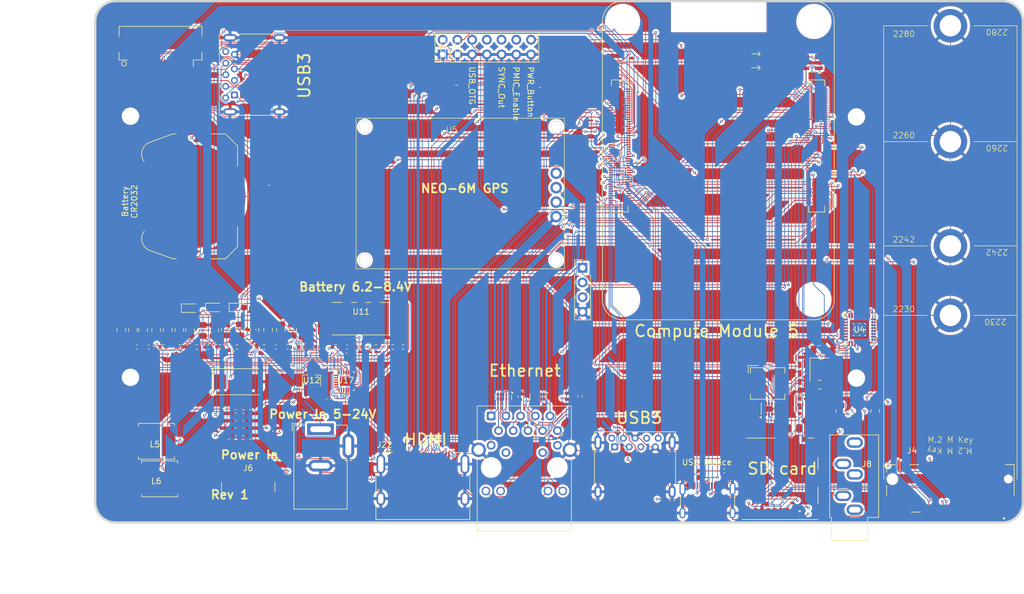
<source format=kicad_pcb>
(kicad_pcb (version 20241229) (generator "pcbnew") (generator_version "9.0")
  (layers (0 "F.Cu" signal) (4 "In1.Cu" power) (6 "In2.Cu" power) (2 "B.Cu" signal) (13 "F.Paste" user) (15 "B.Paste" user) (5 "F.SilkS" user "F.Silkscreen") (7 "B.SilkS" user "B.Silkscreen") (1 "F.Mask" user) (3 "B.Mask" user) (25 "Edge.Cuts" user))
  (net 0 "")
  (net 1 "GND")
  (net 2 "Net-(C1-Pad1)")
  (net 3 "/VBAT")
  (net 4 "/VBUS")
  (net 5 "/SD_PWR")
  (net 6 "/FB")
  (net 7 "/M2_3v3")
  (net 8 "/HDMI_5v")
  (net 9 "Net-(D4-A)")
  (net 11 "/PMIC_ENABLE")
  (net 12 "/PWR_BUT")
  (net 13 "/USBOTG")
  (net 15 "/EEPROM_nWP")
  (net 16 "/+3.3v")
  (net 17 "/SYNC_OUT")
  (net 18 "/nRPIBOOT")
  (net 19 "/PCIE_TX_P")
  (net 20 "/PCIE_RX_P")
  (net 31 "/+5v")
  (net 47 "/PCIE_nWAKE")
  (net 49 "/PCIE_CLK_N")
  (net 52 "/PCIE_TX_N")
  (net 54 "/PCIE_nRST")
  (net 55 "/PCIE_CLK_P")
  (net 56 "/PCIE_RX_N")
  (net 57 "/PCIE_nCLKREQ")
  (net 62 "/DPHY0_C_P")
  (net 63 "/DPHY0_D3_N")
  (net 64 "/SCL0")
  (net 65 "/DPHY0_D0_P")
  (net 66 "/SDA0")
  (net 67 "/DPHY0_D2_N")
  (net 68 "/DPHY0_D3_P")
  (net 69 "/+12v")
  (net 70 "/DPHY0_C_N")
  (net 71 "/DPHY0_D2_P")
  (net 72 "/CAM_GPIO1")
  (net 73 "/DPHY0_D1_P")
  (net 74 "/DPHY0_D0_N")
  (net 75 "/DPHY0_D1_N")
  (net 76 "/ID_SD")
  (net 77 "/ID_SC")
  (net 80 "/SD_CMD")
  (net 81 "/SD_CLK")
  (net 82 "/SD_DAT1")
  (net 83 "/SD_DAT3")
  (net 84 "/SD_DAT2")
  (net 85 "/SD_DAT0")
  (net 86 "/TACHO")
  (net 87 "/PWM")
  (net 88 "/HDMI0_CK_P")
  (net 89 "/HDMI0_D2_P")
  (net 90 "/HDMI0_CEC")
  (net 91 "/HDMI0_CK_N")
  (net 92 "/HDMI0_D2_N")
  (net 93 "/HDMI0_D0_P")
  (net 94 "/HDMI0_D1_P")
  (net 95 "/HDMI0_D1_N")
  (net 96 "/HDMI0_HOTPLUG")
  (net 97 "/HDMI0_SDA")
  (net 98 "/HDMI0_D0_N")
  (net 99 "/HDMI0_SCL")
  (net 100 "/DPHY1_D1_P")
  (net 101 "/GPIO13")
  (net 102 "Net-(D6-A)")
  (net 103 "/HDMI1_CEC")
  (net 104 "/GPIO16")
  (net 105 "/ETH_LEDG")
  (net 106 "/GPIO5")
  (net 107 "/GPIO2")
  (net 108 "/USB3-0-TX_N")
  (net 109 "/DPHY1_C_N")
  (net 110 "/GPIO7")
  (net 111 "/HDMI1_D1_P")
  (net 112 "/GPIO12")
  (net 113 "/VBUS_EN")
  (net 114 "/GPIO22")
  (net 115 "/GPIO15")
  (net 116 "/SD_PWR_ON")
  (net 117 "/HDMI1_D0_N")
  (net 118 "/+1.8v")
  (net 119 "/DPHY1_D1_N")
  (net 120 "/USB3-1-RX_N")
  (net 121 "/DPHY1_D3_P")
  (net 122 "/HDMI1_CK_P")
  (net 123 "/GPIO6")
  (net 124 "/CC1")
  (net 125 "/USB2_N")
  (net 127 "/CC2")
  (net 129 "/TRD2_P")
  (net 130 "/DPHY1_C_P")
  (net 131 "/GPIO4")
  (net 132 "/USB3-0-D_N")
  (net 133 "/TRD3_P")
  (net 134 "/GPIO23")
  (net 135 "Net-(C54-Pad1)")
  (net 136 "/TRD0_P")
  (net 137 "Net-(U17-BST)")
  (net 138 "/HDMI1_D2_P")
  (net 139 "/GPIO8")
  (net 140 "/TRD0_N")
  (net 141 "/GPIO27")
  (net 142 "/USB3-1-D_N")
  (net 143 "/GPIO20")
  (net 144 "/USBOTG_ID")
  (net 145 "/ETH_LEDY")
  (net 146 "/TRD1_P")
  (net 147 "/USB3-1-D_P")
  (net 148 "/DPHY1_D2_P")
  (net 149 "/USB3-1-TX_P")
  (net 150 "/GPIO24")
  (net 151 "/GPIO21")
  (net 152 "/GPIO26")
  (net 153 "/TRD3_N")
  (net 154 "/HDMI1_SDA")
  (net 155 "/DPHY1_D0_N")
  (net 157 "/USB3-1-TX_N")
  (net 158 "/USB3-1-RX_P")
  (net 159 "/HDMI1_SCL")
  (net 160 "/GPIO9")
  (net 161 "/GPIO17")
  (net 162 "/GPIO14")
  (net 163 "/HDMI1_D0_P")
  (net 164 "/GPIO19")
  (net 165 "/GPIO18")
  (net 166 "Net-(U8-LX)")
  (net 167 "/PCIE_PWR_EN")
  (net 168 "/GPIO_VREF")
  (net 169 "/TRD2_N")
  (net 170 "/USB3-0-TX_P")
  (net 171 "/GPIO25")
  (net 172 "/DPHY1_D3_N")
  (net 173 "/HDMI1_CK_N")
  (net 174 "/GPIO11")
  (net 175 "/HDMI1_HOTPLUG")
  (net 176 "/HDMI1_D1_N")
  (net 177 "/Vbus")
  (net 183 "/GPIO10")
  (net 184 "/USB3-0-RX_N")
  (net 185 "/DPHY1_D2_N")
  (net 186 "/HDMI1_D2_N")
  (net 187 "/TRD1_N")
  (net 188 "/GPIO3")
  (net 189 "/DPHY1_D0_P")
  (net 190 "/USB3-0-RX_P")
  (net 191 "Net-(U3-LEDY_K)")
  (net 192 "Net-(U3-LEDG_K)")
  (net 193 "Net-(U17-VIN)")
  (net 194 "Net-(U16-BST)")
  (net 198 "/USB3-0-D_P")
  (net 199 "Net-(C57-Pad1)")
  (net 200 "Net-(U16-SS)")
  (net 201 "Net-(U16-COMP)")
  (net 202 "Net-(C60-Pad1)")
  (net 203 "Net-(U16-FB)")
  (net 204 "Net-(C62-Pad1)")
  (net 205 "Net-(D5-A)")
  (net 207 "Net-(J6-CC1)")
  (net 208 "Net-(J6-CC2)")
  (net 209 "Net-(U16-SW)")
  (net 217 "Net-(R24-Pad2)")
  (net 218 "Net-(U17-NC)")
  (net 219 "Net-(U17-VIN_OVSET)")
  (net 220 "Net-(U17-VIN_UVSET)")
  (net 221 "Net-(U17-TIME_SET)")
  (net 222 "Net-(U17-ISET)")
  (net 227 "/DP")
  (net 229 "/DM")
  (net 230 "unconnected-(U17-EN-Pad12)")
  (net 234 "Net-(C7-Pad2)")
  (net 235 "Net-(U4-LINPUT1)")
  (net 236 "Net-(U4-HEADPHONE_L)")
  (net 237 "Net-(C8-Pad2)")
  (net 238 "Net-(U4-HEADPHONE_R)")
  (net 239 "Net-(C21-Pad2)")
  (net 257 "Net-(U17-VBATM)")
  (net 258 "/USB2_P")
  (footprint "CM5IO:BatteryHolder_Keystone_3034_1x20mm" (layer "F.Cu") (at 32.30305 37.2579 -90)
    (property "Reference" "BT1" (hide yes))
    (property "Value" "Battery_Cell")
  )
  (footprint "Capacitor_SMD:C_0402_1005Metric" (layer "F.Cu") (at 88.60305 71.8579 90)
    (property "Reference" "C1" (hide yes))
    (property "Value" "100n" (hide yes))
  )
  (footprint "Capacitor_SMD:C_0805_2012Metric" (layer "F.Cu") (at 135.75305 77.3079 180)
    (property "Reference" "C5" (hide yes))
    (property "Value" "10u" (hide yes))
  )
  (footprint "Capacitor_SMD:C_0402_1005Metric" (layer "F.Cu") (at 46.30305 77.7779 90)
    (property "Reference" "C12" (hide yes))
    (property "Value" "100n" (hide yes))
  )
  (footprint "Capacitor_SMD:C_0402_1005Metric" (layer "F.Cu") (at 55.56305 72.2779 90)
    (property "Reference" "C13" (hide yes))
    (property "Value" "100n" (hide yes))
  )
  (footprint "Package_SON:USON-10_2.5x1.0mm_P0.5mm" (layer "F.Cu") (at 91.70305 71.8429 -90)
    (property "Reference" "U1" (hide yes))
    (property "Value" "TPD4EUSB30" (hide yes))
  )
  (footprint "Package_TO_SOT_SMD:TSOT-23_HandSoldering" (layer "F.Cu") (at 52.61305 69.0479 90)
    (property "Reference" "U12")
    (property "Value" "RT9742SNGV" (hide yes))
  )
  (footprint "Resistor_SMD:R_0402_1005Metric" (layer "F.Cu") (at 96.60305 71.7729 90)
    (property "Reference" "R3" (hide yes))
    (property "Value" "470R" (hide yes))
  )
  (footprint "Resistor_SMD:R_0402_1005Metric" (layer "F.Cu") (at 98.90305 71.7729 90)
    (property "Reference" "R2" (hide yes))
    (property "Value" "470R" (hide yes))
  )
  (footprint "Connector_USB:USB_C_Receptacle_GCT_USB4105-xx-A_16P_TopMnt_Horizontal" (layer "F.Cu") (at 120.91305 90.8629)
    (property "Reference" "J11" (hide yes))
    (property "Value" "USB_C")
  )
  (footprint "Package_TO_SOT_SMD:SOT-23-5" (layer "F.Cu") (at 138.94055 14.2079 180)
    (property "Reference" "U18" (hide yes))
    (property "Value" "RT9742GGJ5" (hide yes))
  )
  (footprint "CM5IO:TRJG0926HENL" (layer "F.Cu") (at 89.30305 84.0579)
    (property "Reference" "U3" (hide yes))
    (property "Value" "MagJack-A70-112")
  )
  (footprint "CM5IO:EDAC 690-019-298-412" (layer "F.Cu") (at 71.80305 83.4879)
    (property "Reference" "J22")
    (property "Value" "690-019-298-412" (hide yes))
  )
  (footprint "Package_SON:USON-10_2.5x1.0mm_P0.5mm" (layer "F.Cu") (at 85.70305 71.8429 -90)
    (property "Reference" "U2" (hide yes))
    (property "Value" "TPD4EUSB30" (hide yes))
  )
  (footprint "Connector_PinHeader_2.54mm:PinHeader_2x07_P2.54mm_Vertical" (layer "F.Cu") (at 75.22305 12.7579 90)
    (property "Reference" "J2" (hide yes))
    (property "Value" "Conn_02x07_Odd_Even" (hide yes))
  )
  (footprint "Package_DFN_QFN:DFN-8-1EP_2x2mm_P0.5mm_EP1.05x1.75mm" (layer "F.Cu") (at 131.27305 73.9579 90)
    (property "Reference" "U8" (hide yes))
    (property "Value" "AP3441SHE-7B" (hide yes))
  )
  (footprint "CM5IO:SDCARD_MOLEX_503398-1892" (layer "F.Cu") (at 133.41005 86.0079 180)
    (property "Reference" "J7" (hide yes))
    (property "Value" "Micro_SD_Card_Det" (hide yes))
  )
  (footprint "CM5IO:M.2 M Key socket" (layer "F.Cu") (at 162.80305 86.0579 180)
    (property "Reference" "J4")
    (property "Value" "Bus_M.2_Socket_M")
  )
  (footprint "Resistor_SMD:R_0402_1005Metric" (layer "F.Cu") (at 136.79305 65.5479 -90)
    (property "Reference" "R9" (hide yes))
    (property "Value" "2.2K 1%" (hide yes))
  )
  (footprint "Capacitor_SMD:C_0805_2012Metric" (layer "F.Cu") (at 140.15305 63.7579)
    (property "Reference" "C6" (hide yes))
    (property "Value" "10u" (hide yes))
  )
  (footprint "Capacitor_SMD:C_0402_1005Metric" (layer "F.Cu") (at 34.77305 63.2679)
    (property "Reference" "C59" (hide yes))
    (property "Value" "nf" (hide yes))
  )
  (footprint "Resistor_SMD:R_0402_1005Metric" (layer "F.Cu") (at 66.61305 63.2579)
    (property "Reference" "R38" (hide yes))
    (property "Value" "1K" (hide yes))
  )
  (footprint "Resistor_SMD:R_0402_1005Metric" (layer "F.Cu") (at 53.85305 63.2579)
    (property "Reference" "R27" (hide yes))
    (property "Value" "12K 1%" (hide yes))
  )
  (footprint "Capacitor_SMD:C_0402_1005Metric" (layer "F.Cu") (at 136.80305 67.0779 -90)
    (property "Reference" "C10" (hide yes))
    (property "Value" "100n" (hide yes))
  )
  (footprint "Connector_BarrelJack:BarrelJack_GCT_DCJ200-10-A_Horizontal" (layer "F.Cu") (at 54.15305 77.4579)
    (property "Reference" "J19" (hide yes))
    (property "Value" "Barrel_Jack")
  )
  (footprint "Capacitor_SMD:C_0402_1005Metric" (layer "F.Cu") (at 136.80305 74.2779 90)
    (property "Reference" "C11" (hide yes))
    (property "Value" "4.7nF" (hide yes))
  )
  (footprint "Resistor_SMD:R_0402_1005Metric" (layer "F.Cu") (at 39.74305 63.2579)
    (property "Reference" "R31" (hide yes))
    (property "Value" "10R" (hide yes))
  )
  (footprint "Capacitor_SMD:C_0805_2012Metric" (layer "F.Cu") (at 33.80305 60.4079 90)
    (property "Reference" "C39" (hide yes))
    (property "Value" "10u 35v" (hide yes))
  )
  (footprint "Capacitor_SMD:C_0805_2012Metric" (layer "F.Cu") (at 25.80305 60.3579 -90)
    (property "Reference" "C64" (hide yes))
    (property "Value" "10u" (hide yes))
  )
  (footprint "Resistor_SMD:R_0402_1005Metric" (layer "F.Cu") (at 36.83305 63.2579)
    (property "Reference" "R24" (hide yes))
    (property "Value" "10R" (hide yes))
  )
  (footprint "Capacitor_SMD:C_0805_2012Metric" (layer "F.Cu") (at 19.80305 60.3079 90)
    (property "Reference" "C62" (hide yes))
    (property "Value" "10u" (hide yes))
  )
  (footprint "Connector_PinHeader_2.54mm:PinHeader_1x04_P2.54mm_Vertical" (layer "F.Cu") (at 99.35305 49.5799)
    (property "Reference" "U6" (hide yes))
    (property "Value" "Touch")
  )
  (footprint "Capacitor_SMD:C_0805_2012Metric" (layer "F.Cu") (at 37.80305 60.3079 90)
    (property "Reference" "C56" (hide yes))
    (property "Value" "10u" (hide yes))
  )
  (footprint "Capacitor_SMD:C_0805_2012Metric" (layer "F.Cu") (at 29.80305 60.3579 -90)
    (property "Reference" "C49" (hide yes))
    (property "Value" "10u" (hide yes))
  )
  (footprint "Diode_SMD:D_0603_1608Metric_Pad1.05x0.95mm_HandSolder" (layer "F.Cu") (at 31.80305 56.5649)
    (property "Reference" "D6" (hide yes))
    (property "Value" "D_Zener" (hide yes))
  )
  (footprint "Capacitor_SMD:C_0805_2012Metric" (layer "F.Cu") (at 42.80305 60.3079 90)
    (property "Reference" "C55" (hide yes))
    (property "Value" "10u" (hide yes))
  )
  (footprint "Package_DFN_QFN:QFN-24-1EP_3x3mm_P0.4mm_EP1.75x1.6mm" (layer "F.Cu") (at 58.36305 69.1579)
    (property "Reference" "U17")
    (property "Value" "IP2326")
  )
  (footprint "Crystal:Crystal_SMD_3225-4Pin_3.2x2.5mm" (layer "F.Cu") (at 140.25305 67.1579 -90)
    (property "Reference" "U7" (hide yes))
    (property "Value" "32.768KHZ" (hide yes))
  )
  (footprint "Capacitor_SMD:C_0805_2012Metric" (layer "F.Cu") (at 40.30305 60.3079 90)
    (property "Reference" "C67" (hide yes))
    (property "Value" "10u" (hide yes))
  )
  (footprint "Diode_SMD:D_0603_1608Metric_Pad1.05x0.95mm_HandSolder" (layer "F.Cu") (at 35.99405 56.4379)
    (property "Reference" "D5" (hide yes))
    (property "Value" "D_Zener" (hide yes))
  )
  (footprint "Resistor_SMD:R_0402_1005Metric" (layer "F.Cu") (at 29.89305 63.2579)
    (property "Reference" "R28" (hide yes))
    (property "Value" "2.2K 1%" (hide yes))
  )
  (footprint "CM5IO:L_Bourns_SRP5030CC" (layer "F.Cu") (at 131.27305 69.5579)
    (property "Reference" "L1" (hide yes))
    (property "Value" "2.2uH" (hide yes))
  )
  (footprint "Capacitor_SMD:C_0805_2012Metric" (layer "F.Cu") (at 21.80305 60.3079 90)
    (property "Reference" "C47" (hide yes))
    (property "Value" "10u" (hide yes))
  )
  (footprint "Capacitor_SMD:C_0402_1005Metric" (layer "F.Cu") (at 123.78305 84.6579)
    (property "Reference" "C18" (hide yes))
    (property "Value" "100n" (hide yes))
  )
  (footprint "Capacitor_Tantalum_SMD:CP_EIA-7343-31_Kemet-D" (layer "F.Cu") (at 39.92305 69.2579)
    (property "Reference" "C20" (hide yes))
    (property "Value" "100uF" (hide yes))
  )
  (footprint "Capacitor_SMD:C_0805_2012Metric" (layer "F.Cu") (at 27.80305 60.3079 90)
    (property "Reference" "C34" (hide yes))
    (property "Value" "10u 35v" (hide yes))
  )
  (footprint "CM5IO:Hirose_FH12-22S-0.5SH_1x22-1MP_P0.50mm_Horizontal" (layer "F.Cu") (at 26.55305 12.4079 180)
    (property "Reference" "J5" (hide yes))
    (property "Value" "Conn_01x22")
  )
  (footprint "Resistor_SMD:R_0402_1005Metric" (layer "F.Cu") (at 63.70305 63.2579)
    (property "Reference" "R30" (hide yes))
    (property "Value" "10R" (hide yes))
  )
  (footprint "Resistor_SMD:R_0402_1005Metric" (layer "F.Cu") (at 50.94305 63.2579)
    (property "Reference" "R10" (hide yes))
    (property "Value" "10R" (hide yes))
  )
  (footprint "Capacitor_SMD:C_0805_2012Metric" (layer "F.Cu") (at 35.80305 60.4079 90)
    (property "Reference" "C37" (hide yes))
    (property "Value" "10u 35v" (hide yes))
  )
  (footprint "Capacitor_SMD:C_0805_2012Metric" (layer "F.Cu") (at 31.64755 60.3579 -90)
    (property "Reference" "C51" (hide yes))
    (property "Value" "10u" (hide yes))
  )
  (footprint "Resistor_SMD:R_0402_1005Metric" (layer "F.Cu") (at 136.79305 71.5479 90)
    (property "Reference" "R16" (hide yes))
    (property "Value" "2.2K 1%" (hide yes))
  )
  (footprint "Resistor_SMD:R_0402_1005Metric" (layer "F.Cu") (at 32.80305 63.2579)
    (property "Reference" "R37" (hide yes))
    (property "Value" "0.5K" (hide yes))
  )
  (footprint "Capacitor_SMD:C_0402_1005Metric" (layer "F.Cu") (at 48.47305 63.2679)
    (property "Reference" "C36" (hide yes))
    (property "Value" "100n 100v" (hide yes))
  )
  (footprint "Resistor_SMD:R_0402_1005Metric" (layer "F.Cu") (at 136.79305 72.7479 90)
    (property "Reference" "R15" (hide yes))
    (property "Value" "10K 1%" (hide yes))
  )
  (footprint "Package_SO:SOIC-8-1EP_3.9x4.9mm_P1.27mm_EP2.95x4.9mm_Mask2.71x3.4mm_ThermalVias" (layer "F.Cu") (at 40.19355 76.6309)
    (property "Reference" "U16" (hide yes))
    (property "Value" "AP64501SP-13" (hide yes))
  )
  (footprint "Connector_USB:USB3_A_Molex_48393-001" (layer "F.Cu") (at 104.90305 80.5079)
    (property "Reference" "J3" (hide yes))
    (property "Value" "USB3_A")
  )
  (footprint "Resistor_SMD:R_0402_1005Metric" (layer "F.Cu") (at 68.40305 63.2579)
    (property "Reference" "R25" (hide yes))
    (property "Value" "20K 1%" (hide yes))
  )
  (footprint "Capacitor_SMD:C_0805_2012Metric" (layer "F.Cu") (at 140.25305 69.7579 180)
    (property "Reference" "C14" (hide yes))
    (property "Value" "10u" (hide yes))
  )
  (footprint "Capacitor_SMD:C_0805_2012Metric" (layer "F.Cu") (at 23.54755 60.3579 -90)
    (property "Reference" "C63" (hide yes))
    (property "Value" "10u" (hide yes))
  )
  (footprint "Connector_USB:USB3_A_Molex_48393-001" (layer "F.Cu") (at 39.30305 19.7579 90)
    (property "Reference" "J1" (hide yes))
    (property "Value" "USB3_A")
  )
  (footprint "Capacitor_SMD:C_0402_1005Metric" (layer "F.Cu") (at 118.78305 84.6579 180)
    (property "Reference" "C9" (hide yes))
    (property "Value" "100n" (hide yes))
  )
  (footprint "Capacitor_SMD:C_0805_2012Metric" (layer "F.Cu") (at 149.81305 74.3079 90)
    (property "Reference" "C21" (hide yes))
    (property "Value" "10u" (hide yes))
  )
  (footprint "Resistor_SMD:R_0402_1005Metric" (layer "F.Cu") (at 60.79305 63.2579)
    (property "Reference" "R23" (hide yes))
    (property "Value" "10R" (hide yes))
  )
  (footprint "Capacitor_SMD:C_0805_2012Metric" (layer "F.Cu") (at 45.10805 60.3079 90)
    (property "Reference" "C66" (hide yes))
    (property "Value" "10u" (hide yes))
  )
  (footprint "Resistor_SMD:R_0402_1005Metric" (layer "F.Cu") (at 136.79305 70.0479 -90)
    (property "Reference" "R14" (hide yes))
    (property "Value" "100K" (hide yes))
  )
  (footprint "Capacitor_SMD:C_0402_1005Metric" (layer "F.Cu") (at 46.43305 63.2679)
    (property "Reference" "C60" (hide yes))
    (property "Value" "1.2nF" (hide yes))
  )
  (footprint "Inductor_SMD:L_Bourns_SRN6045TA" (layer "F.Cu") (at 26.41205 86.0289)
    (property "Reference" "L6")
    (property "Value" "SRN6045TA-3R3Y" (hide yes))
  )
  (footprint "Resistor_SMD:R_0402_1005Metric" (layer "F.Cu") (at 26.98305 63.2579)
    (property "Reference" "R22" (hide yes))
    (property "Value" "10R" (hide yes))
  )
  (footprint "Inductor_SMD:L_Bourns_SRN6045TA" (layer "F.Cu") (at 25.86305 79.5519)
    (property "Reference" "L5")
    (property "Value" "SRN6045TA-3R3Y" (hide yes))
  )
  (footprint "Connector_USB:USB_C_Receptacle_GCT_USB4135-GF-A_6P_TopMnt_Horizontal" (layer "F.Cu") (at 41.67805 88.6554)
    (property "Reference" "J6")
    (property "Value" "USB_C")
  )
  (footprint "CM5IO:Raspberry-Pi-5-Compute-Module" (layer "F.Cu") (at 139.26305 7.0579 180)
    (property "Reference" "Module1" (hide yes))
    (property "Value" "ComputeModule5-CM5" (hide yes))
  )
  (footprint "Capacitor_SMD:C_0805_2012Metric" (layer "F.Cu") (at 47.30305 60.3079 -90)
    (property "Reference" "C65" (hide yes))
    (property "Value" "10u" (hide yes))
  )
  (footprint "Capacitor_SMD:C_0805_2012Metric" (layer "F.Cu") (at 49.30305 60.3079 90)
    (property "Reference" "C54" (hide yes))
    (property "Value" "10u" (hide yes))
  )
  (footprint "My_Library:NEO-6M GPS" (layer "F.Cu") (at 60.30305 23.7579)
    (property "Reference" "U5")
    (property "Value" "NEO-6M GPS")
  )
  (footprint "Capacitor_SMD:C_0402_1005Metric" (layer "F.Cu") (at 136.80305 68.5779 -90)
    (property "Reference" "C19" (hide yes))
    (property "Value" "100n" (hide yes))
  )
  (footprint "Diode_SMD:D_0603_1608Metric_Pad1.05x0.95mm_HandSolder" (layer "F.Cu") (at 40.05805 56.4379)
    (property "Reference" "D4" (hide yes))
    (property "Value" "D_Zener" (hide yes))
  )
  (footprint "Capacitor_SMD:C_0805_2012Metric" (layer "F.Cu") (at 146.80305 74.3079 90)
    (property "Reference" "C8" (hide yes))
    (property "Value" "10u" (hide yes))
  )
  (footprint "Resistor_SMD:R_0402_1005Metric" (layer "F.Cu") (at 56.76305 63.2579)
    (property "Reference" "R35" (hide yes))
    (property "Value" "10K" (hide yes))
  )
  (footprint "Resistor_SMD:R_0402_1005Metric" (layer "F.Cu") (at 42.65305 63.2579)
    (property "Reference" "R39" (hide yes))
    (property "Value" "18K" (hide yes))
  )
  (footprint "TerminalBlock_Phoenix:TerminalBlock_Phoenix_PTSM-0,5-3-2,5-V-SMD_1x03-1MP_P2.50mm_Vertical" (layer "F.Cu") (at 61.16605 57.2979 180)
    (property "Reference" "U11")
    (property "Value" "BK-18650-PC4" (hide yes))
  )
  (footprint "Capacitor_SMD:C_0402_1005Metric" (layer "F.Cu") (at 22.47305 63.2679)
    (property "Reference" "C61" (hide yes))
    (property "Value" "nf" (hide yes))
  )
  (footprint "Capacitor_SMD:C_0805_2012Metric" (layer "F.Cu") (at 143.79305 74.3079 90)
    (property "Reference" "C7" (hide yes))
    (property "Value" "10u" (hide yes))
  )
  (footprint "Capacitor_SMD:C_0402_1005Metric" (layer "F.Cu") (at 24.51305 63.2679)
    (property "Reference" "C57" (hide yes))
    (property "Value" "100n" (hide yes))
  )
  (footprint "Package_DFN_QFN:QFN-32-1EP_5x5mm_P0.5mm_EP3.3x3.3mm_ThermalVias" (layer "F.Cu") (at 147.10505 60.2479)
    (property "Reference" "U4")
    (property "Value" "WM8960")
    (property "VALUE" "WM8960" (hide yes))
  )
  (footprint "Connector_Audio:Jack_3.5mm_CUI_SJ1-3535NG_Horizontal" (layer "F.Cu") (at 146.30305 91.3579 180)
    (property "Reference" "J8")
    (property "Value" "AudioJack")
  )
  (footprint "Capacitor_SMD:C_0402_1005Metric" (layer "F.Cu") (at 58.73305 63.2679)
    (property "Reference" "C58" (hide yes))
    (property "Value" "100n" (hide yes))
  )
  (footprint "Resistor_SMD:R_0402_1005Metric" (layer "F.Cu") (at 44.44305 63.2579)
    (property "Reference" "R34" (hide yes))
    (property "Value" "12K" (hide yes))
  )
  (gr_line (start 61.63405 61.5179) (end 61.63405 62.2799) (stroke (width 0.2)) (layer "F.Cu") (net 202))
  (gr_line (start 128.50305 15.0579) (end 130.00305 15.0579) (stroke (width 0.12)) (layer "F.SilkS"))
  (gr_line (start 128.50305 12.6579) (end 130.00305 12.6579) (stroke (width 0.12)) (layer "F.SilkS"))
  (gr_line (start 130.00305 15.0579) (end 129.60305 15.4579) (stroke (width 0.12)) (layer "F.SilkS"))
  (gr_line (start 130.00305 15.0579) (end 129.60305 14.6579) (stroke (width 0.12)) (layer "F.SilkS"))
  (gr_line (start 129.60305 14.6579) (end 130.00305 15.0579) (stroke (width 0.12)) (layer "F.SilkS"))
  (gr_line (start 77.40305 18.0579) (end 77.80305 18.0579) (stroke (width 0.12)) (layer "F.SilkS"))
  (gr_line (start 130.00305 12.6579) (end 129.60305 12.2579) (stroke (width 0.12)) (layer "F.SilkS"))
  (gr_line (start 130.00305 12.6579) (end 129.60305 13.0579) (stroke (width 0.12)) (layer "F.SilkS"))
  (gr_rect (start 74.90305 9.9579) (end 75.70305 13.9579) (stroke (width 0.12)) (fill no) (layer "F.SilkS"))
  (gr_rect (start 77.40305 9.9579) (end 78.20305 13.9579) (stroke (width 0.12)) (fill no) (layer "F.SilkS"))
  (gr_line (start 175.30305 90.0579) (end 175.30305 7.0579) (stroke (width 0.4)) (layer "Edge.Cuts"))
  (gr_line (start 171.80305 3.5579) (end 18.80305 3.5579) (stroke (width 0.4)) (layer "Edge.Cuts"))
  (gr_line (start 15.30305 90.0579) (end 15.30305 7.0579) (stroke (width 0.4)) (layer "Edge.Cuts"))
  (gr_arc (start 15.30305 7.0579) (mid 16.328176 4.583026) (end 18.80305 3.5579) (stroke (width 0.4)) (layer "Edge.Cuts"))
  (gr_line (start 18.80305 93.5579) (end 171.80305 93.5579) (stroke (width 0.4)) (layer "Edge.Cuts"))
  (gr_arc (start 18.80305 93.5579) (mid 16.328176 92.532774) (end 15.30305 90.0579) (stroke (width 0.4)) (layer "Edge.Cuts"))
  (gr_arc (start 171.80305 3.5579) (mid 174.277924 4.583026) (end 175.30305 7.0579) (stroke (width 0.4)) (layer "Edge.Cuts"))
  (gr_arc (start 175.30305 90.0579) (mid 174.277924 92.532774) (end 171.80305 93.5579) (stroke (width 0.4)) (layer "Edge.Cuts"))
  (gr_text "Rev 1" (at 38.50305 88.7579 0) (layer "F.SilkS") (effects (font (size 1.5 1.5) (thickness 0.3))))
  (gr_text "Power In" (at 36.80305 82.7579 0) (layer "F.SilkS") (effects (font (size 1.5 1.5) (thickness 0.3) (bold yes)) (justify left bottom)))
  (gr_text "NEO-6M GPS" (at 71.30305 36.7579 0) (layer "F.SilkS") (effects (font (size 1.5 1.5) (thickness 0.3) (bold yes)) (justify left bottom)))
  (gr_text "Battery 6.2-8.4V\n" (at 50.30305 53.7579 0) (layer "F.SilkS") (effects (font (size 1.5 1.5) (thickness 0.3) (bold yes)) (justify left bottom)))
  (gr_text "USB Device" (at 120.80305 83.1579 0) (layer "F.SilkS") (effects (font (size 1 1))))
  (gr_text "M.2 M Key" (at 158.80305 79.8579 0) (layer "F.SilkS") (effects (font (size 1 1) (thickness 0.1)) (justify left bottom)))
  (gr_text "USB3" (at 109.13205 75.4879 0) (layer "F.SilkS") (effects (font (size 2 2) (thickness 0.3))))
  (gr_text "PWR_Button" (at 89.80305 14.7579 270) (layer "F.SilkS") (effects (font (size 1 1)) (justify left bottom)))
  (gr_text "SYNC_Out" (at 84.80305 14.7579 270) (layer "F.SilkS") (effects (font (size 1 1)) (justify left bottom)))
  (gr_text "Battery\nCR2032\n" (at 21.24805 38.1499 90) (layer "F.SilkS") (effects (font (size 1 1))))
  (gr_text "Ethernet" (at 89.40305 67.3579 0) (layer "F.SilkS") (effects (font (size 2 2) (thickness 0.3))))
  (gr_text "SD card" (at 133.80305 84.2579 0) (layer "F.SilkS") (effects (font (size 2 2) (thickness 0.3))))
  (gr_text "PMIC_Enable" (at 87.30305 14.7579 -90) (layer "F.SilkS") (effects (font (size 1 1)) (justify left bottom)))
  (gr_text "USB3" (at 51.34705 16.4329 90) (layer "F.SilkS") (effects (font (size 2 2) (thickness 0.3))))
  (gr_text "HDMI\n" (at 72.30305 79.2579 0) (layer "F.SilkS") (effects (font (size 2 2) (thickness 0.3))))
  (gr_text "USB_OTG" (at 79.70305 14.7579 -90) (layer "F.SilkS") (effects (font (size 1 1)) (justify left bottom)))
  (gr_text "Power In 5-24V" (at 45.12405 75.7419 0) (layer "F.SilkS") (effects (font (size 1.5 1.5) (thickness 0.3) (bold yes)) (justify left bottom)))
  (gr_text "Compute Module 5" (at 122.46705 60.5019 0) (layer "F.SilkS") (effects (font (size 2 2) (thickness 0.3))))
  (segment (start 36.90355 62.485) (end 36.64685 62.7417) (width 0.13) (layer "F.Cu") (net 1))
  (segment (start 139.77285 65.0379) (end 137.30845 65.0379) (width 0.13) (layer "F.Cu") (net 1))
  (segment (start 79.44305 88.1062) (end 80.83645 89.4996) (width 0.13) (layer "F.Cu") (net 1))
  (segment (start 116.59305 86.8319) (end 116.59305 86.5162) (width 0.13) (layer "F.Cu") (net 1))
  (segment (start 138.22305 37.1579) (end 138.58195 37.1579) (width 0.13) (layer "F.Cu") (net 1))
  (segment (start 79.05305 83.4879) (end 79.05305 85.3296) (width 0.13) (layer "F.Cu") (net 1))
  (segment (start 138.22305 30.3579) (end 138.76475 30.3579) (width 0.13) (layer "F.Cu") (net 1))
  (segment (start 140.07805 14.2079) (end 137.55565 14.2079) (width 0.13) (layer "F.Cu") (net 1))
  (segment (start 138.58195 37.1579) (end 138.76475 36.9751) (width 0.13) (layer "F.Cu") (net 1))
  (segment (start 139.16305 24.3118) (end 139.11875 24.3118) (width 0.13) (layer "F.Cu") (net 1))
  (segment (start 47.30305 61.2579) (end 45.48955 61.2579) (width 0.13) (layer "F.Cu") (net 1))
  (segment (start 153.55305 92.2981) (end 154.05305 92.2981) (width 0.13) (layer "F.Cu") (net 1))
  (segment (start 161.05305 91.3329) (end 161.05305 92.2996) (width 0.13) (layer "F.Cu") (net 1))
  (segment (start 68.19705 84.3556) (end 68.30305 84.2496) (width 0.13) (layer "F.Cu") (net 1))
  (segment (start 104.76475 29.9579) (end 104.76475 30.4277) (width 0.13) (layer "F.Cu") (net 1))
  (segment (start 60.28305 63.2579) (end 59.24245 64.2985) (width 0.13) (layer "F.Cu") (net 1))
  (segment (start 106.76135 34.7579) (end 106.67975 34.8395) (width 0.13) (layer "F.Cu") (net 1))
  (segment (start 140.89045 35.9579) (end 140.76135 35.9579) (width 0.13) (layer "F.Cu") (net 1))
  (segment (start 107.30305 33.5579) (end 107.84475 33.5579) (width 0.13) (layer "F.Cu") (net 1))
  (segment (start 57.27305 63.2579) (end 57.79205 62.7389) (width 0.13) (layer "F.Cu") (net 1))
  (segment (start 104.79895 33.5237) (end 104.76475 33.5579) (width 0.13) (layer "F.Cu") (net 1))
  (segment (start 139.25175 34.3579) (end 139.25175 35.9579) (width 0.13) (layer "F.Cu") (net 1))
  (segment (start 27.80305 60.1914) (end 27.80305 59.3579) (width 0.13) (layer "F.Cu") (net 1))
  (segment (start 26.07365 15.0996) (end 25.80305 14.829) (width 0.13) (layer "F.Cu") (net 1))
  (segment (start 126.92305 91.1329) (end 126.92305 92.7246) (width 0.13) (layer "F.Cu") (net 1))
  (segment (start 104.86235 25.1863) (end 104.86235 26.2603) (width 0.13) (layer "F.Cu") (net 1))
  (segment (start 137.17375 26.2503) (end 137.68135 26.7579) (width 0.13) (layer "F.Cu") (net 1))
  (segment (start 139.11865 24.3119) (end 139.11865 25.5282) (width 0.13) (layer "F.Cu") (net 1))
  (segment (start 39.30305 12.7579) (end 75.22305 12.7579) (width 0.13) (layer "F.Cu") (net 1))
  (segment (start 30.40305 63.2579) (end 30.91925 62.7417) (width 0.13) (layer "F.Cu") (net 1))
  (segment (start 30.72535 61.3079) (end 31.64755 61.3079) (width 0.13) (layer "F.Cu") (net 1))
  (segment (start 62.65925 63.7917) (end 60.81685 63.7917) (width 0.13) (layer "F.Cu") (net 1))
  (segment (start 132.02305 74.0704) (end 132.11745 74.0704) (width 0.13) (layer "F.Cu") (net 1))
  (segment (start 71.30305 84.2481) (end 71.30305 84.2496) (width 0.13) (layer "F.Cu") (net 1))
  (segment (start 162.55305 92.2996) (end 161.05305 92.2996) (width 0.13) (layer "F.Cu") (net 1))
  (segment (start 24.30305 13.4162) (end 22.80455 13.4162) (width 0.13) (layer "F.Cu") (net 1))
  (segment (start 46.80305 85.6779) (end 46.80305 88.1062) (width 0.13) (layer "F.Cu") (net 1))
  (segment (start 60.81685 63.7917) (end 60.28305 63.2579) (width 0.13) (layer "F.Cu") (net 1))
  (segment (start 149.35315 57.5022) (end 149.35315 58.3085) (width 0.13) (layer "F.Cu") (net 1))
  (segment (start 135.14995 71.0379) (end 136.79305 71.0379) (width 0.13) (layer "F.Cu") (net 1))
  (segment (start 27.80305 60.1914) (end 25.80305 60.1914) (width 0.13) (layer "F.Cu") (net 1))
  (segment (start 106.76285 22.7579) (end 106.76135 22.7579) (width 0.13) (layer "F.Cu") (net 1))
  (segment (start 137.55565 14.2079) (end 136.93645 14.8271) (width 0.13) (layer "F.Cu") (net 1))
  (segment (start 167.05305 91.3329) (end 167.05305 92.2979) (width 0.13) (layer "F.Cu") (net 1))
  (segment (start 66.55475 62.6896) (end 63.76135 62.6896) (width 0.13) (layer "F.Cu") (net 1))
  (segment (start 167.05305 92.2996) (end 165.55305 92.2996) (width 0.13) (layer "F.Cu") (net 1))
  (segment (start 154.05305 92.2981) (end 154.05305 92.2996) (width 0.13) (layer "F.Cu") (net 1))
  (segment (start 104.84485 34.8395) (end 104.76325 34.7579) (width 0.13) (layer "F.Cu") (net 1))
  (segment (start 104.93595 21.6921) (end 106.62715 21.6921) (width 0.13) (layer "F.Cu") (net 1))
  (segment (start 46.80305 88.1062) (end 46.80305 89.2579) (width 0.13) (layer "F.Cu") (net 1))
  (segment (start 140.76965 29.9579) (end 141.30305 29.9579) (width 0.13) (layer "F.Cu") (net 1))
  (segment (start 35.90305 59.3579) (end 37.80305 59.3579) (width 0.13) (layer "F.Cu") (net 1))
  (segment (start 107.30305 31.1579) (end 106.82595 31.1579) (width 0.13) (layer "F.Cu") (net 1))
  (segment (start 104.76475 27.5579) (end 104.22305 27.5579) (width 0.13) (layer "F.Cu") (net 1))
  (segment (start 124.77975 86.5162) (end 125.23305 86.5162) (width 0.13) (layer "F.Cu") (net 1))
  (segment (start 114.01115 87.0162) (end 114.80305 87.8081) (width 0.13) (layer "F.Cu") (net 1))
  (segment (start 133.08635 67.5579) (end 132.30325 68.341) (width 0.13) (layer "F.Cu") (net 1))
  (segment (start 139.80305 80.3679) (end 139.80305 78.5112) (width 0.13) (layer "F.Cu") (net 1))
  (segment (start 139.11875 24.3118) (end 139.11865 24.3119) (width 0.13) (layer "F.Cu") (net 1))
  (segment (start 44.42805 85.6229) (end 46.74805 85.6229) (width 0.13) (layer "F.Cu") (net 1))
  (segment (start 36.55305 85.6779) (end 38.87305 85.6779) (width 0.13) (layer "F.Cu") (net 1))
  (segment (start 152.45305 90.5579) (end 152.45305 92.1246) (width 0.13) (layer "F.Cu") (net 1))
  (segment (start 37.80305 59.3579) (end 38.59705 60.1519) (width 0.13) (layer "F.Cu") (net 1))
  (segment (start 158.05305 91.3329) (end 158.05305 92.2996) (width 0.13) (layer "F.Cu") (net 1))
  (segment (start 107.30305 23.9579) (end 106.76135 23.9579) (width 0.13) (layer "F.Cu") (net 1))
  (segment (start 64.55305 85.2233) (end 64.27935 84.9496) (width 0.13) (layer "F.Cu") (net 1))
  (segment (start 105.59425 31.2572) (end 106.72665 31.2572) (width 0.13) (layer "F.Cu") (net 1))
  (segment (start 126.61805 93.0296) (end 125.23305 93.0296) (width 0.13) (layer "F.Cu") (net 1))
  (segment (start 135.06055 78.7687) (end 135.78235 78.7687) (width 0.13) (layer "F.Cu") (net 1))
  (segment (start 141.05285 63.7579) (end 139.77285 65.0379) (width 0.13) (layer "F.Cu") (net 1))
  (segment (start 116.59305 86.5162) (end 117.04635 86.5162) (width 0.13) (layer "F.Cu") (net 1))
  (segment (start 40.72985 79.0227) (end 40.72985 78.899) (width 0.13) (layer "F.Cu") (net 1))
  (segment (start 162.55305 92.2996) (end 164.05305 92.2996) (width 0.13) (layer "F.Cu") (net 1))
  (segment (start 45.00105 75.9959) (end 42.75605 75.9959) (width 0.13) (layer "F.Cu") (net 1))
  (segment (start 140.76135 35.9579) (end 139.25175 35.9579) (width 0.13) (layer "F.Cu") (net 1))
  (segment (start 45.10805 61.2579) (end 44.10855 60.2584) (width 0.13) (layer "F.Cu") (net 1))
  (segment (start 138.60305 69.0579) (end 136.80305 69.0579) (width 0.13) (layer "F.Cu") (net 1))
  (segment (start 58.68405 62.7389) (end 59.21305 63.2679) (width 0.13) (layer "F.Cu") (net 1))
  (segment (start 106.72715 23.9921) (end 106.76135 23.9579) (width 0.13) (layer "F.Cu") (net 1))
  (segment (start 91.70305 71.4579) (end 91.70305 72.2279) (width 0.13) (layer "F.Cu") (net 1))
  (segment (start 64.27935 84.9496) (end 54.15305 84.9496) (width 0.13) (layer "F.Cu") (net 1))
  (segment (start 145.35505 62.8019) (end 144.63055 63.5264) (width 0.13) (layer "F.Cu") (net 1))
  (segment (start 140.26295 38.3579) (end 138.22305 38.3579) (width 0.13) (layer "F.Cu") (net 1))
  (segment (start 40.30305 61.2579) (end 40.30305 60.1519) (width 0.13) (layer "F.Cu") (net 1))
  (segment (start 104.76475 26.3579) (end 104.86235 26.2603) (width 0.13) (layer "F.Cu") (net 1))
  (segment (start 141.03225 26.7579) (end 140.76135 26.7579) (width 0.13) (layer "F.Cu") (net 1))
  (segment (start 139.58305 92.1927) (end 139.58305 92.7246) (width 0.13) (layer "F.Cu") (net 1))
  (segment (start 104.22305 22.7579) (end 106.76135 22.7579) (width 0.13) (layer "F.Cu") (net 1))
  (segment (start 167.05305 92.2979) (end 167.05305 92.2981) (width 0.13) (layer "F.Cu") (net 1))
  (segment (start 50.69305 69.2579) (end 52.61305 67.3379) (width 0.13) (layer "F.Cu") (net 1))
  (segment (start 30.30305 15.0996) (end 28.80305 15.0996) (width 0.13) (layer "F.Cu") (net 1))
  (segment (start 117.04635 86.5162) (end 117.71305 87.1829) (width 0.13) (layer "F.Cu") (net 1))
  (segment (start 140.34225 30.5886) (end 140.76965 30.1612) (width 0.13) (layer "F.Cu") (net 1))
  (segment (start 68.30305 84.2496) (end 71.30305 84.2496) (width 0.13) (layer "F.Cu") (net 1))
  (segment (start 138.76475 36.9751) (end 138.76475 35.9579) (width 0.13) (layer "F.Cu") (net 1))
  (segment (start 106.76285 21.5579) (end 106.76135 21.5579) (width 0.13) (layer "F.Cu") (net 1))
  (segment (start 138.76475 23.9579) (end 139.11875 24.3118) (width 0.13) (layer "F.Cu") (net 1))
  (segment (start 107.30305 34.7579) (end 107.84475 34.7579) (width 0.13) (layer "F.Cu") (net 1))
  (segment (start 105.25315 19.1579) (end 105.48735 19.3921) (width 0.13) (layer "F.Cu") (net 1))
  (segment (start 159.55305 92.2979) (end 159.55305 92.2981) (width 0.13) (layer "F.Cu") (net 1))
  (segment (start 107.30305 35.9579) (end 106.76135 35.9579) (width 0.13) (layer "F.Cu") (net 1))
  (segment (start 106.27305 36.6695) (end 106.29175 36.6508) (width 0.13) (layer "F.Cu") (net 1))
  (segment (start 138.50305 70.5579) (end 139.30305 69.7579) (width 0.13) (layer "F.Cu") (net 1))
  (segment (start 150.17335 58.766) (end 150.17335 60.2248) (width 0.13) (layer "F.Cu") (net 1))
  (segment (start 144.63055 63.5264) (end 143.82155 63.5264) (width 0.13) (layer "F.Cu") (net 1))
  (segment (start 104.76475 37.1579) (end 105.78465 37.1579) (width 0.13) (layer "F.Cu") (net 1))
  (segment (start 43.60215 62.744) (end 44.43915 62.744) (width 0.13) (layer "F.Cu") (net 1))
  (segment (start 108.40305 79.0079) (end 109.18395 79.0079) (width 0.13) (layer "F.Cu") (net 1))
  (segment (start 104.76475 31.1579) (end 104.84625 31.1579) (width 0.13) (layer "F.Cu") (net 1))
  (segment (start 22.80305 13.4162) (end 21.30305 13.4162) (width 0.13) (layer "F.Cu") (net 1))
  (segment (start 90.46305 12.7579) (end 87.92305 12.7579) (width 0.13) (layer "F.Cu") (net 1))
  (segment (start 88.19235 70.9672) (end 88.60305 71.3779) (width 0.13) (layer "F.Cu") (net 1))
  (segment (start 29.80305 61.3079) (end 30.72535 61.3079) (width 0.13) (layer "F.Cu") (net 1))
  (segment (start 74.30155 84.2496) (end 74.30305 84.2481) (width 0.13) (layer "F.Cu") (net 1))
  (segment (start 104.61565 18.3977) (end 104.77045 18.5525) (width 0.13) (layer "F.Cu") (net 1))
  (segment (start 106.76285 21.5579) (end 106.70715 21.5022) (width 0.13) (layer "F.Cu") (net 1))
  (segment (start 68.30305 82.7579) (end 68.30305 84.2496) (width 0.13) (layer "F.Cu") (net 1))
  (segment (start 105.23095 23.9921) (end 105.23095 24.8177) (width 0.13) (layer "F.Cu") (net 1))
  (segment (start 64.55305 83.4879) (end 64.55305 81.6462) (width 0.13) (layer "F.Cu") (net 1))
  (segment (start 106.76305 22.7579) (end 106.76285 22.7579) (width 0.13) (layer "F.Cu") (net 1))
  (segment (start 140.36135 28.3579) (end 140.76135 27.9579) (width 0.13) (layer "F.Cu") (net 1))
  (segment (start 114.80305 79.7579) (end 114.80305 81.1496) (width 0.13) (layer "F.Cu") (net 1))
  (segment (start 24.55605 59.5459) (end 25.20155 60.1914) (width 0.13) (layer "F.Cu") (net 1))
  (segment (start 22.80305 13.4808) (end 22.80305 13.4177) (width 0.13) (layer "F.Cu") (net 1))
  (segment (start 44.43915 62.744) (end 44.95305 63.2579) (width 0.13) (layer "F.Cu") (net 1))
  (segment (start 140.54725 30.7936) (end 140.34225 30.5886) (width 0.13) (layer "F.Cu") (net 1))
  (segment (start 137.30845 67.0525) (end 136.80305 67.5579) (width 0.13) (layer "F.Cu") (net 1))
  (segment (start 42.80305 60.1519) (end 42.80305 59.3579) (width 0.13) (layer "F.Cu") (net 1))
  (segment (start 138.22305 28.3579) (end 140.36135 28.3579) (width 0.13) (layer "F.Cu") (net 1))
  (segment (start 112.54475 81.1496) (end 114.80305 81.1496) (width 0.13) (layer "F.Cu") (net 1))
  (segment (start 39.75675 62.7342) (end 42.71415 62.7342) (width 0.13) (layer "F.Cu") (net 1))
  (segment (start 104.22305 33.5579) (end 104.76475 33.5579) (width 0.13) (layer "F.Cu") (net 1))
  (segment (start 173.15305 90.5579) (end 173.15305 92.1246) (width 0.13) (layer "F.Cu") (net 1))
  (segment (start 37.16135 22.6579) (end 36.37435 21.8709) (width 0.13) (layer "F.Cu") (net 1))
  (segment (start 170.05225 92.2996) (end 170.05305 92.2988) (width 0.13) (layer "F.Cu") (net 1))
  (segment (start 154.55305 92.2996) (end 154.05305 92.2996) (width 0.13) (layer "F.Cu") (net 1))
  (segment (start 106.76135 22.7579) (end 106.76135 23.9579) (width 0.13) (layer "F.Cu") (net 1))
  (segment (start 87.92305 12.7579) (end 85.38305 12.7579) (width 0.13) (layer "F.Cu") (net 1))
  (segment (start 46.91305 63.2679) (end 46.36655 62.7214) (width 0.13) (layer "F.Cu") (net 1))
  (segment (start 140.00495 32.5002) (end 139.86265 32.3579) (width 0.13) (layer "F.Cu") (net 1))
  (segment (start 85.70305 71.2251) (end 85.96095 70.9672) (width 0.13) (layer "F.Cu") (net 1))
  (segment (start 132.11745 74.0704) (end 135.14995 71.0379) (width 0.13) (layer "F.Cu") (net 1))
  (segment (start 104.22305 26.3579) (end 104.76475 26.3579) (width 0.13) (layer "F.Cu") (net 1))
  (segment (start 106.29175 36.6508) (end 106.29175 36.5463) (width 0.13) (layer "F.Cu") (net 1))
  (segment (start 59.85835 68.1532) (end 59.85835 67.699) (width 0.13) (layer "F.Cu") (net 1))
  (segment (start 24.30305 15.0996) (end 25.53245 15.0996) (width 0.13) (layer "F.Cu") (net 1))
  (segment (start 58.95305 80.3579) (end 63.26475 80.3579) (width 0.13) (layer "F.Cu") (net 1))
  (segment (start 170.05305 92.2979) (end 170.05305 92.2981) (width 0.13) (layer "F.Cu") (net 1))
  (segment (start 104.22305 19.1579) (end 104.77045 19.1579) (width 0.13) (layer "F.Cu") (net 1))
  (segment (start 138.22305 19.1579) (end 138.76325 19.1579) (width 0.13) (layer "F.Cu") (net 1))
  (segment (start 140.54725 31.9579) (end 140.54725 30.7936) (width 0.13) (layer "F.Cu") (net 1))
  (segment (start 72.80455 84.2496) (end 74.30155 84.2496) (width 0.13) (layer "F.Cu") (net 1))
  (segment (start 149.35315 58.3085) (end 149.54255 58.4979) (width 0.13) (layer "F.Cu") (net 1))
  (segment (start 74.30305 84.2481) (end 74.30305 84.2496) (width 0.13) (layer "F.Cu") (net 1))
  (segment (start 59.24245 64.2985) (end 58.63885 64.2985) (width 0.13) (layer "F.Cu") (net 1))
  (segment (start 28.27195 60.1914) (end 27.80305 60.1914) (width 0.13) (layer "F.Cu") (net 1))
  (segment (start 130.55455 92.7246) (end 139.58305 92.7246) (width 0.13) (layer "F.Cu") (net 1))
  (segment (start 106.76135 32.3579) (end 106.76135 33.5579) (width 0.13) (layer "F.Cu") (net 1))
  (segment (start 127.27315 92.3745) (end 126.92305 92.7246) (width 0.13) (layer "F.Cu") (net 1))
  (segment (start 48.41675 63.8042) (end 47.44935 63.8042) (width 0.13) (layer "F.Cu") (net 1))
  (segment (start 116.59305 91.9379) (end 116.59305 90.8462) (width 0.13) (layer "F.Cu") (net 1))
  (segment (start 27.30305 15.035) (end 27.23845 15.0996) (width 0.13) (layer "F.Cu") (net 1))
  (segment (start 167.05305 92.2981) (end 167.05305 92.2996) (width 0.13) (layer "F.Cu") (net 1))
  (segment (start 104.22305 21.5579) (end 104.80175 21.5579) (width 0.13) (layer "F.Cu") (net 1))
  (segment (start 130.20305 92.3729) (end 130.20305 92.3731) (width 0.13) (layer "F.Cu") (net 1))
  (segment (start 72.80305 82.7579) (end 72.80305 84.185) (width 0.13) (layer "F.Cu") (net 1))
  (segment (start 47.05305 9.8579) (end 38.55305 9.8579) (width 0.13) (layer "F.Cu") (net 1))
  (segment (start 105.72155 19.1579) (end 107.30305 19.1579) (width 0.13) (layer "F.Cu") (net 1))
  (segment (start 154.55305 91.3329) (end 154.55305 92.2996) (width 0.13) (layer "F.Cu") (net 1))
  (segment (start 159.55305 92.2981) (end 159.55305 92.2996) (width 0.13) (layer "F.Cu") (net 1))
  (segment (start 153.55305 91.3329) (end 153.55305 92.235) (width 0.13) (layer "F.Cu") (net 1))
  (segment (start 140.26295 37.1921) (end 140.29715 37.1579) (width 0.13) (layer "F.Cu") (net 1))
  (segment (start 159.55305 92.2981) (end 159.55155 92.2996) (width 0.13) (layer "F.Cu") (net 1))
  (segment (start 104.22305 31.1579) (end 104.76475 31.1579) (width 0.13) (layer "F.Cu") (net 1))
  (segment (start 105.15125 30.8142) (end 105.15125 30.8529) (width 0.13) (layer "F.Cu") (net 1))
  (segment (start 38.92805 85.6229) (end 39.99665 86.6915) (width 0.13) (layer "F.Cu") (net 1))
  (segment (start 105.23095 23.9921) (end 106.72715 23.9921) (width 0.13) (layer "F.Cu") (net 1))
  (segment (start 104.77045 19.1579) (end 105.25315 19.1579) (width 0.13) (layer "F.Cu") (net 1))
  (segment (start 107.30305 37.1579) (end 106.76135 37.1579) (width 0.13) (layer "F.Cu") (net 1))
  (segment (start 104.77045 18.5525) (end 104.77045 19.1579) (width 0.13) (layer "F.Cu") (net 1))
  (segment (start 72.80305 84.185) (end 72.80305 84.2481) (width 0.13) (layer "F.Cu") (net 1))
  (segment (start 46.80305 88.1062) (end 64.55305 88.1062) (width 0.13) (layer "F.Cu") (net 1))
  (segment (start 125.59715 81.1496) (end 114.80305 81.1496) (width 0.13) (layer "F.Cu") (net 1))
  (segment (start 24.55605 59.0437) (end 24.55605 59.5459) (width 0.13) (layer "F.Cu") (net 1))
  (segment (start 106.76135 26.3258) (end 106.76135 26.3579) (width 0.13) (layer "F.Cu") (net 1))
  (segment (start 102.00305 87.0162) (end 114.01115 87.0162) (width 0.13) (layer "F.Cu") (net 1))
  (segment (start 152.62805 92.2996) (end 153.55305 92.2996) (width 0.13) (layer "F.Cu") (net 1))
  (segment (start 152.45305 92.1246) (end 152.12805 92.4496) (width 0.13) (layer "F.Cu") (net 1))
  (segment (start 36.37435 21.8709) (end 34.13895 21.8709) (width 0.13) (layer "F.Cu") (net 1))
  (segment (start 138.55075 18.3485) (end 138.76475 18.5625) (width 0.13) (layer "F.Cu") (net 1))
  (segment (start 143.82155 63.5264) (end 143.71635 63.4212) (width 0.13) (layer "F.Cu") (net 1))
  (segment (start 22.80305 13.4177) (end 22.80305 13.4162) (width 0.13) (layer "F.Cu") (net 1))
  (segment (start 72.80305 84.2496) (end 71.30305 84.2496) (width 0.13) (layer "F.Cu") (net 1))
  (segment (start 116.59305 90.8462) (end 125.12675 90.8462) (width 0.13) (layer "F.Cu") (net 1))
  (segment (start 106.76135 36.0767) (end 106.76135 35.9579) (width 0.13) (layer "F.Cu") (net 1))
  (segment (start 104.84625 32.3579) (end 104.76475 32.3579) (width 0.13) (layer "F.Cu") (net 1))
  (segment (start 126.84305 79.4395) (end 127.77135 78.5112) (width 0.13) (layer "F.Cu") (net 1))
  (segment (start 85.96095 70.9672) (end 88.19235 70.9672) (width 0.13) (layer "F.Cu") (net 1))
  (segment (start 141.30305 33.9579) (end 140.76135 33.9579) (width 0.13) (layer "F.Cu") (net 1))
  (segment (start 22.80305 14.2579) (end 22.80305 13.4808) (width 0.13) (layer "F.Cu") (net 1))
  (segment (start 138.76325 19.1579) (end 138.76475 19.1579) (width 0.13) (layer "F.Cu") (net 1))
  (segment (start 109.18395 79.0079) (end 110.68395 80.5079) (width 0.13) (layer "F.Cu") (net 1))
  (segment (start 149.90525 58.4979) (end 150.17335 58.766) (width 0.13) (layer "F.Cu") (net 1))
  (segment (start 34.13895 21.8709) (end 27.30305 15.035) (width 0.13) (layer "F.Cu") (net 1))
  (segment (start 54.15305 83.7579) (end 54.15305 84.9496) (width 0.13) (layer "F.Cu") (net 1))
  (segment (start 104.22305 23.9579) (end 104.76475 23.9579) (width 0.13) (layer "F.Cu") (net 1))
  (segment (start 141.30305 26.7579) (end 161.75305 26.7579) (width 0.13) (layer "F.Cu") (net 1))
  (segment (start 59.22305 63.2579) (end 60.28305 63.2579) (width 0.13) (layer "F.Cu") (net 1))
  (segment (start 58.95305 80.3579) (end 42.06505 80.3579) (width 0.13) (layer "F.Cu") (net 1))
  (segment (start 107.30305 32.3579) (end 106.76135 32.3579) (width 0.13) (layer "F.Cu") (net 1))
  (segment (start 80.83645 89.4996) (end 102.00305 89.4996) (width 0.13) (layer "F.Cu") (net 1))
  (segment (start 79.05305 88.1062) (end 79.44305 88.1062) (width 0.13) (layer "F.Cu") (net 1))
  (segment (start 25.80305 61.3079) (end 23.54755 61.3079) (width 0.13) (layer "F.Cu") (net 1))
  (segment (start 138.76475 19.1564) (end 138.76325 19.1579) (width 0.13) (layer "F.Cu") (net 1))
  (segment (start 43.35945 86.6915) (end 44.42805 85.6229) (width 0.13) (layer "F.Cu") (net 1))
  (segment (start 138.76475 18.5625) (end 138.76475 19.1564) (width 0.13) (layer "F.Cu") (net 1))
  (segment (start 107.30305 21.5579) (end 106.82595 21.5579) (width 0.13) (layer "F.Cu") (net 1))
  (segment (start 130.20635 73.9579) (end 130.17605 73.9882) (width 0.13) (layer "F.Cu") (net 1))
  (segment (start 130.20305 92.3731) (end 130.20305 92.3746) (width 0.13) (layer "F.Cu") (net 1))
  (segment (start 168.55305 92.2996) (end 170.05225 92.2996) (width 0.13) (layer "F.Cu") (net 1))
  (segment (start 125.23305 91.9379) (end 125.23305 93.0296) (width 0.13) (layer "F.Cu") (net 1))
  (segment (start 130.17605 73.9882) (end 130.17605 75.393) (width 0.13) (layer "F.Cu") (net 1))
  (segment (start 92.48485 70.1578) (end 96.96885 70.1578) (width 0.13) (layer "F.Cu") (net 1))
  (segment (start 24.22755 58.7152) (end 24.55605 59.0437) (width 0.13) (layer "F.Cu") (net 1))
  (segment (start 105.15125 30.8529) (end 104.84625 31.1579) (width 0.13) (layer "F.Cu") (net 1))
  (segment (start 47.05305 22.6579) (end 38.55305 22.6579) (width 0.13) (layer "F.Cu") (net 1))
  (segment (start 76.88305 85.3296) (end 79.05305 85.3296) (width 0.13) (layer "F.Cu") (net 1))
  (segment (start 140.76965 29.9579) (end 140.36135 29.5496) (width 0.13) (layer "F.Cu") (net 1))
  (segment (start 106.70715 20.3579) (end 107.30305 20.3579) (width 0.13) (layer "F.Cu") (net 1))
  (segment (start 106.42115 24.8177) (end 105.23095 24.8177) (width 0.13) (layer "F.Cu") (net 1))
  (segment (start 97.31975 81.1496) (end 102.00305 81.1496) (width 0.13) (layer "F.Cu") (net 1))
  (segment (start 105.48735 19.3921) (end 105.72155 19.1579) (width 0.13) (layer "F.Cu") (net 1))
  (segment (start 161.05305 92.2996) (end 159.55305 92.2996) (width 0.13) (layer "F.Cu") (net 1))
  (segment (start 104.86235 26.2603) (end 104.92785 26.3258) (width 0.13) (layer "F.Cu") (net 1))
  (segment (start 45.48955 61.2579) (end 45.48955 62.7214) (width 0.13) (layer "F.Cu") (net 1))
  (segment (start 139.19245 24.3412) (end 139.16305 24.3118) (width 0.13) (layer "F.Cu") (net 1))
  (segment (start 140.54725 31.9579) (end 140.00495 32.5002) (width 0.13) (layer "F.Cu") (net 1))
  (segment (start 114.80305 87.8081) (end 114.80305 87.0162) (width 0.13) (layer "F.Cu") (net 1))
  (segment (start 158.05305 92.2996) (end 154.55305 92.2996) (width 0.13) (layer "F.Cu") (net 1))
  (segment (start 138.22305 26.7579) (end 137.68135 26.7579) (width 0.13) (layer "F.Cu") (net 1))
  (segment (start 25.53245 15.0996) (end 25.80305 14.829) (width 0.13) (layer "F.Cu") (net 1))
  (segment (start 52.61305 67.3379) (end 52.93305 67.6579) (width 0.13) (layer "F.Cu") (net 1))
  (segment (start 143.71635 63.4212) (end 141.43975 63.4212) (width 0.13) (layer "F.Cu") (net 1))
  (segment (start 137.60305 68.2579) (end 139.40305 68.2579) (width 0.13) (layer "F.Cu") (net 1))
  (segment (start 29.75115 60.6553) (end 28.73585 60.6553) (width 0.13) (layer "F.Cu") (net 1))
  (segment (start 107.79935 26.2741) (end 107.82315 26.2503) (width 0.13) (layer "F.Cu") (net 1))
  (segment (start 36.55305 89.2579) (end 46.80305 89.2579) (width 0.13) (layer "F.Cu") (net 1))
  (segment (start 106.76135 33.5579) (end 106.72715 33.5237) (width 0.13) (layer "F.Cu") (net 1))
  (segment (start 138.22305 35.9579) (end 138.76475 35.9579) (width 0.13) (layer "F.Cu") (net 1))
  (segment (start 39.23305 63.2579) (end 39.75675 62.7342) (width 0.13) (layer "F.Cu") (net 1))
  (segment (start 130.17605 75.393) (end 132.09095 77.3079) (width 0.13) (layer "F.Cu") (net 1))
  (segment (start 140.76135 33.2566) (end 140.00495 32.5002) (width 0.13) (layer "F.Cu") (net 1))
  (segment (start 63.19305 63.2579) (end 62.65925 63.7917) (width 0.13) (layer "F.Cu") (net 1))
  (segment (start 105.18995 30.8529) (end 105.59425 31.2572) (width 0.13) (layer "F.Cu") (net 1))
  (segment (start 104.76475 27.5579) (end 104.76475 28.7579) (width 0.13) (layer "F.Cu") (net 1))
  (segment (start 139.25175 34.3579) (end 138.22305 34.3579) (width 0.13) (layer "F.Cu") (net 1))
  (segment (start 152.12805 92.4496) (end 139.83995 92.4496) (width 0.13) (layer "F.Cu") (net 1))
  (segment (start 30.72535 61.3079) (end 30.40375 61.3079) (width 0.13) (layer "F.Cu") (net 1))
  (segment (start 125.23305 91.9379) (end 125.23305 90.9525) (width 0.13) (layer "F.Cu") (net 1))
  (segment (start 102.00305 88.2579) (end 102.00305 87.0162) (width 0.13) (layer "F.Cu") (net 1))
  (segment (start 72.80305 84.2481) (end 72.80455 84.2496) (width 0.13) (layer "F.Cu") (net 1))
  (segment (start 46.30305 77.2979) (end 45.00105 75.9959) (width 0.13) (layer "F.Cu") (net 1))
  (segment (start 139.30305 69.7579) (end 138.60305 69.0579) (width 0.13) (layer "F.Cu") (net 1))
  (segment (start 43.16305 63.1831) (end 43.60215 62.744) (width 0.13) (layer "F.Cu") (net 1))
  (segment (start 35.25305 63.2679) (end 35.25305 62.7417) (width 0.13) (layer "F.Cu") (net 1))
  (segment (start 22.80455 13.4162) (end 22.80305 13.4177) (width 0.13) (layer "F.Cu") (net 1))
  (segment (start 35.80305 59.4579) (end 33.80305 59.4579) (width 0.13) (layer "F.Cu") (net 1))
  (segment (start 21.30305 14.2579) (end 21.30305 13.4162) (width 0.13) (layer "F.Cu") (net 1))
  (segment (start 24.30305 14.6787) (end 24.30305 15.0996) (width 0.13) (layer "F.Cu") (net 1))
  (segment (start 132.09095 77.3079) (end 134.80305 77.3079) (width 0.13) (layer "F.Cu") (net 1))
  (segment (start 138.79895 37.1921) (end 140.26295 37.1921) (width 0.13) (layer "F.Cu") (net 1))
  (segment (start 114.98735 86.8319) (end 114.80305 87.0162) (width 0.13) (layer "F.Cu") (net 1))
  (segment (start 147.73685 57.1146) (end 148.96555 57.1146) (width 0.13) (layer "F.Cu") (net 1))
  (segment (start 104.49315 34.7579) (end 104.76325 34.7579) (width 0.13) (layer "F.Cu") (net 1))
  (segment (start 140.76135 26.7579) (end 140.76135 27.9579) (width 0.13) (layer "F.Cu") (net 1))
  (segment (start 105.78465 37.1579) (end 106.27305 36.6695) (width 0.13) (layer "F.Cu") (net 1))
  (segment (start 46.36655 62.7214) (end 45.48955 62.7214) (width 0.13) (layer "F.Cu") (net 1))
  (segment (start 43.34055 37.2579) (end 45.24055 35.3579) (width 0.13) (layer "F.Cu") (net 1))
  (segment (start 107.09685 34.7579) (end 106.76135 34.7579) (width 0.13) (layer "F.Cu") (net 1))
  (segment (start 124.26305 84.6579) (end 124.26305 85.9995) (width 0.13) (layer "F.Cu") (net 1))
  (segment (start 106.82555 26.2741) (end 107.79935 26.2741) (width 0.13) (layer "F.Cu") (net 1))
  (segment (start 136.93645 17.3508) (end 137.93415 18.3485) (width 0.13) (layer "F.Cu") (net 1))
  (segment (start 111.90305 80.5079) (end 112.54475 81.1496) (width 0.13) (layer "F.Cu") (net 1))
  (segment (start 159.55155 92.2996) (end 158.05305 92.2996) (width 0.13) (layer "F.Cu") (net 1))
  (segment (start 48.95305 63.2679) (end 48.41675 63.8042) (width 0.13) (layer "F.Cu") (net 1))
  (segment (start 125.23305 87.7579) (end 125.23305 86.5162) (width 0.13) (layer "F.Cu") (net 1))
  (segment (start 140.60655 24.3579) (end 140.58985 24.3412) (width 0.13) (layer "F.Cu") (net 1))
  (segment (start 140.76135 25.5579) (end 140.73165 25.5282) (width 0.13) (layer "F.Cu") (net 1))
  (segment (start 104.92785 26.3258) (end 106.76135 26.3258) (width 0.13) (layer "F.Cu") (net 1))
  (segment (start 138.22305 23.9579) (end 138.70015 23.9579) (width 0.13) (layer "F.Cu") (net 1))
  (segment (start 140.26295 38.3579) (end 140.26295 37.1921) (width 0.13) (layer "F.Cu") (net 1))
  (segment (start 132.30325 68.341) (end 132.30325 70.7957) (width 0.13) (layer "F.Cu") (net 1))
  (segment (start 165.55305 91.3329) (end 165.55305 92.2996) (width 0.13) (layer "F.Cu") (net 1))
  (segment (start 106.67975 34.8395) (end 104.84485 34.8395) (width 0.13) (layer "F.Cu") (net 1))
  (segment (start 64.55305 89.4479) (end 64.55305 88.1062) (width 0.13) (layer "F.Cu") (net 1))
  (segment (start 139.08895 25.5579) (end 138.76475 25.5579) (width 0.13) (layer "F.Cu") (net 1))
  (segment (start 30.30305 14.2579) (end 30.30305 15.0996) (width 0.13) (layer "F.Cu") (net 1))
  (segment (start 104.76475 23.9579) (end 104.79895 23.9921) (width 0.13) (layer "F.Cu") (net 1))
  (segment (start 89.04135 70.9396) (end 88.60305 71.3779) (width 0.13) (layer "F.Cu") (net 1))
  (segment (start 159.55305 91.3329) (end 159.55305 92.2979) (width 0.13) (layer "F.Cu") (net 1))
  (segment (start 135.78235 78.7687) (end 136.03985 78.5112) (width 0.13) (layer "F.Cu") (net 1))
  (segment (start 117.04635 85.9146) (end 118.30305 84.6579) (width 0.13) (layer "F.Cu") (net 1))
  (segment (start 140.76135 33.9579) (end 140.76135 33.2566) (width 0.13) (layer "F.Cu") (net 1))
  (segment (start 106.76135 26.3258) (end 106.77385 26.3258) (width 0.13) (layer "F.Cu") (net 1))
  (segment (start 147.35505 57.4964) (end 147.73685 57.1146) (width 0.13) (layer "F.Cu") (net 1))
  (segment (start 33.31305 63.2579) (end 33.31305 62.7417) (width 0.13) (layer "F.Cu") (net 1))
  (segment (start 25.20155 60.1914) (end 25.80305 60.1914) (width 0.13) (layer "F.Cu") (net 1))
  (segment (start 106.62715 21.6921) (end 106.76135 21.5579) (width 0.13) (layer "F.Cu") (net 1))
  (segment (start 19.80305 59.3579) (end 21.80305 59.3579) (width 0.13) (layer "F.Cu") (net 1))
  (segment (start 74.30305 82.7579) (end 74.30305 84.2481) (width 0.13) (layer "F.Cu") (net 1))
  (segment (start 74.30305 84.2496) (end 75.80305 84.2496) (width 0.13) (layer "F.Cu") (net 1))
  (segment (start 107.82315 26.2503) (end 137.17375 26.2503) (width 0.13) (layer "F.Cu") (net 1))
  (segment (start 136.03985 78.5112) (end 139.80305 78.5112) (width 0.13) (layer "F.Cu") (net 1))
  (segment (start 168.55305 91.3329) (end 168.55305 92.2996) (width 0.13) (layer "F.Cu") (net 1))
  (segment (start 22.44575 58.7152) (end 24.22755 58.7152) (width 0.13) (layer "F.Cu") (net 1))
  (segment (start 167.05305 92.2981) (end 167.05455 92.2996) (width 0.13) (layer "F.Cu") (net 1))
  (segment (start 104.79895 23.9921) (end 105.23095 23.9921) (width 0.13) (layer "F.Cu") (net 1))
  (segment (start 106.72715 33.5237) (end 104.79895 33.5237) (width 0.13) (layer "F.Cu") (net 1))
  (segment (start 110.68395 80.5079) (end 111.90305 80.5079) (width 0.13) (layer "F.Cu") (net 1))
  (segment (start 47.44935 63.8042) (end 46.91305 63.2679) (width 0.13) (layer "F.Cu") (net 1))
  (segment (start 136.93645 14.8271) (end 136.93645 17.3508) (width 0.13) (layer "F.Cu") (net 1))
  (segment (start 67.12305 63.2579) (end 66.55475 62.6896) (width 0.13) (layer "F.Cu") (net 1))
  (segment (start 105.15125 30.8529) (end 105.18995 30.8529) (width 0.13) (layer "F.Cu") (net 1))
  (segment (start 140.36135 34.3579) (end 139.25175 34.3579) (width 0.13) (layer "F.Cu") (net 1))
  (segment (start 148.96555 57.1146) (end 149.35315 57.5022) (width 0.13) (layer "F.Cu") (net 1))
  (segment (start 140.29715 37.1579) (end 141.30305 37.1579) (width 0.13) (layer "F.Cu") (net 1))
  (segment (start 91.70305 70.9396) (end 92.48485 70.1578) (width 0.13) (layer "F.Cu") (net 1))
  (segment (start 104.22305 25.1579) (end 104.76475 25.1579) (width 0.13) (layer "F.Cu") (net 1))
  (segment (start 27.23845 15.0996) (end 26.07365 15.0996) (width 0.13) (layer "F.Cu") (net 1))
  (segment (start 140.89045 35.9579) (end 141.01825 35.9579) (width 0.13) (layer "F.Cu") (net 1))
  (segment (start 64.55305 84.3556) (end 64.55305 85.2233) (width 0.13) (layer "F.Cu") (net 1))
  (segment (start 171.55305 92.2996) (end 170.05305 92.2996) (width 0.13) (layer "F.Cu") (net 1))
  (segment (start 85.70305 71.4579) (end 85.70305 71.2251) (width 0.13) (layer "F.Cu") (net 1))
  (segment (start 140.73165 25.5282) (end 139.11865 25.5282) (width 0.13) (layer "F.Cu") (net 1))
  (segment (start 134.80305 78.5112) (end 135.06055 78.7687) (width 0.13) (layer "F.Cu") (net 1))
  (segment (start 105.48735 20.3579) (end 105.48735 19.3921) (width 0.13) (layer "F.Cu") (net 1))
  (segment (start 126.92305 92.7246) (end 126.61805 93.0296) (width 0.13) (layer "F.Cu") (net 1))
  (segment (start 32.30305 37.2579) (end 43.34055 37.2579) (width 0.13) (layer "F.Cu") (net 1))
  (segment (start 173.15305 92.1246) (end 172.97805 92.2996) (width 0.13) (layer "F.Cu") (net 1))
  (segment (start 75.80305 82.7579) (end 75.80305 84.2496) (width 0.13) (layer "F.Cu") (net 1))
  (segment (start 39.23305 63.2579) (end 39.23305 64.0273) (width 0.13) (layer "F.Cu") (net 1))
  (segment (start 130.20305 92.3746) (end 127.27605 92.3746) (width 0.13) (layer "F.Cu") (net 1))
  (segment (start 45.48955 62.7214) (end 44.95305 63.2579) (width 0.13) (layer "F.Cu") (net 1))
  (segment (start 44.10855 60.2584) (end 43.01555 60.2584) (width 0.13) (layer "F.Cu") (net 1))
  (segment (start 79.05305 89.4479) (end 79.05305 88.1062) (width 0.13) (layer "F.Cu") (net 1))
  (segment (start 106.76135 25.1579) (end 106.42115 24.8177) (width 0.13) (layer "F.Cu") (net 1))
  (segment (start 104.22305 37.1579) (end 104.76475 37.1579) (width 0.13) (layer "F.Cu") (net 1))
  (segment (start 140.36135 29.5496) (end 140.36135 28.3579) (width 0.13) (layer "F.Cu") (net 1))
  (segment (start 21.80305 59.3579) (end 22.44575 58.7152) (width 0.13) (layer "F.Cu") (net 1))
  (segment (start 104.84625 31.1579) (end 104.84625 32.3579) (width 0.13) (layer "F.Cu") (net 1))
  (segment (start 138.22305 25.5579) (end 138.76475 25.5579) (width 0.13) (layer "F.Cu") (net 1))
  (segment (start 36.64685 62.7417) (end 35.25305 62.7417) (width 0.13) (layer "F.Cu") (net 1))
  (segment (start 39.23305 63.2579) (end 38.46015 62.485) (width 0.13) (layer "F.Cu") (net 1))
  (segment (start 33.31305 62.7417) (end 35.25305 62.7417) (width 0.13) (layer "F.Cu") (net 1))
  (segment (start 141.30305 31.9579) (end 140.54725 31.9579) (width 0.13) (layer "F.Cu") (net 1))
  (segment (start 104.76475 29.9579) (end 104.22305 29.9579) (width 0.13) (layer "F.Cu") (net 1))
  (segment (start 42.06505 80.3579) (end 40.72985 79.0227) (width 0.13) (layer "F.Cu") (net 1))
  (segment (start 141.30305 25.5579) (end 140.76135 25.5579) (width 0.13) (layer "F.Cu") (net 1))
  (segment (start 141.09685 27.9579) (end 140.76135 27.9579) (width 0.13) (layer "F.Cu") (net 1))
  (segment (start 27.30305 14.2579) (end 27.30305 15.035) (width 0.13) (layer "F.Cu") (net 1))
  (segment (start 137.30845 65.0379) (end 137.30845 67.0525) (width 0.13) (layer "F.Cu") (net 1))
  (segment (start 162.55305 91.3329) (end 162.55305 92.2996) (width 0.13) (layer "F.Cu") (net 1))
  (segment (start 104.76475 30.4277) (end 105.15125 30.8142) (width 0.13) (layer "F.Cu") (net 1))
  (segment (start 138.76475 30.3579) (end 138.99545 30.5886) (width 0.13) (layer "F.Cu") (net 1))
  (segment (start 136.79305 70.5579) (end 138.50305 70.5579) (width 0.13) (layer "F.Cu") (net 1))
  (segment (start 153.55305 92.2981) (end 153.55305 92.2996) (width 0.13) (layer "F.Cu") (net 1))
  (segment (start 82.84305 12.7579) (end 85.38305 12.7579) (width 0.13) (layer "F.Cu") (net 1))
  (segment (start 136.40385 69.0579) (end 136.80305 69.0579) (width 0.13) (layer "F.Cu") (net 1))
  (segment (start 117.04635 86.5162) (end 117.04635 85.9146) (width 0.13) (layer "F.Cu") (net 1))
  (segment (start 106.76135 21.5579) (end 106.76135 22.7579) (width 0.13) (layer "F.Cu") (net 1))
  (segment (start 130.20305 92.3731) (end 130.55455 92.7246) (width 0.13) (layer "F.Cu") (net 1))
  (segment (start 131.27305 73.9579) (end 130.20635 73.9579) (width 0.13) (layer "F.Cu") (net 1))
  (segment (start 151.13145 57.8079) (end 150.17335 58.766) (width 0.13) (layer "F.Cu") (net 1))
  (segment (start 136.80305 69.0579) (end 137.60305 68.2579) (width 0.13) (layer "F.Cu") (net 1))
  (segment (start 75.22305 12.7579) (end 77.76305 12.7579) (width 0.13) (layer "F.Cu") (net 1))
  (segment (start 104.86235 25.1863) (end 104.79315 25.1863) (width 0.13) (layer "F.Cu") (net 1))
  (segment (start 71.30305 84.185) (end 71.30305 84.2481) (width 0.13) (layer "F.Cu") (net 1))
  (segment (start 167.05455 92.2996) (end 168.55305 92.2996) (width 0.13) (layer "F.Cu") (net 1))
  (segment (start 126.84305 79.9037) (end 125.59715 81.1496) (width 0.13) (layer "F.Cu") (net 1))
  (segment (start 80.30305 12.7579) (end 77.76305 12.7579) (width 0.13) (layer "F.Cu") (net 1))
  (segment (start 140.58985 24.3412) (end 139.19245 24.3412) (width 0.13) (layer "F.Cu") (net 1))
  (segment (start 106.77385 26.3258) (end 106.82555 26.2741) (width 0.13) (layer "F.Cu") (net 1))
  (segment (start 141.30305 24.3579) (end 140.60655 24.3579) (width 0.13) (layer "F.Cu") (net 1))
  (segment (start 138.99545 30.5886) (end 140.34225 30.5886) (width 0.13) (layer "F.Cu") (net 1))
  (segment (start 28.73585 60.6553) (end 28.27195 60.1914) (width 0.13) (layer "F.Cu") (net 1))
  (segment (start 91.70305 71.4579) (end 91.70305 70.9396) (width 0.13) (layer "F.Cu") (net 1))
  (segment (start 136.79305 65.0379) (end 137.30845 65.0379) (width 0.13) (layer "F.Cu") (net 1))
  (segment (start 64.55305 84.3556) (end 68.19705 84.3556) (width 0.13) (layer "F.Cu") (net 1))
  (segment (start 106.82595 21.5579) (end 106.76285 21.5579) (width 0.13) (layer "F.Cu") (net 1))
  (segment (start 138.58195 37.1579) (end 138.76475 37.1579) (width 0.13) (layer "F.Cu") (net 1))
  (segment (start 141.30305 38.3579) (end 140.26295 38.3579) (width 0.13) (layer "F.Cu") (net 1))
  (segment (start 24.30305 14.2579) (end 24.30305 13.4162) (width 0.13) (layer "F.Cu") (net 1))
  (segment (start 139.11865 25.5282) (end 139.08895 25.5579) (width 0.13) (layer "F.Cu") (net 1))
  (segment (start 31.46135 16.2579) (end 30.30305 15.0996) (width 0.13) (layer "F.Cu") (net 1))
  (segment (start 72.80305 84.2481) (end 72.80305 84.2496) (width 0.13) (layer "F.Cu") (net 1))
  (segment (start 162.80305 57.8079) (end 151.13145 57.8079) (width 0.13) (layer "F.Cu") (net 1))
  (segment (start 171.55305 91.3329) (end 171.55305 92.2996) (width 0.13) (layer "F.Cu") (net 1))
  (segment (start 164.05305 92.2996) (end 165.55305 92.2996) (width 0.13) (layer "F.Cu") (net 1))
  (segment (start 106.27305 36.6695) (end 106.76135 37.1579) (width 0.13) (layer "F.Cu") (net 1))
  (segment (start 42.75605 75.9959) (end 40.84355 75.9959) (width 0.13) (layer "F.Cu") (net 1))
  (segment (start 107.30305 22.7579) (end 106.76305 22.7579) (width 0.13) (layer "F.Cu") (net 1))
  (segment (start 42.71415 62.7342) (end 43.16305 63.1831) (width 0.13) (layer "F.Cu") (net 1))
  (segment (start 57.79205 62.7389) (end 58.68405 62.7389) (width 0.13) (layer "F.Cu") (net 1))
  (segment (start 172.97805 92.2996) (end 172.05305 92.2996) (width 0.13) (layer "F.Cu") (net 1))
  (segment (start 137.93415 18.3485) (end 138.55075 18.3485) (width 0.13) (layer "F.Cu") (net 1))
  (segment (start 102.00305 79.7579) (end 102.00305 81.1496) (width 0.13) (layer "F.Cu") (net 1))
  (segment (start 140.76965 30.1612) (end 140.76965 29.9579) (width 0.13) (layer "F.Cu") (net 1))
  (segment (start 154.05305 91.3329) (end 154.05305 92.2981) (width 0.13) (layer "F.Cu") (net 1))
  (segment (start 107.30305 27.5579) (end 104.76475 27.5579) (width 0.13) (layer "F.Cu") (net 1))
  (segment (start 136.80305 67.5579) (end 133.08635 67.5579) (width 0.13) (layer "F.Cu") (net 1))
  (segment (start 153.55305 92.235) (end 153.55305 92.2981) (width 0.13) (layer "F.Cu") (net 1))
  (segment (start 132.02305 74.8579) (end 132.02305 74.4162) (width 0.13) (layer "F.Cu") (net 1))
  (segment (start 43.04305 69.2579) (end 50.69305 69.2579) (width 0.13) (layer "F.Cu") (net 1))
  (segment (start 104.79315 25.1863) (end 104.76475 25.1579) (width 0.13) (layer "F.Cu") (net 1))
  (segment (start 104.22305 28.7579) (end 104.76475 28.7579) (width 0.13) (layer "F.Cu") (net 1))
  (segment (start 107.30305 25.1579) (end 106.76135 25.1579) (width 0.13) (layer "F.Cu") (net 1))
  (segment (start 170.05305 92.2981) (end 170.05305 92.2988) (width 0.13) (layer "F.Cu") (net 1))
  (segment (start 124.26305 85.9995) (end 124.77975 86.5162) (width 0.13) (layer "F.Cu") (net 1))
  (segment (start 38.46015 62.485) (end 36.90355 62.485) (width 0.13) (layer "F.Cu") (net 1))
  (segment (start 106.72665 31.2572) (end 106.82595 31.1579) (width 0.13) (layer "F.Cu") (net 1))
  (segment (start 138.76475 26.7579) (end 140.76135 26.7579) (width 0.13) (layer "F.Cu") (net 1))
  (segment (start 28.80305 14.2579) (end 28.80305 15.0996) (width 0.13) (layer "F.Cu") (net 1))
  (segment (start 139.86265 32.3579) (end 138.22305 32.3579) (width 0.13) (layer "F.Cu") (net 1))
  (segment (start 106.70715 21.5022) (end 106.70715 20.3579) (width 0.13) (layer "F.Cu") (net 1))
  (segment (start 39.99665 86.6915) (end 43.35945 86.6915) (width 0.13) (layer "F.Cu") (net 1))
  (segment (start 150.17335 60.2248) (end 149.90025 60.4979) (width 0.13) (layer "F.Cu") (net 1))
  (segment (start 104.80175 21.5579) (end 104.93595 21.6921) (width 0.13) (layer "F.Cu") (net 1))
  (segment (start 105.23095 24.8177) (end 104.86235 25.1863) (width 0.13) (layer "F.Cu") (net 1))
  (segment (start 106.29175 36.5463) (end 106.76135 36.0767) (width 0.13) (layer "F.Cu") (net 1))
  (segment (start 102.00305 88.2579) (end 102.00305 89.4996) (width 0.13) (layer "F.Cu") (net 1))
  (segment (start 127.77135 78.5112) (end 134.80305 78.5112) (width 0.13) (layer "F.Cu") (net 1))
  (segment (start 124.11305 87.1829) (end 124.77975 86.5162) (width 0.13) (layer "F.Cu") (net 1))
  (segment (start 152.45305 92.1246) (end 152.62805 92.2996) (width 0.13) (layer "F.Cu") (net 1))
  (segment (start 82.84305 12.7579) (end 80.30305 12.7579) (width 0.13) (layer "F.Cu") (net 1))
  (segment (start 138.22305 26.7579) (end 138.76475 26.7579) (width 0.13) (layer "F.Cu") (net 1))
  (segment (start 134.80305 78.5112) (end 134.80305 77.3079) (width 0.13) (layer "F.Cu") (net 1))
  (segment (start 75.80305 84.2496) (end 76.88305 85.3296) (width 0.13) (layer "F.Cu") (net 1))
  (segment (start 104.76475 28.7579) (end 104.76475 29.9579) (width 0.13) (layer "F.Cu") (net 1))
  (segment (start 71.30305 82.7579) (end 71.30305 84.185) (width 0.13) (layer "F.Cu") (net 1))
  (segment (start 107.84475 34.7579) (end 107.84475 33.5579) (width 0.13) (layer "F.Cu") (net 1))
  (segment (start 140.76135 33.9579) (end 140.36135 34.3579) (width 0.13) (layer "F.Cu") (net 1))
  (segment (start 43.01555 60.2584) (end 42.90905 60.1519) (width 0.13) (layer "F.Cu") (net 1))
  (segment (start 134.31025 71.1515) (end 136.40385 69.0579) (width 0.13) (layer "F.Cu") (net 1))
  (segment (start 138.70015 23.9579) (end 138.76475 23.9579) (width 0.13) (layer "F.Cu") (net 1))
  (segment (start 170.05305 91.3329) (end 170.05305 92.2979) (width 0.13) (layer "F.Cu") (net 1))
  (segment (start 30.40375 61.3079) (end 29.75115 60.6553) (width 0.13) (layer "F.Cu") (net 1))
  (segment (start 116.59305 86.8319) (end 114.98735 86.8319) (width 0.13) (layer "F.Cu") (net 1))
  (segment (start 25.80305 61.3079) (end 25.80305 60.1914) (width 0.13) (layer "F.Cu") (net 1))
  (segment (start 106.76135 32.3579) (end 104.84625 32.3579) (width 0.13) (layer "F.Cu") (net 1))
  (segment (start 130.20305 91.6329) (end 130.20305 92.3729) (width 0.13) (layer "F.Cu") (net 1))
  (segment (start 130.52305 73.0579) (end 130.52305 73.4996) (width 0.13) (layer "F.Cu") (net 1))
  (segment (start 139.25175 35.9579) (end 138.76475 35.9579) (width 0.13) (layer "F.Cu") (net 1))
  (segment (start 30.91925 62.7417) (end 33.31305 62.7417) (width 0.13) (layer "F.Cu") (net 1))
  (segment (start 40.30305 60.1519) (end 42.80305 60.1519) (width 0.13) (layer "F.Cu") (net 1))
  (segment (start 172.05305 91.3329) (end 172.05305 92.2996) (width 0.13) (layer "F.Cu") (net 1))
  (segment (start 164.05305 91.3329) (end 164.05305 92.2996) (width 0.13) (layer "F.Cu") (net 1))
  (segment (start 37.80305 16.2579) (end 31.46135 16.2579) (width 0.13) (layer "F.Cu") (net 1))
  (segment (start 132.65905 71.1515) (end 134.31025 71.1515) (width 0.13) (layer "F.Cu") (net 1))
  (segment (start 38.55305 22.6579) (end 37.16135 22.6579) (width 0.13) (layer "F.Cu") (net 1))
  (segment (start 91.96715 18.4778) (end 92.04725 18.3977) (width 0.13) (layer "F.Cu") (net 1))
  (segment (start 172.05305 92.2996) (end 171.55305 92.2996) (width 0.13) (layer "F.Cu") (net 1))
  (segment (start 107.30305 33.5579) (end 106.76135 33.5579) (width 0.13) (layer "F.Cu") (net 1))
  (segment (start 33.49755 59.4579) (end 31.64755 61.3079) (width 0.13) (layer "F.Cu") (net 1))
  (segment (start 104.42935 32.3579) (end 104.76475 32.3579) (width 0.13) (layer "F.Cu") (net 1))
  (segment (start 42.90905 60.1519) (end 42.80305 60.1519) (width 0.13) (layer "F.Cu") (net 1))
  (segment (start 136.79305 70.5579) (end 136.79305 71.0379) (width 0.13) (layer "F.Cu") (net 1))
  (segment (start 104.22305 20.3579) (end 105.48735 20.3579) (width 0.13) (layer "F.Cu") (net 1))
  (segment (start 92.04725 18.3977) (end 104.61565 18.3977) (width 0.13) (layer "F.Cu") (net 1))
  (segment (start 38.59705 60.1519) (end 40.30305 60.1519) (width 0.13) (layer "F.Cu") (net 1))
  (segment (start 63.26475 80.3579) (end 64.55305 81.6462) (width 0.13) (layer "F.Cu") (net 1))
  (segment (start 91.70305 70.9396) (end 89.04135 70.9396) (width 0.13) (layer "F.Cu") (net 1))
  (segment (start 170.05305 92.2988) (end 170.05305 92.2996) (width 0.13) (layer "F.Cu") (net 1))
  (segment (start 138.76475 23.9579) (end 138.76475 19.1579) (width 0.13) (layer "F.Cu") (net 1))
  (segment (start 85.70305 72.2279) (end 85.70305 71.4579) (width 0.13) (layer "F.Cu") (net 1))
  (segment (start 107.30305 26.3579) (end 106.76135 26.3579) (width 0.13) (layer "F.Cu") (net 1))
  (segment (start 138.76475 37.1579) (end 138.79895 37.1921) (width 0.13) (layer "F.Cu") (net 1))
  (segment (start 63.76135 62.6896) (end 63.19305 63.2579) (width 0.13) (layer "F.Cu") (net 1))
  (segment (start 105.48735 20.3579) (end 106.70715 20.3579) (width 0.13) (layer "F.Cu") (net 1))
  (segment (start 138.76475 25.5579) (end 138.76475 26.7579) (width 0.13) (layer "F.Cu") (net 1))
  (segment (start 125.12675 90.8462) (end 125.23305 90.9525) (width 0.13) (layer "F.Cu") (net 1))
  (segment (start 104.76475 27.5579) (end 104.76475 26.3579) (width 0.13) (layer "F.Cu") (net 1))
  (segment (start 132.30325 70.7957) (end 132.65905 71.1515) (width 0.13) (layer "F.Cu") (net 1))
  (via (at 43.01555 60.2584) (size 0.45) (drill 0.2) (layers "F.Cu" "B.Cu") (net 1))
  (via (at 146.59705 23.5449) (size 3.1) (drill 3) (layers "F.Cu" "B.Cu") (net 1))
  (via (at 146.59705 68.6299) (size 3.1) (drill 3) (layers "F.Cu" "B.Cu") (net 1))
  (via (at 58.63885 64.2985) (size 0.45) (drill 0.2) (layers "F.Cu" "B.Cu") (net 1))
  (via (at 96.96885 70.1578) (size 0.45) (drill 0.2) (layers "F.Cu" "B.Cu") (net 1))
  (via (at 21.37505 68.5029) (size 3.1) (drill 3) (layers "F.Cu" "B.Cu") (net 1))
  (via (at 91.96715 18.4778) (size 0.45) (drill 0.2) (layers "F.Cu" "B.Cu") (net 1))
  (via (at 21.37505 23.4179) (size 3.1) (drill 3) (layers "F.Cu" "B.Cu") (net 1))
  (via (at 39.23305 64.0273) (size 0.45) (drill 0.2) (layers "F.Cu" "B.Cu") (net 1))
  (via (at 58.95425 72.1898) (size 0.45) (drill 0.2) (layers "F.Cu" "B.Cu") (net 1))
  (via (at 45.24055 35.3579) (size 0.45) (drill 0.2) (layers "F.Cu" "B.Cu") (net 1))
  (segment (start 98.27475 56.1216) (end 98.27475 44.1256) (width 0.13) (layer "B.Cu") (net 1))
  (segment (start 39.30305 12.7579) (end 39.94475 12.1162) (width 0.13) (layer "B.Cu") (net 1))
  (segment (start 90.46305 12.7579) (end 90.46305 13.7996) (width 0.13) (layer "B.Cu") (net 1))
  (segment (start 114.80305 79.7579) (end 114.80305 88.2579) (width 0.13) (layer "B.Cu") (net 1))
  (segment (start 38.55305 9.8579) (end 39.94475 9.8579) (width 0.13) (layer "B.Cu") (net 1))
  (segment (start 43.01555 37.5829) (end 45.24055 35.3579) (width 0.13) (layer "B.Cu") (net 1))
  (segment (start 98.27475 44.1256) (end 98.73745 43.6629) (width 0.13) (layer "B.Cu") (net 1))
  (segment (start 102.00305 79.7579) (end 102.00305 88.2579) (width 0.13) (layer "B.Cu") (net 1))
  (segment (start 37.80305 16.2579) (end 37.80305 15.4038) (width 0.13) (layer "B.Cu") (net 1))
  (segment (start 90.46305 13.7996) (end 90.46305 16.9737) (width 0.13) (layer "B.Cu") (net 1))
  (segment (start 79.05305 89.4479) (end 79.05305 83.4879) (width 0.13) (layer "B.Cu") (net 1))
  (segment (start 47.05305 9.8579) (end 45.81135 9.8579) (width 0.13) (layer "B.Cu") (net 1))
  (segment (start 39.94475 12.1162) (end 39.94475 9.8579) (width 0.13) (layer "B.Cu") (net 1))
  (segment (start 58.95305 80.3579) (end 58.95305 72.191) (width 0.13) (layer "B.Cu") (net 1))
  (segment (start 96.96885 59.5841) (end 99.35305 57.1999) (width 0.13) (layer "B.Cu") (net 1))
  (segment (start 43.01555 60.2584) (end 43.01555 37.5829) (width 0.13) (layer "B.Cu") (net 1))
  (segment (start 162.80305 57.8079) (end 162.80305 45.8079) (width 0.13) (layer "B.Cu") (net 1))
  (segment (start 59.85835 71.2857) (end 59.85835 67.699) (width 0.13) (layer "B.Cu") (net 1))
  (segment (start 98.73745 43.6629) (end 98.73745 42.8488) (width 0.13) (layer "B.Cu") (net 1))
  (segment (start 79.05305 83.4879) (end 79.05305 81.6462) (width 0.13) (layer "B.Cu") (net 1))
  (segment (start 162.80305 45.8079) (end 162.80305 27.8079) (width 0.13) (layer "B.Cu") (net 1))
  (segment (start 46.43225 22.6579) (end 45.81135 22.6579) (width 0.13) (layer "B.Cu") (net 1))
  (segment (start 125.23305 87.7579) (end 125.23305 91.9379) (width 0.13) (layer "B.Cu") (net 1))
  (segment (start 39.54355 64.3378) (end 39.54355 74.6809) (width 0.13) (layer "B.Cu") (net 1))
  (segment (start 64.55305 89.4479) (end 64.55305 83.4879) (width 0.13) (layer "B.Cu") (net 1))
  (segment (start 90.46305 16.9737) (end 91.96715 18.4778) (width 0.13) (layer "B.Cu") (net 1))
  (segment (start 46.43225 22.6579) (end 45.81135 22.037) (width 0.13) (layer "B.Cu") (net 1))
  (segment (start 96.96885 70.1578) (end 96.96885 80.7987) (width 0.13) (layer "B.Cu") (net 1))
  (segment (start 58.95305 72.191) (end 58.95425 72.1898) (width 0.13) (layer "B.Cu") (net 1))
  (segment (start 162.80305 7.8079) (end 162.80305 27.8079) (width 0.13) (layer "B.Cu") (net 1))
  (segment (start 37.80305 15.4038) (end 39.30305 13.9038) (width 0.13) (layer "B.Cu") (net 1))
  (segment (start 96.96885 70.1578) (end 96.96885 59.5841) (width 0.13) (layer "B.Cu") (net 1))
  (segment (start 45.81135 22.037) (end 45.81135 9.8579) (width 0.13) (layer "B.Cu") (net 1))
  (segment (start 80.78975 81.6462) (end 79.05305 81.6462) (width 0.13) (layer "B.Cu") (net 1))
  (segment (start 45.81135 34.7871) (end 45.81135 22.6579) (width 0.13) (layer "B.Cu") (net 1))
  (segment (start 99.35305 57.1999) (end 98.27475 56.1216) (width 0.13) (layer "B.Cu") (net 1))
  (segment (start 58.95425 72.1898) (end 59.85835 71.2857) (width 0.13) (layer "B.Cu") (net 1))
  (segment (start 116.59305 91.9379) (end 116.59305 87.7579) (width 0.13) (layer "B.Cu") (net 1))
  (segment (start 45.24055 35.3579) (end 45.81135 34.7871) (width 0.13) (layer "B.Cu") (net 1))
  (segment (start 96.48695 40.5983) (end 94.96265 40.5983) (width 0.13) (layer "B.Cu") (net 1))
  (segment (start 39.23305 64.0273) (end 39.54355 64.3378) (width 0.13) (layer "B.Cu") (net 1))
  (segment (start 39.30305 13.9038) (end 39.30305 12.7579) (width 0.13) (layer "B.Cu") (net 1))
  (segment (start 59.85835 67.699) (end 59.85835 65.518) (width 0.13) (layer "B.Cu") (net 1))
  (segment (start 59.85835 65.518) (end 58.63885 64.2985) (width 0.13) (layer "B.Cu") (net 1))
  (segment (start 98.73745 42.8488) (end 96.48695 40.5983) (width 0.13) (layer "B.Cu") (net 1))
  (segment (start 88.66805 72.4029) (end 88.66805 75.1679) (width 0.13) (layer "F.Cu") (net 2))
  (segment (start 88.60305 72.3379) (end 88.66805 72.4029) (width 0.13) (layer "F.Cu") (net 2))
  (segment (start 87.39805 76.4379) (end 88.66805 75.1679) (width 0.13) (layer "B.Cu") (net 2))
  (segment (start 87.39805 77.7079) (end 87.39805 76.4379) (width 0.13) (layer "B.Cu") (net 2))
  (segment (start 32.19885 26.8496) (end 32.30305 26.8496) (width 0.13) (layer "F.Cu") (net 3))
  (segment (start 34.04725 46.8762) (end 93.85955 46.8762) (width 0.13) (layer "F.Cu") (net 3))
  (segment (start 33.25725 47.6662) (end 33.42175 47.5017) (width 0.13) (layer "F.Cu") (net 3))
  (segment (start 31.89055 27.1579) (end 32.19885 26.8496) (width 0.13) (layer "F.Cu") (net 3))
  (segment (start 32.30305 48.7429) (end 32.30305 47.6662) (width 0.13) (layer "F.Cu") (net 3))
  (segment (start 32.30305 47.6662) (end 33.25725 47.6662) (width 0.13) (layer "F.Cu") (net 3))
  (segment (start 32.30305 26.3112) (end 32.30305 25.7729) (width 0.13) (layer "F.Cu") (net 3))
  (segment (start 96.00855 44.7272) (end 120.90045 44.7272) (width 0.13) (layer "F.Cu") (net 3))
  (segment (start 93.85955 46.8762) (end 96.00855 44.7272) (width 0.13) (layer "F.Cu") (net 3))
  (segment (start 33.42175 47.5017) (end 34.04725 46.8762) (width 0.13) (layer "F.Cu") (net 3))
  (segment (start 32.30305 26.3112) (end 32.30305 26.8496) (width 0.13) (layer "F.Cu") (net 3))
  (segment (start 124.08745 23.5579) (end 138.22305 23.5579) (width 0.13) (layer "F.Cu") (net 3))
  (segment (start 123.28745 24.3579) (end 124.08745 23.5579) (width 0.13) (layer "F.Cu") (net 3))
  (via (at 123.28745 24.3579) (size 0.45) (drill 0.2) (layers "F.Cu" "B.Cu") (net 3))
  (via (at 33.42175 47.5017) (size 0.45) (drill 0.2) (layers "F.Cu" "B.Cu") (net 3))
  (via (at 120.90045 44.7272) (size 0.45) (drill 0.2) (layers "F.Cu" "B.Cu") (net 3))
  (via (at 31.89055 27.1579) (size 0.45) (drill 0.2) (layers "F.Cu" "B.Cu") (net 3))
  (segment (start 120.90045 44.7272) (end 120.90045 26.7449) (width 0.13) (layer "B.Cu") (net 3))
  (segment (start 33.42175 47.5017) (end 33.42175 28.6891) (width 0.13) (layer "B.Cu") (net 3))
  (segment (start 120.90045 26.7449) (end 123.28745 24.3579) (width 0.13) (layer "B.Cu") (net 3))
  (segment (start 33.42175 28.6891) (end 31.89055 27.1579) (width 0.13) (layer "B.Cu") (net 3))
  (segment (start 49.32045 86.0818) (end 62.97795 86.0818) (width 0.13) (layer "F.Cu") (net 4))
  (segment (start 42.11035 61.9506) (end 42.80305 61.2579) (width 0.13) (layer "F.Cu") (net 4))
  (segment (start 104.90305 80.5079) (end 99.32915 86.0818) (width 0.13) (layer "F.Cu") (net 4))
  (segment (start 29.85375 86.0289) (end 29.85375 84.7673) (width 0.13) (layer "F.Cu") (net 4))
  (segment (start 27.48865 84.7673) (end 26.92955 84.2082) (width 0.13) (layer "F.Cu") (net 4))
  (segment (start 29.85375 84.7673) (end 27.48865 84.7673) (width 0.13) (layer "F.Cu") (net 4))
  (segment (start 43.19805 85.7327) (end 42.50265 86.4281) (width 0.13) (layer "F.Cu") (net 4))
  (segment (start 39.32165 61.3571) (end 39.32165 61.6531) (width 0.13) (layer "F.Cu") (net 4))
  (segment (start 26.00895 62.7938) (end 26.47305 63.2579) (width 0.13) (layer "F.Cu") (net 4))
  (segment (start 40.15805 85.7518) (end 40.15805 85.6229) (width 0.13) (layer "F.Cu") (net 4))
  (segment (start 44.01885 84.8021) (end 48.04075 84.8021) (width 0.13) (layer "F.Cu") (net 4))
  (segment (start 48.04075 84.8021) (end 49.32045 86.0818) (width 0.13) (layer "F.Cu") (net 4))
  (segment (start 28.48705 86.0289) (end 29.85375 86.0289) (width 0.13) (layer "F.Cu") (net 4))
  (segment (start 43.19805 85.6229) (end 44.01885 84.8021) (width 0.13) (layer "F.Cu") (net 4))
  (segment (start 42.67995 61.1348) (end 42.80305 61.2579) (width 0.13) (layer "F.Cu") (net 4))
  (segment (start 39.30245 84.7673) (end 29.85375 84.7673) (width 0.13) (layer "F.Cu") (net 4))
  (segment (start 42.50265 86.4281) (end 40.83435 86.4281) (width 0.13) (layer "F.Cu") (net 4))
  (segment (start 61.30495 63.256) (end 61.30305 63.2579) (width 0.13) (layer "F.Cu") (net 4))
  (segment (start 33.44805 60.3573) (end 38.32185 60.3573) (width 0.13) (layer "F.Cu") (net 4))
  (segment (start 25.90145 62.7938) (end 26.00895 62.7938) (width 0.13) (layer "F.Cu") (net 4))
  (segment (start 38.32185 60.3573) (end 39.32165 61.3571) (width 0.13) (layer "F.Cu") (net 4))
  (segment (start 39.32165 61.6531) (end 39.61915 61.9506) (width 0.13) (layer "F.Cu") (net 4))
  (segment (start 99.32915 86.0818) (end 62.97795 86.0818) (width 0.13) (layer "F.Cu") (net 4))
  (segment (start 39.61915 61.9506) (end 42.11035 61.9506) (width 0.13) (layer "F.Cu") (net 4))
  (segment (start 43.19805 85.6229) (end 43.19805 85.7327) (width 0.13) (layer "F.Cu") (net 4))
  (segment (start 40.83435 86.4281) (end 40.15805 85.7518) (width 0.13) (layer "F.Cu") (net 4))
  (segment (start 62.38905 63.256) (end 61.30495 63.256) (width 0.13) (layer "F.Cu") (net 4))
  (segment (start 41.46605 61.1348) (end 42.67995 61.1348) (width 0.13) (layer "F.Cu") (net 4))
  (segment (start 40.15805 85.6229) (end 39.30245 84.7673) (width 0.13) (layer "F.Cu") (net 4))
  (via (at 62.97795 86.0818) (size 0.45) (drill 0.2) (layers "F.Cu" "B.Cu") (net 4))
  (via (at 25.90145 62.7938) (size 0.45) (drill 0.2) (layers "F.Cu" "B.Cu") (net 4))
  (via (at 41.46605 61.1348) (size 0.45) (drill 0.2) (layers "F.Cu" "B.Cu") (net 4))
  (via (at 33.44805 60.3573) (size 0.45) (drill 0.2) (layers "F.Cu" "B.Cu") (net 4))
  (via (at 26.92955 84.2082) (size 0.45) (drill 0.2) (layers "F.Cu" "B.Cu") (net 4))
  (via (at 62.38905 63.256) (size 0.45) (drill 0.2) (layers "F.Cu" "B.Cu") (net 4))
  (segment (start 29.98345 63.8219) (end 33.44805 60.3573) (width 0.13) (layer "B.Cu") (net 4))
  (segment (start 41.46605 61.1348) (end 41.54175 61.0591) (width 0.13) (layer "B.Cu") (net 4))
  (segment (start 62.38905 63.256) (end 62.97795 63.8449) (width 0.13) (layer "B.Cu") (net 4))
  (segment (start 41.54175 21.741) (end 39.55865 19.7579) (width 0.13) (layer "B.Cu") (net 4))
  (segment (start 26.92955 63.8219) (end 25.90145 62.7938) (width 0.13) (layer "B.Cu") (net 4))
  (segment (start 26.92955 63.8219) (end 29.98345 63.8219) (width 0.13) (layer "B.Cu") (net 4))
  (segment (start 62.97795 63.8449) (end 62.97795 86.0818) (width 0.13) (layer "B.Cu") (net 4))
  (segment (start 26.92955 84.2082) (end 26.92955 63.8219) (width 0.13) (layer "B.Cu") (net 4))
  (segment (start 41.54175 61.0591) (end 41.54175 21.741) (width 0.13) (layer "B.Cu") (net 4))
  (segment (start 39.55865 19.7579) (end 39.30305 19.7579) (width 0.13) (layer "B.Cu") (net 4))
  (segment (start 132.01715 90.172) (end 132.01715 90.0976) (width 0.13) (layer "F.Cu") (net 5))
  (segment (start 136.43355 77.3079) (end 135.39055 78.3509) (width 0.13) (layer "F.Cu") (net 5))
  (segment (start 139.90365 14.9835) (end 140.07805 15.1579) (width 0.13) (layer "F.Cu") (net 5))
  (segment (start 136.70305 77.3079) (end 136.43355 77.3079) (width 0.13) (layer "F.Cu") (net 5))
  (segment (start 138.94055 14.9835) (end 139.90365 14.9835) (width 0.13) (layer "F.Cu") (net 5))
  (segment (start 132.40305 90.5579) (end 132.40305 91.6329) (width 0.13) (layer "F.Cu") (net 5))
  (segment (start 132.01715 90.172) (end 132.40305 90.5579) (width 0.13) (layer "F.Cu") (net 5))
  (via (at 138.94055 14.9835) (size 0.45) (drill 0.2) (layers "F.Cu" "B.Cu") (net 5))
  (via (at 135.39055 78.3509) (size 0.45) (drill 0.2) (layers "F.Cu" "B.Cu") (net 5))
  (via (at 132.01715 90.0976) (size 0.45) (drill 0.2) (layers "F.Cu" "B.Cu") (net 5))
  (segment (start 135.39055 86.7242) (end 132.01715 90.0976) (width 0.13) (layer "B.Cu") (net 5))
  (segment (start 135.39055 78.3509) (end 135.39055 86.7242) (width 0.13) (layer "B.Cu") (net 5))
  (segment (start 138.94055 25.7782) (end 138.94055 14.9835) (width 0.13) (layer "B.Cu") (net 5))
  (segment (start 135.39055 29.3282) (end 138.94055 25.7782) (width 0.13) (layer "B.Cu") (net 5))
  (segment (start 135.39055 78.3509) (end 135.39055 29.3282) (width 0.13) (layer "B.Cu") (net 5))
  (segment (start 131.16625 75.9428) (end 130.52305 75.2996) (width 0.13) (layer "F.Cu") (net 6))
  (segment (start 137.30885 75.0681) (end 136.43415 75.9428) (width 0.13) (layer "F.Cu") (net 6))
  (segment (start 136.80305 73.7979) (end 137.03745 73.7979) (width 0.13) (layer "F.Cu") (net 6))
  (segment (start 137.35235 72.7972) (end 136.79305 72.2379) (width 0.13) (layer "F.Cu") (net 6))
  (segment (start 136.79305 72.0579) (end 136.79305 72.2379) (width 0.13) (layer "F.Cu") (net 6))
  (segment (start 137.35235 73.483) (end 137.35235 72.7972) (width 0.13) (layer "F.Cu") (net 6))
  (segment (start 136.43415 75.9428) (end 131.16625 75.9428) (width 0.13) (layer "F.Cu") (net 6))
  (segment (start 137.03745 73.7979) (end 137.35235 73.483) (width 0.13) (layer "F.Cu") (net 6))
  (segment (start 137.03745 73.7979) (end 137.30885 74.0693) (width 0.13) (layer "F.Cu") (net 6))
  (segment (start 130.52305 74.8579) (end 130.52305 75.2996) (width 0.13) (layer "F.Cu") (net 6))
  (segment (start 137.30885 74.0693) (end 137.30885 75.0681) (width 0.13) (layer "F.Cu") (net 6))
  (segment (start 137.04295 68.0979) (end 136.80305 68.0979) (width 0.13) (layer "F.Cu") (net 7))
  (segment (start 155.25935 84.7496) (end 155.30305 84.7059) (width 0.13) (layer "F.Cu") (net 7))
  (segment (start 141.10305 68.2579) (end 141.10305 69.6579) (width 0.13) (layer "F.Cu") (net 7))
  (segment (start 141.10305 69.6579) (end 141.20305 69.7579) (width 0.13) (layer "F.Cu") (net 7))
  (segment (start 167.80305 83.7829) (end 167.80305 84.7496) (width 0.13) (layer "F.Cu") (net 7))
  (segment (start 136.28085 73.0414) (end 136.28085 71.7346) (width 0.13) (layer "F.Cu") (net 7))
  (segment (start 155.30305 84.7059) (end 155.34675 84.7496) (width 0.13) (layer "F.Cu") (net 7))
  (segment (start 137.80675 67.3341) (end 137.04295 68.0979) (width 0.13) (layer "F.Cu") (net 7))
  (segment (start 168.30305 84.7481) (end 168.30305 84.7496) (width 0.13) (layer "F.Cu") (net 7))
  (segment (start 155.30305 84.2444) (end 155.30305 84.7059) (width 0.13) (layer "F.Cu") (net 7))
  (segment (start 155.30305 84.2444) (end 155.30305 83.7829) (width 0.13) (layer "F.Cu") (net 7))
  (segment (start 150.65355 71.3709) (end 141.20305 71.3709) (width 0.13) (layer "F.Cu") (net 7))
  (segment (start 168.80305 84.7481) (end 168.80305 84.7496) (width 0.13) (layer "F.Cu") (net 7))
  (segment (start 136.80305 68.0979) (end 135.34305 69.5579) (width 0.13) (layer "F.Cu") (net 7))
  (segment (start 139.40305 66.0579) (end 141.10305 66.0579) (width 0.13) (layer "F.Cu") (net 7))
  (segment (start 136.49735 73.2579) (end 136.28085 73.0414) (width 0.13) (layer "F.Cu") (net 7))
  (segment (start 136.49735 73.2579) (end 136.25685 73.4984) (width 0.13) (layer "F.Cu") (net 7))
  (segment (start 154.30305 84.7496) (end 153.80305 84.7496) (width 0.13) (layer "F.Cu") (net 7))
  (segment (start 168.30305 84.685) (end 168.30305 84.7481) (width 0.13) (layer "F.Cu") (net 7))
  (segment (start 167.80305 84.7496) (end 168.30305 84.7496) (width 0.13) (layer "F.Cu") (net 7))
  (segment (start 171.30155 84.7496) (end 169.30305 84.7496) (width 0.13) (layer "F.Cu") (net 7))
  (segment (start 152.04055 83.7579) (end 152.98225 82.8162) (width 0.13) (layer "F.Cu") (net 7))
  (segment (start 171.30305 83.7829) (end 171.30305 84.7479) (width 0.13) (layer "F.Cu") (net 7))
  (segment (start 152.98225 82.8162) (end 153.80305 82.8162) (width 0.13) (layer "F.Cu") (net 7))
  (segment (start 171.30305 84.7496) (end 171.80305 84.7496) (width 0.13) (layer "F.Cu") (net 7))
  (segment (start 169.30305 84.7496) (end 168.80305 84.7496) (width 0.13) (layer "F.Cu") (net 7))
  (segment (start 136.46755 71.5479) (end 141.02605 71.5479) (width 0.13) (layer "F.Cu") (net 7))
  (segment (start 141.10305 66.0579) (end 141.10305 67.3341) (width 0.13) (layer "F.Cu") (net 7))
  (segment (start 136.28085 71.7346) (end 136.46755 71.5479) (width 0.13) (layer "F.Cu") (net 7))
  (segment (start 154.80305 84.7496) (end 155.25935 84.7496) (width 0.13) (layer "F.Cu") (net 7))
  (segment (start 141.02605 71.5479) (end 141.20305 71.3709) (width 0.13) (layer "F.Cu") (net 7))
  (segment (start 152.04055 72.7579) (end 150.65355 71.3709) (width 0.13) (layer "F.Cu") (net 7))
  (segment (start 168.80305 83.7829) (end 168.80305 84.7481) (width 0.13) (layer "F.Cu") (net 7))
  (segment (start 153.80305 83.7829) (end 153.80305 84.7496) (width 0.13) (layer "F.Cu") (net 7))
  (segment (start 169.30305 83.7829) (end 169.30305 84.7496) (width 0.13) (layer "F.Cu") (net 7))
  (segment (start 141.10305 67.3341) (end 137.80675 67.3341) (width 0.13) (layer "F.Cu") (net 7))
  (segment (start 171.30305 84.7481) (end 171.30155 84.7496) (width 0.13) (layer "F.Cu") (net 7))
  (segment (start 153.80305 83.7829) (end 153.80305 82.8162) (width 0.13) (layer "F.Cu") (net 7))
  (segment (start 168.30305 84.2339) (end 168.30305 83.7829) (width 0.13) (layer "F.Cu") (net 7))
  (segment (start 141.10305 67.3341) (end 141.10305 68.2579) (width 0.13) (layer "F.Cu") (net 7))
  (segment (start 171.30305 84.7481) (end 171.30305 84.7496) (width 0.13) (layer "F.Cu") (net 7))
  (segment (start 154.30305 83.7829) (end 154.30305 84.7496) (width 0.13) (layer "F.Cu") (net 7))
  (segment (start 154.80305 83.7829) (end 154.80305 84.7496) (width 0.13) (layer "F.Cu") (net 7))
  (segment (start 155.34675 84.7496) (end 167.80305 84.7496) (width 0.13) (layer "F.Cu") (net 7))
  (segment (start 171.80305 83.7829) (end 171.80305 84.7496) (width 0.13) (layer "F.Cu") (net 7))
  (segment (start 136.79305 73.2579) (end 136.49735 73.2579) (width 0.13) (layer "F.Cu") (net 7))
  (segment (start 154.80305 84.7496) (end 154.30305 84.7496) (width 0.13) (layer "F.Cu") (net 7))
  (segment (start 141.20305 71.3709) (end 141.20305 69.7579) (width 0.13) (layer "F.Cu") (net 7))
  (segment (start 168.30305 84.7481) (end 168.80305 84.7481) (width 0.13) (layer "F.Cu") (net 7))
  (segment (start 136.25685 74.2117) (end 136.80305 74.7579) (width 0.13) (layer "F.Cu") (net 7))
  (segment (start 171.30305 84.7479) (end 171.30305 84.7481) (width 0.13) (layer "F.Cu") (net 7))
  (segment (start 135.34305 69.5579) (end 133.52305 69.5579) (width 0.13) (layer "F.Cu") (net 7))
  (segment (start 136.25685 73.4984) (end 136.25685 74.2117) (width 0.13) (layer "F.Cu") (net 7))
  (segment (start 168.30305 84.2339) (end 168.30305 84.685) (width 0.13) (layer "F.Cu") (net 7))
  (via (at 152.04055 72.7579) (size 0.45) (drill 0.2) (layers "F.Cu" "B.Cu") (net 7))
  (via (at 152.04055 83.7579) (size 0.45) (drill 0.2) (layers "F.Cu" "B.Cu") (net 7))
  (segment (start 152.04055 72.7579) (end 152.04055 83.7579) (width 0.13) (layer "B.Cu") (net 7))
  (segment (start 55.56305 72.7579) (end 53.56305 70.7579) (width 0.13) (layer "F.Cu") (net 8))
  (segment (start 67.80305 82.7579) (end 67.80305 81.2662) (width 0.13) (layer "F.Cu") (net 8))
  (segment (start 55.56305 72.7579) (end 59.29475 72.7579) (width 0.13) (layer "F.Cu") (net 8))
  (segment (start 59.29475 72.7579) (end 67.80305 81.2662) (width 0.13) (layer "F.Cu") (net 8))
  (segment (start 29.49875 79.3579) (end 29.30475 79.5519) (width 0.13) (layer "F.Cu") (net 9))
  (segment (start 35.57705 71.1058) (end 36.80305 69.8798) (width 0.13) (layer "F.Cu") (net 9))
  (segment (start 50.46985 60.3847) (end 53.34305 63.2579) (width 0.13) (layer "F.Cu") (net 9))
  (segment (start 21.99305 63.2679) (end 21.99305 61.4479) (width 0.13) (layer "F.Cu") (net 9))
  (segment (start 40.93305 57.8322) (end 44.94065 57.8322) (width 0.13) (layer "F.Cu") (net 9))
  (segment (start 36.80305 69.8798) (end 36.80305 69.2579) (width 0.13) (layer "F.Cu") (net 9))
  (segment (start 27.93805 79.5519) (end 29.30475 79.5519) (width 0.13) (layer "F.Cu") (net 9))
  (segment (start 46.08315 59.4943) (end 46.97355 60.3847) (width 0.13) (layer "F.Cu") (net 9))
  (segment (start 44.94065 57.8322) (end 46.08315 58.9747) (width 0.13) (layer "F.Cu") (net 9))
  (segment (start 46.08315 58.9747) (end 46.08315 59.4943) (width 0.13) (layer "F.Cu") (net 9))
  (segment (start 31.64755 59.4079) (end 29.80305 59.4079) (width 0.13) (layer "F.Cu") (net 9))
  (segment (start 25.51465 66.7895) (end 35.81335 66.7895) (width 0.13) (layer "F.Cu") (net 9))
  (segment (start 32.92665 58.1288) (end 33.86035 58.1288) (width 0.13) (layer "F.Cu") (net 9))
  (segment (start 33.86035 58.1288) (end 40.63645 58.1288) (width 0.13) (layer "F.Cu") (net 9))
  (segment (start 40.93305 57.8322) (end 40.93305 56.4379) (width 0.13) (layer "F.Cu") (net 9))
  (segment (start 21.99305 63.2679) (end 25.51465 66.7895) (width 0.13) (layer "F.Cu") (net 9))
  (segment (start 40.63645 58.1288) (end 40.93305 57.8322) (width 0.13) (layer "F.Cu") (net 9))
  (segment (start 46.97355 60.3847) (end 50.46985 60.3847) (width 0.13) (layer "F.Cu") (net 9))
  (segment (start 21.99305 61.4479) (end 21.80305 61.2579) (width 0.13) (layer "F.Cu") (net 9))
  (segment (start 29.94555 79.3579) (end 29.49875 79.3579) (width 0.13) (layer "F.Cu") (net 9))
  (segment (start 31.64755 59.4079) (end 32.92665 58.1288) (width 0.13) (layer "F.Cu") (net 9))
  (via (at 35.57705 71.1058) (size 0.45) (drill 0.2) (layers "F.Cu" "B.Cu") (net 9))
  (via (at 33.86035 58.1288) (size 0.45) (drill 0.2) (layers "F.Cu" "B.Cu") (net 9))
  (via (at 35.81335 66.7895) (size 0.45) (drill 0.2) (layers "F.Cu" "B.Cu") (net 9))
  (via (at 29.94555 79.3579) (size 0.45) (drill 0.2) (layers "F.Cu" "B.Cu") (net 9))
  (segment (start 35.57705 71.1058) (end 35.81335 70.8695) (width 0.13) (layer "B.Cu") (net 9))
  (segment (start 35.81335 70.8695) (end 35.81335 66.7895) (width 0.13) (layer "B.Cu") (net 9))
  (segment (start 29.94555 79.3579) (end 29.94555 76.7373) (width 0.13) (layer "B.Cu") (net 9))
  (segment (start 33.86475 58.1332) (end 33.86035 58.1288) (width 0.13) (layer "B.Cu") (net 9))
  (segment (start 29.94555 76.7373) (end 35.57705 71.1058) (width 0.13) (layer "B.Cu") (net 9))
  (segment (start 35.81335 66.7895) (end 33.86475 64.8409) (width 0.13) (layer "B.Cu") (net 9))
  (segment (start 33.86475 64.8409) (end 33.86475 58.1332) (width 0.13) (layer "B.Cu") (net 9))
  (segment (start 90.46305 10.2179) (end 115.38355 10.2179) (width 0.13) (layer "F.Cu") (net 12))
  (segment (start 136.62085 20.3579) (end 138.22305 20.3579) (width 0.13) (layer "F.Cu") (net 12))
  (segment (start 115.38355 10.2179) (end 116.38205 11.2164) (width 0.13) (layer "F.Cu") (net 12))
  (segment (start 116.44055 19.9579) (end 116.73795 19.6605) (width 0.13) (layer "F.Cu") (net 12))
  (segment (start 135.92345 19.6605) (end 136.62085 20.3579) (width 0.13) (layer "F.Cu") (net 12))
  (segment (start 116.73795 19.6605) (end 135.92345 19.6605) (width 0.13) (layer "F.Cu") (net 12))
  (via (at 116.38205 11.2164) (size 0.45) (drill 0.2) (layers "F.Cu" "B.Cu") (net 12))
  (via (at 116.44055 19.9579) (size 0.45) (drill 0.2) (layers "F.Cu" "B.Cu") (net 12))
  (segment (start 116.38205 19.8994) (end 116.44055 19.9579) (width 0.13) (layer "B.Cu") (net 12))
  (segment (start 116.38205 11.2164) (end 116.38205 19.8994) (width 0.13) (layer "B.Cu") (net 12))
  (segment (start 100.69305 9.3005) (end 111.64795 9.3005) (width 0.13) (layer "F.Cu") (net 15))
  (segment (start 78.80475 10.2179) (end 79.90535 9.1173) (width 0.13) (layer "F.Cu") (net 15))
  (segment (start 118.66555 33.1579) (end 120.26555 34.7579) (width 0.13) (layer "F.Cu") (net 15))
  (segment (start 111.64795 9.3005) (end 111.99055 8.9579) (width 0.13) (layer "F.Cu") (net 15))
  (segment (start 120.26555 34.7579) (end 138.22305 34.7579) (width 0.13) (layer "F.Cu") (net 15))
  (segment (start 79.90535 9.1173) (end 100.50985 9.1173) (width 0.13) (layer "F.Cu") (net 15))
  (segment (start 77.76305 10.2179) (end 78.80475 10.2179) (width 0.13) (layer "F.Cu") (net 15))
  (segment (start 100.50985 9.1173) (end 100.69305 9.3005) (width 0.13) (layer "F.Cu") (net 15))
  (via (at 111.99055 8.9579) (size 0.45) (drill 0.2) (layers "F.Cu" "B.Cu") (net 15))
  (via (at 118.66555 33.1579) (size 0.45) (drill 0.2) (layers "F.Cu" "B.Cu") (net 15))
  (segment (start 111.99055 26.4829) (end 111.99055 8.9579) (width 0.13) (layer "B.Cu") (net 15))
  (segment (start 118.66555 33.1579) (end 111.99055 26.4829) (width 0.13) (layer "B.Cu") (net 15))
  (segment (start 137.89075 17.6444) (end 137.89075 15.2456) (width 0.13) (layer "F.Cu") (net 16))
  (segment (start 92.43485 89.0761) (end 93.39305 88.1179) (width 0.13) (layer "F.Cu") (net 16))
  (segment (start 137.68135 21.5579) (end 137.22275 21.5579) (width 0.13) (layer "F.Cu") (net 16))
  (segment (start 144.66755 61.9979) (end 144.09755 62.5679) (width 0.13) (layer "F.Cu") (net 16))
  (segment (start 138.22305 21.5579) (end 137.68135 21.5579) (width 0.13) (layer "F.Cu") (net 16))
  (segment (start 137.68135 21.5579) (end 137.68135 21.9579) (width 0.13) (layer "F.Cu") (net 16))
  (segment (start 145.85505 63.0187) (end 145.03585 63.8379) (width 0.13) (layer "F.Cu") (net 16))
  (segment (start 145.03585 63.8379) (end 143.54375 63.8379) (width 0.13) (layer "F.Cu") (net 16))
  (segment (start 82.67305 88.1179) (end 83.63125 89.0761) (width 0.13) (layer "F.Cu") (net 16))
  (segment (start 137.89075 15.2456) (end 137.80305 15.1579) (width 0.13) (layer "F.Cu") (net 16))
  (segment (start 92.46425 51.8659) (end 43.67205 51.8659) (width 0.13) (layer "F.Cu") (net 16))
  (segment (start 83.63125 89.0761) (end 92.43485 89.0761) (width 0.13) (layer "F.Cu") (net 16))
  (segment (start 100.09295 59.275) (end 99.98315 59.3848) (width 0.13) (layer "F.Cu") (net 16))
  (segment (start 31.80305 14.2579) (end 35.43295 14.2579) (width 0.13) (layer "F.Cu") (net 16))
  (segment (start 99.98315 59.3848) (end 99.98315 59.869) (width 0.13) (layer "F.Cu") (net 16))
  (segment (start 145.85505 62.6854) (end 145.85505 63.0187) (width 0.13) (layer "F.Cu") (net 16))
  (segment (start 35.43295 14.2579) (end 35.81475 14.6397) (width 0.13) (layer "F.Cu") (net 16))
  (segment (start 144.09755 62.5679) (end 143.62365 62.5679) (width 0.13) (layer "F.Cu") (net 16))
  (segment (start 43.67205 51.8659) (end 41.12505 54.4129) (width 0.13) (layer "F.Cu") (net 16))
  (segment (start 141.68185 59.275) (end 100.09295 59.275) (width 0.13) (layer "F.Cu") (net 16))
  (segment (start 99.98315 59.3848) (end 92.46425 51.8659) (width 0.13) (layer "F.Cu") (net 16))
  (segment (start 137.22275 21.5579) (end 135.79055 20.1257) (width 0.13) (layer "F.Cu") (net 16))
  (segment (start 99.98315 59.869) (end 95.81965 64.0325) (width 0.13) (layer "F.Cu") (net 16))
  (segment (start 138.22305 21.9579) (end 137.68135 21.9579) (width 0.13) (layer "F.Cu") (net 16))
  (via (at 143.54375 63.8379) (size 0.45) (drill 0.2) (layers "F.Cu" "B.Cu") (net 16))
  (via (at 141.68185 59.275) (size 0.45) (drill 0.2) (layers "F.Cu" "B.Cu") (net 16))
  (via (at 135.79055 20.1257) (size 0.45) (drill 0.2) (layers "F.Cu" "B.Cu") (net 16))
  (via (at 143.62365 62.5679) (size 0.45) (drill 0.2) (layers "F.Cu" "B.Cu") (net 16))
  (via (at 137.89075 17.6444) (size 0.45) (drill 0.2) (layers "F.Cu" "B.Cu") (net 16))
  (via (at 41.12505 54.4129) (size 0.45) (drill 0.2) (layers "F.Cu" "B.Cu") (net 16))
  (via (at 95.81965 64.0325) (size 0.45) (drill 0.2) (layers "F.Cu" "B.Cu") (net 16))
  (via (at 35.81475 14.6397) (size 0.45) (drill 0.2) (layers "F.Cu" "B.Cu") (net 16))
  (segment (start 143.62365 63.758) (end 143.54375 63.8379) (width 0.13) (layer "B.Cu") (net 16))
  (segment (start 94.71275 75.5498) (end 93.92025 76.3423) (width 0.13) (layer "B.Cu") (net 16))
  (segment (start 92.74175 87.4666) (end 93.39305 88.1179) (width 0.13) (layer "B.Cu") (net 16))
  (segment (start 35.81475 49.1026) (end 41.12505 54.4129) (width 0.13) (layer "B.Cu") (net 16))
  (segment (start 142.73215 26.7133) (end 142.73215 58.2247) (width 0.13) (layer "B.Cu") (net 16))
  (segment (start 93.42635 76.7369) (end 93.42635 81.8814) (width 0.13) (layer "B.Cu") (net 16))
  (segment (start 139.11025 14.5168) (end 141.90365 17.3102) (width 0.13) (layer "B.Cu") (net 16))
  (segment (start 141.90365 17.3102) (end 141.90365 25.8848) (width 0.13) (layer "B.Cu") (net 16))
  (segment (start 143.62365 62.5679) (end 143.62365 63.758) (width 0.13) (layer "B.Cu") (net 16))
  (segment (start 137.89075 18.0255) (end 137.89075 17.6444) (width 0.13) (layer "B.Cu") (net 16))
  (segment (start 93.82095 76.3423) (end 93.42635 76.7369) (width 0.13) (layer "B.Cu") (net 16))
  (segment (start 141.68185 60.6261) (end 141.68185 59.275) (width 0.13) (layer "B.Cu") (net 16))
  (segment (start 92.74175 82.566) (end 92.74175 87.4666) (width 0.13) (layer "B.Cu") (net 16))
  (segment (start 138.79795 14.5168) (end 139.11025 14.5168) (width 0.13) (layer "B.Cu") (net 16))
  (segment (start 141.90365 25.8848) (end 142.73215 26.7133) (width 0.13) (layer "B.Cu") (net 16))
  (segment (start 93.92025 76.3423) (end 93.82095 76.3423) (width 0.13) (layer "B.Cu") (net 16))
  (segment (start 135.79055 20.1257) (end 137.89075 18.0255) (width 0.13) (layer "B.Cu") (net 16))
  (segment (start 142.73215 58.2247) (end 141.68185 59.275) (width 0.13) (layer "B.Cu") (net 16))
  (segment (start 93.42635 81.8814) (end 92.74175 82.566) (width 0.13) (layer "B.Cu") (net 16))
  (segment (start 137.89075 15.424) (end 138.79795 14.5168) (width 0.13) (layer "B.Cu") (net 16))
  (segment (start 143.62365 62.5679) (end 141.68185 60.6261) (width 0.13) (layer "B.Cu") (net 16))
  (segment (start 137.89075 17.6444) (end 137.89075 15.424) (width 0.13) (layer "B.Cu") (net 16))
  (segment (start 94.71275 65.1394) (end 94.71275 75.5498) (width 0.13) (layer "B.Cu") (net 16))
  (segment (start 95.81965 64.0325) (end 94.71275 65.1394) (width 0.13) (layer "B.Cu") (net 16))
  (segment (start 35.81475 14.6397) (end 35.81475 49.1026) (width 0.13) (layer "B.Cu") (net 16))
  (segment (start 85.80315 39.5097) (end 115.91135 39.5097) (width 0.13) (layer "F.Cu") (net 17))
  (segment (start 115.91135 39.5097) (end 120.26315 35.1579) (width 0.13) (layer "F.Cu") (net 17))
  (segment (start 138.22305 35.1579) (end 137.68135 35.1579) (width 0.13) (layer "F.Cu") (net 17))
  (segment (start 120.26315 35.1579) (end 137.68135 35.1579) (width 0.13) (layer "F.Cu") (net 17))
  (via (at 85.80315 39.5097) (size 0.45) (drill 0.2) (layers "F.Cu" "B.Cu") (net 17))
  (segment (start 80.30305 10.2179) (end 80.30305 11.2596) (width 0.13) (layer "B.Cu") (net 17))
  (segment (start 80.30305 11.2596) (end 81.80135 12.7579) (width 0.13) (layer "B.Cu") (net 17))
  (segment (start 81.80135 35.5079) (end 85.80315 39.5097) (width 0.13) (layer "B.Cu") (net 17))
  (segment (start 81.80135 12.7579) (end 81.80135 35.5079) (width 0.13) (layer "B.Cu") (net 17))
  (segment (start 160.55305 90.3662) (end 157.45145 87.2646) (width 0.13) (layer "F.Cu") (net 19))
  (segment (start 103.01735 34.8752) (end 103.53465 34.3579) (width 0.13) (layer "F.Cu") (net 19))
  (segment (start 105.78565 77.1579) (end 104.85605 77.1579) (width 0.13) (layer "F.Cu") (net 19))
  (segment (start 107.40315 79.333) (end 107.40315 78.7754) (width 0.13) (layer "F.Cu") (net 19))
  (segment (start 107.40315 78.7754) (end 105.78565 77.1579) (width 0.13) (layer "F.Cu") (net 19))
  (segment (start 108.40315 80.6628) (end 108.40315 80.333) (width 0.13) (layer "F.Cu") (net 19))
  (segment (start 103.53465 34.3579) (end 104.22305 34.3579) (width 0.13) (layer "F.Cu") (net 19))
  (segment (start 135.73175 87.2646) (end 130.98965 82.5225) (width 0.13) (layer "F.Cu") (net 19))
  (segment (start 130.98965 82.5225) (end 110.26285 82.5225) (width 0.13) (layer "F.Cu") (net 19))
  (segment (start 157.45145 87.2646) (end 135.73175 87.2646) (width 0.13) (layer "F.Cu") (net 19))
  (segment (start 160.55305 91.3329) (end 160.55305 90.3662) (width 0.13) (layer "F.Cu") (net 19))
  (segment (start 110.26285 82.5225) (end 108.40315 80.6628) (width 0.13) (layer "F.Cu") (net 19))
  (segment (start 108.40315 80.333) (end 107.40315 79.333) (width 0.13) (layer "F.Cu") (net 19))
  (via (at 104.85605 77.1579) (size 0.45) (drill 0.2) (layers "F.Cu" "B.Cu") (net 19))
  (via (at 103.01735 34.8752) (size 0.45) (drill 0.2) (layers "F.Cu" "B.Cu") (net 19))
  (segment (start 104.85605 77.1579) (end 102.81725 75.1191) (width 0.13) (layer "B.Cu") (net 19))
  (segment (start 102.81725 75.1191) (end 102.81725 35.0753) (width 0.13) (layer "B.Cu") (net 19))
  (segment (start 102.81725 35.0753) (end 103.01735 34.8752) (width 0.13) (layer "B.Cu") (net 19))
  (segment (start 113.66795 48.5579) (end 156.49055 48.5579) (width 0.13) (layer "F.Cu") (net 20))
  (segment (start 162.05305 89.9829) (end 162.05305 91.3329) (width 0.13) (layer "F.Cu") (net 20))
  (segment (start 111.53715 46.4271) (end 113.66795 48.5579) (width 0.13) (layer "F.Cu") (net 20))
  (segment (start 104.76475 35.5579) (end 105.03055 35.8237) (width 0.13) (layer "F.Cu") (net 20))
  (segment (start 105.03055 35.8237) (end 106.32065 35.8237) (width 0.13) (layer "F.Cu") (net 20))
  (segment (start 162.12805 89.9079) (end 162.05305 89.9829) (width 0.13) (layer "F.Cu") (net 20))
  (segment (start 104.22305 35.5579) (end 104.76475 35.5579) (width 0.13) (layer "F.Cu") (net 20))
  (via (at 162.12805 89.9079) (size 0.45) (drill 0.2) (layers "F.Cu" "B.Cu") (net 20))
  (via (at 106.32065 35.8237) (size 0.45) (drill 0.2) (layers "F.Cu" "B.Cu") (net 20))
  (via (at 156.49055 48.5579) (size 0.45) (drill 0.2) (layers "F.Cu" "B.Cu") (net 20))
  (via (at 111.53715 46.4271) (size 0.45) (drill 0.2) (layers "F.Cu" "B.Cu") (net 20))
  (segment (start 156.49055 84.2704) (end 162.12805 89.9079) (width 0.13) (layer "B.Cu") (net 20))
  (segment (start 111.53715 41.0402) (end 111.53715 46.4271) (width 0.13) (layer "B.Cu") (net 20))
  (segment (start 156.49055 48.5579) (end 156.49055 84.2704) (width 0.13) (layer "B.Cu") (net 20))
  (segment (start 106.32065 35.8237) (end 111.53715 41.0402) (width 0.13) (layer "B.Cu") (net 20))
  (segment (start 141.16765 22.7579) (end 141.03225 22.7579) (width 0.13) (layer "F.Cu") (net 31))
  (segment (start 136.79305 66.0579) (end 136.23375 65.4986) (width 0.13) (layer "F.Cu") (net 31))
  (segment (start 132.01555 66.5879) (end 131.77875 66.3511) (width 0.13) (layer "F.Cu") (net 31))
  (segment (start 39.92485 57.0853) (end 39.92485 57.0852) (width 0.13) (layer "F.Cu") (net 31))
  (segment (start 131.87055 75.4898) (end 131.68035 75.2996) (width 0.13) (layer "F.Cu") (net 31))
  (segment (start 141.03225 21.9579) (end 140.90755 21.9579) (width 0.13) (layer "F.Cu") (net 31))
  (segment (start 131.68035 75.2996) (end 131.52305 75.2996) (width 0.13) (layer "F.Cu") (net 31))
  (segment (start 46.30305 78.2579) (end 46.84715 78.2579) (width 0.13) (layer "F.Cu") (net 31))
  (segment (start 140.76285 21.1579) (end 140.76135 21.1564) (width 0.13) (layer "F.Cu") (net 31))
  (segment (start 98.31135 49.5799) (end 97.31185 50.5794) (width 0.13) (layer "F.Cu") (net 31))
  (segment (start 141.30305 23.1579) (end 140.76135 23.1579) (width 0.13) (layer "F.Cu") (net 31))
  (segment (start 140.76285 21.1579) (end 140.76135 21.1579) (width 0.13) (layer "F.Cu") (net 31))
  (segment (start 141.30305 21.9579) (end 141.03225 21.9579) (width 0.13) (layer "F.Cu") (net 31))
  (segment (start 141.30305 22.3579) (end 140.76135 22.3579) (width 0.13) (layer "F.Cu") (net 31))
  (segment (start 136.79305 66.5879) (end 132.01555 66.5879) (width 0.13) (layer "F.Cu") (net 31))
  (segment (start 123.30305 84.6579) (end 119.26305 84.6579) (width 0.13) (layer "F.Cu") (net 31))
  (segment (start 136.23375 65.4986) (end 136.23375 64.7794) (width 0.13) (layer "F.Cu") (net 31))
  (segment (start 123.08105 87.4149) (end 123.08105 88.5453) (width 0.13) (layer "F.Cu") (net 31))
  (segment (start 123.31305 84.6679) (end 123.31305 87.1829) (width 0.13) (layer "F.Cu") (net 31))
  (segment (start 141.03225 22.7579) (end 140.90755 22.7579) (width 0.13) (layer "F.Cu") (net 31))
  (segment (start 49.68895 70.5579) (end 51.46305 70.5579) (width 0.13) (layer "F.Cu") (net 31))
  (segment (start 140.76135 23.1579) (end 140.76135 22.7579) (width 0.13) (layer "F.Cu") (net 31))
  (segment (start 140.76135 21.8117) (end 140.76135 21.5579) (width 0.13) (layer "F.Cu") (net 31))
  (segment (start 140.90755 22.7579) (end 140.76135 22.7579) (width 0.13) (layer "F.Cu") (net 31))
  (segment (start 140.90755 21.9579) (end 140.76135 21.8117) (width 0.13) (layer "F.Cu") (net 31))
  (segment (start 140.76135 20.1803) (end 138.51225 17.9312) (width 0.13) (layer "F.Cu") (net 31))
  (segment (start 140.76135 21.5579) (end 140.76135 21.1579) (width 0.13) (layer "F.Cu") (net 31))
  (segment (start 46.84715 78.2579) (end 47.05465 78.0504) (width 0.13) (layer "F.Cu") (net 31))
  (segment (start 136.80305 66.5979) (end 136.79305 66.5879) (width 0.13) (layer "F.Cu") (net 31))
  (segment (start 129.76615 89.0036) (end 132.03355 86.7362) (width 0.13) (layer "F.Cu") (net 31))
  (segment (start 119.26305 84.6579) (end 118.51305 85.4079) (width 0.13) (layer "F.Cu") (net 31))
  (segment (start 97.31185 50.5794) (end 44.36935 50.5794) (width 0.13) (layer "F.Cu") (net 31))
  (segment (start 141.30305 21.5579) (end 140.76135 21.5579) (width 0.13) (layer "F.Cu") (net 31))
  (segment (start 118.51305 85.4079) (end 118.51305 87.1829) (width 0.13) (layer "F.Cu") (net 31))
  (segment (start 40.53955 54.4092) (end 40.53955 54.5738) (width 0.13) (layer "F.Cu") (net 31))
  (segment (start 136.23375 64.7794) (end 137.25525 63.7579) (width 0.13) (layer "F.Cu") (net 31))
  (segment (start 140.90755 21.9579) (end 140.76135 21.9579) (width 0.13) (layer "F.Cu") (net 31))
  (segment (start 123.31305 87.1829) (end 123.08105 87.4149) (width 0.13) (layer "F.Cu") (net 31))
  (segment (start 123.30305 84.6579) (end 123.31305 84.6679) (width 0.13) (layer "F.Cu") (net 31))
  (segment (start 140.76135 22.3579) (end 140.76135 21.9579) (width 0.13) (layer "F.Cu") (net 31))
  (segment (start 39.95145 57.1119) (end 39.92485 57.0853) (width 0.13) (layer "F.Cu") (net 31))
  (segment (start 51.46305 70.5579) (end 51.66305 70.7579) (width 0.13) (layer "F.Cu") (net 31))
  (segment (start 39.83035 57.0852) (end 39.18305 56.4379) (width 0.13) (layer "F.Cu") (net 31))
  (segment (start 44.36935 50.5794) (end 40.53955 54.4092) (width 0.13) (layer "F.Cu") (net 31))
  (segment (start 140.90755 22.7579) (end 140.76135 22.6117) (width 0.13) (layer "F.Cu") (net 31))
  (segment (start 141.30305 21.1579) (end 140.76305 21.1579) (width 0.13) (layer "F.Cu") (net 31))
  (segment (start 99.35305 49.5799) (end 98.31135 49.5799) (width 0.13) (layer "F.Cu") (net 31))
  (segment (start 140.76135 21.1564) (end 140.76135 20.1803) (width 0.13) (layer "F.Cu") (net 31))
  (segment (start 123.53935 89.0036) (end 129.76615 89.0036) (width 0.13) (layer "F.Cu") (net 31))
  (segment (start 131.52305 74.8579) (end 131.52305 75.2996) (width 0.13) (layer "F.Cu") (net 31))
  (segment (start 131.77875 66.3511) (end 101.59945 66.3511) (width 0.13) (layer "F.Cu") (net 31))
  (segment (start 136.79305 66.5879) (end 136.79305 66.0579) (width 0.13) (layer "F.Cu") (net 31))
  (segment (start 141.16765 22.7579) (end 141.30305 22.7579) (width 0.13) (layer "F.Cu") (net 31))
  (segment (start 140.76135 22.6117) (end 140.76135 22.3579) (width 0.13) (layer "F.Cu") (net 31))
  (segment (start 39.92485 57.0852) (end 39.83035 57.0852) (width 0.13) (layer "F.Cu") (net 31))
  (segment (start 140.76305 21.1579) (end 140.76285 21.1579) (width 0.13) (layer "F.Cu") (net 31))
  (segment (start 123.08105 88.5453) (end 123.53935 89.0036) (width 0.13) (layer "F.Cu") (net 31))
  (segment (start 137.25525 63.7579) (end 139.20305 63.7579) (width 0.13) (layer "F.Cu") (net 31))
  (via (at 132.01555 66.5879) (size 0.45) (drill 0.2) (layers "F.Cu" "B.Cu") (net 31))
  (via (at 39.95145 57.1119) (size 0.45) (drill 0.2) (layers "F.Cu" "B.Cu") (net 31))
  (via (at 138.51225 17.9312) (size 0.45) (drill 0.2) (layers "F.Cu" "B.Cu") (net 31))
  (via (at 49.68895 70.5579) (size 0.45) (drill 0.2) (layers "F.Cu" "B.Cu") (net 31))
  (via (at 101.59945 66.3511) (size 0.45) (drill 0.2) (layers "F.Cu" "B.Cu") (net 31))
  (via (at 132.03355 86.7362) (size 0.45) (drill 0.2) (layers "F.Cu" "B.Cu") (net 31))
  (via (at 40.53955 54.5738) (size 0.45) (drill 0.2) (layers "F.Cu" "B.Cu") (net 31))
  (via (at 47.05465 78.0504) (size 0.45) (drill 0.2) (layers "F.Cu" "B.Cu") (net 31))
  (via (at 131.87055 75.4898) (size 0.45) (drill 0.2) (layers "F.Cu" "B.Cu") (net 31))
  (segment (start 132.01555 66.5879) (end 132.01555 24.49) (width 0.13) (layer "B.Cu") (net 31))
  (segment (start 99.35305 37.8079) (end 99.35305 49.059) (width 0.13) (layer "B.Cu") (net 31))
  (segment (start 132.01555 75.3448) (end 132.01555 66.5879) (width 0.13) (layer "B.Cu") (net 31))
  (segment (start 49.68895 70.5579) (end 49.68895 69.8606) (width 0.13) (layer "B.Cu") (net 31))
  (segment (start 132.03355 86.7362) (end 131.87055 86.5732) (width 0.13) (layer "B.Cu") (net 31))
  (segment (start 47.05465 78.0504) (end 47.05465 73.1922) (width 0.13) (layer "B.Cu") (net 31))
  (segment (start 39.95145 57.1119) (end 40.53955 56.5238) (width 0.13) (layer "B.Cu") (net 31))
  (segment (start 39.95145 60.2194) (end 39.95145 57.1119) (width 0.13) (layer "B.Cu") (net 31))
  (segment (start 44.34075 64.5124) (end 44.24445 64.5124) (width 0.13) (layer "B.Cu") (net 31))
  (segment (start 99.35305 50.6216) (end 101.59945 52.868) (width 0.13) (layer "B.Cu") (net 31))
  (segment (start 101.59945 52.868) (end 101.59945 66.3511) (width 0.13) (layer "B.Cu") (net 31))
  (segment (start 47.05465 73.1922) (end 49.68895 70.5579) (width 0.13) (layer "B.Cu") (net 31))
  (segment (start 40.53955 56.5238) (end 40.53955 54.5738) (width 0.13) (layer "B.Cu") (net 31))
  (segment (start 44.24445 64.5124) (end 39.95145 60.2194) (width 0.13) (layer "B.Cu") (net 31))
  (segment (start 99.35305 49.3194) (end 99.35305 49.059) (width 0.13) (layer "B.Cu") (net 31))
  (segment (start 132.01555 24.49) (end 138.51225 17.9933) (width 0.13) (layer "B.Cu") (net 31))
  (segment (start 131.87055 86.5732) (end 131.87055 75.4898) (width 0.13) (layer "B.Cu") (net 31))
  (segment (start 138.51225 17.9933) (end 138.51225 17.9312) (width 0.13) (layer "B.Cu") (net 31))
  (segment (start 49.68895 69.8606) (end 44.34075 64.5124) (width 0.13) (layer "B.Cu") (net 31))
  (segment (start 94.80305 33.2579) (end 99.35305 37.8079) (width 0.13) (layer "B.Cu") (net 31))
  (segment (start 99.35305 49.3194) (end 99.35305 49.5799) (width 0.13) (layer "B.Cu") (net 31))
  (segment (start 99.35305 49.5799) (end 99.35305 50.6216) (width 0.13) (layer "B.Cu") (net 31))
  (segment (start 131.87055 75.4898) (end 132.01555 75.3448) (width 0.13) (layer "B.Cu") (net 31))
  (segment (start 104.90945 37.9579) (end 104.22305 37.9579) (width 0.13) (layer "F.Cu") (net 47))
  (segment (start 105.20325 38.2517) (end 104.90945 37.9579) (width 0.13) (layer "F.Cu") (net 47))
  (via (at 105.20325 38.2517) (size 0.45) (drill 0.2) (layers "F.Cu" "B.Cu") (net 47))
  (segment (start 159.10115 89.8674) (end 159.05305 89.9155) (width 0.13) (layer "F.Cu") (net 49))
  (segment (start 159.05305 89.9155) (end 159.05305 91.3329) (width 0.13) (layer "F.Cu") (net 49))
  (segment (start 104.22305 36.3579) (end 104.76475 36.3579) (width 0.13) (layer "F.Cu") (net 49))
  (segment (start 105.87505 36.2404) (end 104.88225 36.2404) (width 0.13) (layer "F.Cu") (net 49))
  (segment (start 149.86435 45.7992) (end 152.04055 47.9754) (width 0.13) (layer "F.Cu") (net 49))
  (segment (start 104.88225 36.2404) (end 104.76475 36.3579) (width 0.13) (layer "F.Cu") (net 49))
  (segment (start 110.96675 45.7992) (end 149.86435 45.7992) (width 0.13) (layer "F.Cu") (net 49))
  (via (at 105.87505 36.2404) (size 0.45) (drill 0.2) (layers "F.Cu" "B.Cu") (net 49))
  (via (at 110.96675 45.7992) (size 0.45) (drill 0.2) (layers "F.Cu" "B.Cu") (net 49))
  (via (at 152.04055 47.9754) (size 0.45) (drill 0.2) (layers "F.Cu" "B.Cu") (net 49))
  (via (at 159.10115 89.8674) (size 0.45) (drill 0.2) (layers "F.Cu" "B.Cu") (net 49))
  (segment (start 152.04055 47.9754) (end 154.00825 49.9431) (width 0.13) (layer "B.Cu") (net 49))
  (segment (start 154.00825 84.7745) (end 159.10115 89.8674) (width 0.13) (layer "B.Cu") (net 49))
  (segment (start 105.87505 36.2404) (end 105.87505 40.7075) (width 0.13) (layer "B.Cu") (net 49))
  (segment (start 154.00825 49.9431) (end 154.00825 84.7745) (width 0.13) (layer "B.Cu") (net 49))
  (segment (start 105.87505 40.7075) (end 110.96675 45.7992) (width 0.13) (layer "B.Cu") (net 49))
  (segment (start 104.22305 33.9579) (end 103.27475 33.9579) (width 0.13) (layer "F.Cu") (net 52))
  (segment (start 160.05305 90.23) (end 157.36965 87.5466) (width 0.13) (layer "F.Cu") (net 52))
  (segment (start 108.01365 83.5268) (end 107.16825 82.6814) (width 0.13) (layer "F.Cu") (net 52))
  (segment (start 103.27475 33.9579) (end 103.10775 33.7909) (width 0.13) (layer "F.Cu") (net 52))
  (segment (start 157.36965 87.5466) (end 134.61055 87.5466) (width 0.13) (layer "F.Cu") (net 52))
  (segment (start 160.05305 90.3662) (end 160.05305 90.23) (width 0.13) (layer "F.Cu") (net 52))
  (segment (start 160.05305 91.3329) (end 160.05305 90.3662) (width 0.13) (layer "F.Cu") (net 52))
  (segment (start 134.61055 87.5466) (end 130.59075 83.5268) (width 0.13) (layer "F.Cu") (net 52))
  (segment (start 130.59075 83.5268) (end 108.01365 83.5268) (width 0.13) (layer "F.Cu") (net 52))
  (via (at 107.16825 82.6814) (size 0.45) (drill 0.2) (layers "F.Cu" "B.Cu") (net 52))
  (via (at 103.10775 33.7909) (size 0.45) (drill 0.2) (layers "F.Cu" "B.Cu") (net 52))
  (segment (start 103.93015 64.174) (end 105.35125 65.5951) (width 0.13) (layer "B.Cu") (net 52))
  (segment (start 103.10775 33.7909) (end 103.93015 34.6133) (width 0.13) (layer "B.Cu") (net 52))
  (segment (start 103.93015 34.6133) (end 103.93015 64.174) (width 0.13) (layer "B.Cu") (net 52))
  (segment (start 105.25605 79.535) (end 107.16825 81.4472) (width 0.13) (layer "B.Cu") (net 52))
  (segment (start 107.16825 81.4472) (end 107.16825 82.6814) (width 0.13) (layer "B.Cu") (net 52))
  (segment (start 105.35125 65.5951) (end 105.35125 77.6067) (width 0.13) (layer "B.Cu") (net 52))
  (segment (start 105.35125 77.6067) (end 105.25605 77.7019) (width 0.13) (layer "B.Cu") (net 52))
  (segment (start 105.25605 77.7019) (end 105.25605 79.535) (width 0.13) (layer "B.Cu") (net 52))
  (segment (start 107.30305 36.7579) (end 108.21565 36.7579) (width 0.13) (layer "F.Cu") (net 54))
  (segment (start 108.21565 36.7579) (end 109.16835 35.8052) (width 0.13) (layer "F.Cu") (net 54))
  (via (at 109.16835 35.8052) (size 0.45) (drill 0.2) (layers "F.Cu" "B.Cu") (net 54))
  (segment (start 156.03965 87.8528) (end 131.54155 87.8528) (width 0.13) (layer "F.Cu") (net 55))
  (segment (start 131.54155 87.8528) (end 129.87335 89.521) (width 0.13) (layer "F.Cu") (net 55))
  (segment (start 158.55305 90.3662) (end 156.03965 87.8528) (width 0.13) (layer "F.Cu") (net 55))
  (segment (start 129.87335 89.521) (end 112.21895 89.521) (width 0.13) (layer "F.Cu") (net 55))
  (segment (start 158.55305 91.3329) (end 158.55305 90.3662) (width 0.13) (layer "F.Cu") (net 55))
  (via (at 112.21895 89.521) (size 0.45) (drill 0.2) (layers "F.Cu" "B.Cu") (net 55))
  (segment (start 104.22305 35.1579) (end 103.68135 35.1579) (width 0.13) (layer "F.Cu") (net 56))
  (segment (start 103.37375 35.4655) (end 103.68135 35.1579) (width 0.13) (layer "F.Cu") (net 56))
  (segment (start 161.37805 89.9079) (end 161.55305 90.0829) (width 0.13) (layer "F.Cu") (net 56))
  (segment (start 103.37375 35.78) (end 103.37375 35.4655) (width 0.13) (layer "F.Cu") (net 56))
  (segment (start 161.55305 90.0829) (end 161.55305 91.3329) (width 0.13) (layer "F.Cu") (net 56))
  (via (at 103.37375 35.78) (size 0.45) (drill 0.2) (layers "F.Cu" "B.Cu") (net 56))
  (via (at 161.37805 89.9079) (size 0.45) (drill 0.2) (layers "F.Cu" "B.Cu") (net 56))
  (segment (start 159.23145 82.7446) (end 159.30305 82.8162) (width 0.13) (layer "F.Cu") (net 57))
  (segment (start 159.23145 82.4914) (end 159.23145 82.7446) (width 0.13) (layer "F.Cu") (net 57))
  (segment (start 159.30305 83.7829) (end 159.30305 82.8162) (width 0.13) (layer "F.Cu") (net 57))
  (via (at 159.23145 82.4914) (size 0.45) (drill 0.2) (layers "F.Cu" "B.Cu") (net 57))
  (segment (start 26.40865 12.3106) (end 25.30305 13.4162) (width 0.13) (layer "F.Cu") (net 62))
  (segment (start 107.84475 32.7579) (end 109.64475 30.9579) (width 0.13) (layer "F.Cu") (net 62))
  (segment (start 104.78365 8.5075) (end 104.53575 8.7554) (width 0.13) (layer "F.Cu") (net 62))
  (segment (start 101.32645 8.7554) (end 101.03815 8.4671) (width 0.13) (layer "F.Cu") (net 62))
  (segment (start 25.30305 14.2579) (end 25.30305 13.4162) (width 0.13) (layer "F.Cu") (net 62))
  (segment (start 36.36545 10.6496) (end 34.70445 12.3106) (width 0.13) (layer "F.Cu") (net 62))
  (segment (start 101.03815 8.4671) (end 100.69305 8.4671) (width 0.13) (layer "F.Cu") (net 62))
  (segment (start 107.30305 32.7579) (end 107.84475 32.7579) (width 0.13) (layer "F.Cu") (net 62))
  (segment (start 100.69305 8.4671) (end 100.66145 8.4987) (width 0.13) (layer "F.Cu") (net 62))
  (segment (start 71.54825 10.6496) (end 36.36545 10.6496) (width 0.13) (layer "F.Cu") (net 62))
  (segment (start 109.64475 30.9579) (end 109.81655 30.9579) (width 0.13) (layer "F.Cu") (net 62))
  (segment (start 79.77645 8.4987) (end 79.51975 8.7554) (width 0.13) (layer "F.Cu") (net 62))
  (segment (start 100.66145 8.4987) (end 79.77645 8.4987) (width 0.13) (layer "F.Cu") (net 62))
  (segment (start 79.51975 8.7554) (end 73.44245 8.7554) (width 0.13) (layer "F.Cu") (net 62))
  (segment (start 34.70445 12.3106) (end 26.40865 12.3106) (width 0.13) (layer "F.Cu") (net 62))
  (segment (start 104.53575 8.7554) (end 101.32645 8.7554) (width 0.13) (layer "F.Cu") (net 62))
  (segment (start 73.44245 8.7554) (end 71.54825 10.6496) (width 0.13) (layer "F.Cu") (net 62))
  (via (at 104.78365 8.5075) (size 0.45) (drill 0.2) (layers "F.Cu" "B.Cu") (net 62))
  (via (at 109.81655 30.9579) (size 0.45) (drill 0.2) (layers "F.Cu" "B.Cu") (net 62))
  (segment (start 109.81655 13.5404) (end 104.78365 8.5075) (width 0.13) (layer "B.Cu") (net 62))
  (segment (start 109.81655 30.9579) (end 109.81655 13.5404) (width 0.13) (layer "B.Cu") (net 62))
  (segment (start 27.80305 14.2579) (end 27.80305 15.0996) (width 0.13) (layer "F.Cu") (net 63))
  (segment (start 40.64895 18.0666) (end 38.96585 18.0666) (width 0.13) (layer "F.Cu") (net 63))
  (segment (start 38.96585 18.0666) (end 38.15715 17.2579) (width 0.13) (layer "F.Cu") (net 63))
  (segment (start 106.76135 30.5962) (end 106.55865 30.3935) (width 0.13) (layer "F.Cu") (net 63))
  (segment (start 107.30305 30.7579) (end 106.76135 30.7579) (width 0.13) (layer "F.Cu") (net 63))
  (segment (start 106.60185 17.2073) (end 106.26155 17.5476) (width 0.13) (layer "F.Cu") (net 63))
  (segment (start 41.16795 17.5476) (end 40.64895 18.0666) (width 0.13) (layer "F.Cu") (net 63))
  (segment (start 106.26155 17.5476) (end 41.16795 17.5476) (width 0.13) (layer "F.Cu") (net 63))
  (segment (start 29.96135 17.2579) (end 27.80305 15.0996) (width 0.13) (layer "F.Cu") (net 63))
  (segment (start 38.15715 17.2579) (end 29.96135 17.2579) (width 0.13) (layer "F.Cu") (net 63))
  (segment (start 106.76135 30.7579) (end 106.76135 30.5962) (width 0.13) (layer "F.Cu") (net 63))
  (via (at 106.60185 17.2073) (size 0.45) (drill 0.2) (layers "F.Cu" "B.Cu") (net 63))
  (via (at 106.55865 30.3935) (size 0.45) (drill 0.2) (layers "F.Cu" "B.Cu") (net 63))
  (segment (start 106.55865 30.3935) (end 106.60185 30.3503) (width 0.13) (layer "B.Cu") (net 63))
  (segment (start 106.60185 30.3503) (end 106.60185 17.2073) (width 0.13) (layer "B.Cu") (net 63))
  (segment (start 30.80305 14.2579) (end 30.80305 15.0996) (width 0.13) (layer "F.Cu") (net 64))
  (segment (start 37.85055 15.3563) (end 38.76335 14.4435) (width 0.13) (layer "F.Cu") (net 64))
  (segment (start 105.67145 14.5869) (end 113.84245 22.7579) (width 0.13) (layer "F.Cu") (net 64))
  (segment (start 113.84245 22.7579) (end 138.22305 22.7579) (width 0.13) (layer "F.Cu") (net 64))
  (segment (start 76.38805 14.4435) (end 76.53145 14.5869) (width 0.13) (layer "F.Cu") (net 64))
  (segment (start 31.05975 15.3563) (end 37.85055 15.3563) (width 0.13) (layer "F.Cu") (net 64))
  (segment (start 38.76335 14.4435) (end 76.38805 14.4435) (width 0.13) (layer "F.Cu") (net 64))
  (segment (start 30.80305 15.0996) (end 31.05975 15.3563) (width 0.13) (layer "F.Cu") (net 64))
  (segment (start 76.53145 14.5869) (end 105.67145 14.5869) (width 0.13) (layer "F.Cu") (net 64))
  (segment (start 41.71635 28.8739) (end 102.80955 28.8739) (width 0.13) (layer "F.Cu") (net 65))
  (segment (start 22.30305 15.0996) (end 29.93745 22.734) (width 0.13) (layer "F.Cu") (net 65))
  (segment (start 35.57645 22.734) (end 41.71635 28.8739) (width 0.13) (layer "F.Cu") (net 65))
  (segment (start 105.64945 35.1579) (end 105.44875 35.3586) (width 0.13) (layer "F.Cu") (net 65))
  (segment (start 22.30305 14.2579) (end 22.30305 15.0996) (width 0.13) (layer "F.Cu") (net 65))
  (segment (start 107.30305 35.1579) (end 105.64945 35.1579) (width 0.13) (layer "F.Cu") (net 65))
  (segment (start 29.93745 22.734) (end 35.57645 22.734) (width 0.13) (layer "F.Cu") (net 65))
  (via (at 105.44875 35.3586) (size 0.45) (drill 0.2) (layers "F.Cu" "B.Cu") (net 65))
  (via (at 102.80955 28.8739) (size 0.45) (drill 0.2) (layers "F.Cu" "B.Cu") (net 65))
  (segment (start 105.52345 34.0632) (end 105.52345 31.7551) (width 0.13) (layer "B.Cu") (net 65))
  (segment (start 105.68425 34.224) (end 105.52345 34.0632) (width 0.13) (layer "B.Cu") (net 65))
  (segment (start 102.80955 29.0412) (end 102.80955 28.8739) (width 0.13) (layer "B.Cu") (net 65))
  (segment (start 105.52345 31.7551) (end 102.80955 29.0412) (width 0.13) (layer "B.Cu") (net 65))
  (segment (start 105.44875 35.3586) (end 105.68425 35.1231) (width 0.13) (layer "B.Cu") (net 65))
  (segment (start 105.68425 35.1231) (end 105.68425 34.224) (width 0.13) (layer "B.Cu") (net 65))
  (segment (start 76.63775 14.3302) (end 107.01715 14.3302) (width 0.13) (layer "F.Cu") (net 66))
  (segment (start 35.94415 15.0996) (end 36.23145 14.8123) (width 0.13) (layer "F.Cu") (net 66))
  (segment (start 37.43945 13.4162) (end 38.28905 13.4162) (width 0.13) (layer "F.Cu") (net 66))
  (segment (start 107.01715 14.3302) (end 115.04485 22.3579) (width 0.13) (layer "F.Cu") (net 66))
  (segment (start 39.04755 14.1747) (end 76.48225 14.1747) (width 0.13) (layer "F.Cu") (net 66))
  (segment (start 38.28905 13.4162) (end 39.04755 14.1747) (width 0.13) (layer "F.Cu") (net 66))
  (segment (start 115.04485 22.3579) (end 138.22305 22.3579) (width 0.13) (layer "F.Cu") (net 66))
  (segment (start 31.30305 14.2579) (end 31.30305 15.0996) (width 0.13) (layer "F.Cu") (net 66))
  (segment (start 36.23145 14.6242) (end 37.43945 13.4162) (width 0.13) (layer "F.Cu") (net 66))
  (segment (start 31.30305 15.0996) (end 35.94415 15.0996) (width 0.13) (layer "F.Cu") (net 66))
  (segment (start 76.48225 14.1747) (end 76.63775 14.3302) (width 0.13) (layer "F.Cu") (net 66))
  (segment (start 36.23145 14.8123) (end 36.23145 14.6242) (width 0.13) (layer "F.Cu") (net 66))
  (segment (start 72.22585 10.9676) (end 37.09035 10.9676) (width 0.13) (layer "F.Cu") (net 67))
  (segment (start 106.49815 31.9579) (end 106.46515 31.9249) (width 0.13) (layer "F.Cu") (net 67))
  (segment (start 100.73715 8.7554) (end 79.88285 8.7554) (width 0.13) (layer "F.Cu") (net 67))
  (segment (start 37.09035 10.9676) (end 35.47735 12.5806) (width 0.13) (layer "F.Cu") (net 67))
  (segment (start 74.09945 9.094) (end 72.22585 10.9676) (width 0.13) (layer "F.Cu") (net 67))
  (segment (start 100.86555 8.8838) (end 100.73715 8.7554) (width 0.13) (layer "F.Cu") (net 67))
  (segment (start 79.88285 8.7554) (end 79.54425 9.094) (width 0.13) (layer "F.Cu") (net 67))
  (segment (start 27.13865 12.5806) (end 26.30305 13.4162) (width 0.13) (layer "F.Cu") (net 67))
  (segment (start 107.30305 31.9579) (end 106.49815 31.9579) (width 0.13) (layer "F.Cu") (net 67))
  (segment (start 35.47735 12.5806) (end 27.13865 12.5806) (width 0.13) (layer "F.Cu") (net 67))
  (segment (start 26.30305 14.2579) (end 26.30305 13.4162) (width 0.13) (layer "F.Cu") (net 67))
  (segment (start 79.54425 9.094) (end 74.09945 9.094) (width 0.13) (layer "F.Cu") (net 67))
  (via (at 106.46515 31.9249) (size 0.45) (drill 0.2) (layers "F.Cu" "B.Cu") (net 67))
  (via (at 100.86555 8.8838) (size 0.45) (drill 0.2) (layers "F.Cu" "B.Cu") (net 67))
  (segment (start 106.46505 31.9249) (end 106.46515 31.9249) (width 0.13) (layer "B.Cu") (net 67))
  (segment (start 106.10025 30.5482) (end 106.46505 30.913) (width 0.13) (layer "B.Cu") (net 67))
  (segment (start 106.10025 14.1185) (end 106.10025 30.5482) (width 0.13) (layer "B.Cu") (net 67))
  (segment (start 100.86555 8.8838) (end 106.10025 14.1185) (width 0.13) (layer "B.Cu") (net 67))
  (segment (start 106.46505 30.913) (end 106.46505 31.9249) (width 0.13) (layer "B.Cu") (net 67))
  (segment (start 37.37925 11.4662) (end 76.13875 11.4662) (width 0.13) (layer "F.Cu") (net 68))
  (segment (start 76.13875 11.4662) (end 76.56705 11.8945) (width 0.13) (layer "F.Cu") (net 68))
  (segment (start 28.30305 14.2579) (end 28.30305 13.4162) (width 0.13) (layer "F.Cu") (net 68))
  (segment (start 28.86845 12.8508) (end 35.99465 12.8508) (width 0.13) (layer "F.Cu") (net 68))
  (segment (start 77.02255 13.8168) (end 76.49305 13.2873) (width 0.13) (layer "F.Cu") (net 68))
  (segment (start 28.30305 13.4162) (end 28.86845 12.8508) (width 0.13) (layer "F.Cu") (net 68))
  (segment (start 108.15305 30.2579) (end 107.94475 30.2579) (width 0.13) (layer "F.Cu") (net 68))
  (segment (start 107.30305 30.3579) (end 107.84475 30.3579) (width 0.13) (layer "F.Cu") (net 68))
  (segment (start 35.99465 12.8508) (end 37.37925 11.4662) (width 0.13) (layer "F.Cu") (net 68))
  (segment (start 106.25815 13.8168) (end 77.02255 13.8168) (width 0.13) (layer "F.Cu") (net 68))
  (segment (start 107.94475 30.2579) (end 107.84475 30.3579) (width 0.13) (layer "F.Cu") (net 68))
  (segment (start 107.45435 12.6206) (end 106.25815 13.8168) (width 0.13) (layer "F.Cu") (net 68))
  (via (at 107.45435 12.6206) (size 0.45) (drill 0.2) (layers "F.Cu" "B.Cu") (net 68))
  (via (at 108.15305 30.2579) (size 0.45) (drill 0.2) (layers "F.Cu" "B.Cu") (net 68))
  (via (at 76.56705 11.8945) (size 0.45) (drill 0.2) (layers "F.Cu" "B.Cu") (net 68))
  (via (at 76.49305 13.2873) (size 0.45) (drill 0.2) (layers "F.Cu" "B.Cu") (net 68))
  (segment (start 76.49305 11.9685) (end 76.56705 11.8945) (width 0.13) (layer "B.Cu") (net 68))
  (segment (start 107.45435 29.5592) (end 107.45435 12.6206) (width 0.13) (layer "B.Cu") (net 68))
  (segment (start 108.15305 30.2579) (end 107.45435 29.5592) (width 0.13) (layer "B.Cu") (net 68))
  (segment (start 76.49305 13.2873) (end 76.49305 11.9685) (width 0.13) (layer "B.Cu") (net 68))
  (segment (start 34.60815 56.9488) (end 33.89855 56.9488) (width 0.13) (layer "F.Cu") (net 69))
  (segment (start 33.89855 56.9488) (end 33.61235 57.235) (width 0.13) (layer "F.Cu") (net 69))
  (segment (start 35.11905 56.4379) (end 34.60815 56.9488) (width 0.13) (layer "F.Cu") (net 69))
  (segment (start 33.80305 61.3579) (end 34.42115 61.976) (width 0.13) (layer "F.Cu") (net 69))
  (segment (start 33.12475 62.0362) (end 28.58135 62.0362) (width 0.13) (layer "F.Cu") (net 69))
  (segment (start 33.61235 57.235) (end 31.59815 57.235) (width 0.13) (layer "F.Cu") (net 69))
  (segment (start 37.10675 75.9959) (end 35.98555 74.8747) (width 0.13) (layer "F.Cu") (net 69))
  (segment (start 31.59815 57.235) (end 30.92805 56.5649) (width 0.13) (layer "F.Cu") (net 69))
  (segment (start 37.63105 75.9959) (end 37.63105 77.2659) (width 0.13) (layer "F.Cu") (net 69))
  (segment (start 35.80305 61.3579) (end 33.80305 61.3579) (width 0.13) (layer "F.Cu") (net 69))
  (segment (start 28.58135 62.0362) (end 27.80305 61.2579) (width 0.13) (layer "F.Cu") (net 69))
  (segment (start 33.80305 61.3579) (end 33.12475 62.0362) (width 0.13) (layer "F.Cu") (net 69))
  (segment (start 34.42115 61.976) (end 34.81265 61.976) (width 0.13) (layer "F.Cu") (net 69))
  (segment (start 37.63105 75.9959) (end 37.10675 75.9959) (width 0.13) (layer "F.Cu") (net 69))
  (via (at 33.89855 56.9488) (size 0.45) (drill 0.2) (layers "F.Cu" "B.Cu") (net 69))
  (via (at 35.98555 74.8747) (size 0.45) (drill 0.2) (layers "F.Cu" "B.Cu") (net 69))
  (via (at 34.81265 61.976) (size 0.45) (drill 0.2) (layers "F.Cu" "B.Cu") (net 69))
  (segment (start 34.81265 61.976) (end 34.81265 57.8629) (width 0.13) (layer "B.Cu") (net 69))
  (segment (start 34.81265 57.8629) (end 33.89855 56.9488) (width 0.13) (layer "B.Cu") (net 69))
  (segment (start 36.25045 74.6098) (end 36.25045 63.4138) (width 0.13) (layer "B.Cu") (net 69))
  (segment (start 35.98555 74.8747) (end 36.25045 74.6098) (width 0.13) (layer "B.Cu") (net 69))
  (segment (start 36.25045 63.4138) (end 34.81265 61.976) (width 0.13) (layer "B.Cu") (net 69))
  (segment (start 102.83545 7.8737) (end 103.09215 8.1304) (width 0.13) (layer "F.Cu") (net 70))
  (segment (start 108.15305 33.0579) (end 107.94475 33.0579) (width 0.13) (layer "F.Cu") (net 70))
  (segment (start 30.34555 7.8737) (end 102.83545 7.8737) (width 0.13) (layer "F.Cu") (net 70))
  (segment (start 24.80305 14.2579) (end 24.80305 13.4162) (width 0.13) (layer "F.Cu") (net 70))
  (segment (start 24.80305 13.4162) (end 30.34555 7.8737) (width 0.13) (layer "F.Cu") (net 70))
  (segment (start 107.30305 33.1579) (end 107.84475 33.1579) (width 0.13) (layer "F.Cu") (net 70))
  (segment (start 107.94475 33.0579) (end 107.84475 33.1579) (width 0.13) (layer "F.Cu") (net 70))
  (via (at 108.15305 33.0579) (size 0.45) (drill 0.2) (layers "F.Cu" "B.Cu") (net 70))
  (via (at 103.09215 8.1304) (size 0.45) (drill 0.2) (layers "F.Cu" "B.Cu") (net 70))
  (segment (start 108.15305 33.0579) (end 107.02585 31.9307) (width 0.13) (layer "B.Cu") (net 70))
  (segment (start 107.02585 31.9307) (end 107.02585 12.0641) (width 0.13) (layer "B.Cu") (net 70))
  (segment (start 107.02585 12.0641) (end 103.09215 8.1304) (width 0.13) (layer "B.Cu") (net 70))
  (segment (start 107.30305 31.5579) (end 108.682712 31.5579) (width 0.13) (layer "F.Cu") (net 71))
  (segment (start 108.682712 31.5579) (end 108.722881 31.517731) (width 0.13) (layer "F.Cu") (net 71))
  (segment (start 26.91755 13.4162) (end 27.09245 13.2413) (width 0.13) (layer "F.Cu") (net 71))
  (segment (start 26.80305 13.4162) (end 26.91755 13.4162) (width 0.13) (layer "F.Cu") (net 71))
  (segment (start 26.80305 14.2579) (end 26.80305 13.4162) (width 0.13) (layer "F.Cu") (net 71))
  (via (at 27.09245 13.2413) (size 0.45) (drill 0.2) (layers "F.Cu" "B.Cu") (net 71))
  (via (at 108.62405 31.4189) (size 0.45) (drill 0.2) (layers "F.Cu" "B.Cu") (net 71))
  (segment (start 107.553739 3.9419) (end 110.23255 6.620711) (width 0.13) (layer "B.Cu") (net 71))
  (segment (start 36.39185 3.9419) (end 107.553739 3.9419) (width 0.13) (layer "B.Cu") (net 71))
  (segment (start 109.816863 31.5459) (end 108.75105 31.5459) (width 0.13) (layer "B.Cu") (net 71))
  (segment (start 27.09245 13.2413) (end 36.39185 3.9419) (width 0.13) (layer "B.Cu") (net 71))
  (segment (start 110.23255 6.620711) (end 110.23255 31.130213) (width 0.13) (layer "B.Cu") (net 71))
  (segment (start 110.23255 31.130213) (end 109.816863 31.5459) (width 0.13) (layer "B.Cu") (net 71))
  (segment (start 29.80305 13.4162) (end 30.06275 13.1565) (width 0.13) (layer "F.Cu") (net 72))
  (segment (start 29.80305 14.2579) (end 29.80305 13.4162) (width 0.13) (layer "F.Cu") (net 72))
  (segment (start 138.22305 18.7579) (end 137.68135 18.7579) (width 0.13) (layer "F.Cu") (net 72))
  (segment (start 39.18035 13.8168) (end 76.48735 13.8168) (width 0.13) (layer "F.Cu") (net 72))
  (segment (start 76.74405 14.0735) (end 132.99695 14.0735) (width 0.13) (layer "F.Cu") (net 72))
  (segment (start 76.48735 13.8168) (end 76.74405 14.0735) (width 0.13) (layer "F.Cu") (net 72))
  (segment (start 132.99695 14.0735) (end 137.68135 18.7579) (width 0.13) (layer "F.Cu") (net 72))
  (segment (start 30.06275 13.1565) (end 38.52005 13.1565) (width 0.13) (layer "F.Cu") (net 72))
  (segment (start 38.52005 13.1565) (end 39.18035 13.8168) (width 0.13) (layer "F.Cu") (net 72))
  (segment (start 80.54855 23.5016) (end 37.60895 23.5016) (width 0.13) (layer "F.Cu") (net 73))
  (segment (start 23.80305 14.2579) (end 23.80305 15.0996) (width 0.13) (layer "F.Cu") (net 73))
  (segment (start 100.86555 22.7595) (end 81.29065 22.7595) (width 0.13) (layer "F.Cu") (net 73))
  (segment (start 36.23495 22.1276) (end 30.83105 22.1276) (width 0.13) (layer "F.Cu") (net 73))
  (segment (start 100.86555 22.7579) (end 100.86555 22.7595) (width 0.13) (layer "F.Cu") (net 73))
  (segment (start 107.30305 33.9579) (end 106.34365 33.9579) (width 0.13) (layer "F.Cu") (net 73))
  (segment (start 30.83105 22.1276) (end 23.80305 15.0996) (width 0.13) (layer "F.Cu") (net 73))
  (segment (start 106.34365 33.9579) (end 106.32615 33.9404) (width 0.13) (layer "F.Cu") (net 73))
  (segment (start 37.60895 23.5016) (end 36.23495 22.1276) (width 0.13) (layer "F.Cu") (net 73))
  (segment (start 81.29065 22.7595) (end 80.54855 23.5016) (width 0.13) (layer "F.Cu") (net 73))
  (segment (start 100.86555 22.7595) (end 100.86555 22.7579) (width 0.13) (layer "F.Cu") (net 73))
  (via (at 106.32615 33.9404) (size 0.45) (drill 0.2) (layers "F.Cu" "B.Cu") (net 73))
  (via (at 100.86555 22.7579) (size 0.45) (drill 0.2) (layers "F.Cu" "B.Cu") (net 73))
  (segment (start 106.32615 33.9404) (end 106.32615 35.0967) (width 0.13) (layer "B.Cu") (net 73))
  (segment (start 105.22275 35.7862) (end 104.85075 35.4142) (width 0.13) (layer "B.Cu") (net 73))
  (segment (start 106.32615 35.0967) (end 105.63665 35.7862) (width 0.13) (layer "B.Cu") (net 73))
  (segment (start 104.85075 35.4142) (end 104.85075 32.3762) (width 0.13) (layer "B.Cu") (net 73))
  (segment (start 104.85075 32.3762) (end 100.86555 28.391) (width 0.13) (layer "B.Cu") (net 73))
  (segment (start 105.63665 35.7862) (end 105.22275 35.7862) (width 0.13) (layer "B.Cu") (net 73))
  (segment (start 100.86555 28.391) (end 100.86555 22.7579) (width 0.13) (layer "B.Cu") (net 73))
  (segment (start 103.23565 38.673) (end 108.86825 38.673) (width 0.13) (layer "F.Cu") (net 74))
  (segment (start 108.01415 35.3885) (end 107.84475 35.5579) (width 0.13) (layer "F.Cu") (net 74))
  (segment (start 107.30305 35.5579) (end 107.84475 35.5579) (width 0.13) (layer "F.Cu") (net 74))
  (segment (start 21.80305 14.2579) (end 21.80305 15.0996) (width 0.13) (layer "F.Cu") (net 74))
  (segment (start 43.96215 32.055) (end 96.61765 32.055) (width 0.13) (layer "F.Cu") (net 74))
  (segment (start 110.83205 36.7092) (end 110.83205 36.3771) (width 0.13) (layer "F.Cu") (net 74))
  (segment (start 29.69425 22.9908) (end 34.89795 22.9908) (width 0.13) (layer "F.Cu") (net 74))
  (segment (start 108.86825 38.673) (end 110.83205 36.7092) (width 0.13) (layer "F.Cu") (net 74))
  (segment (start 110.83205 36.3771) (end 109.84345 35.3885) (width 0.13) (layer "F.Cu") (net 74))
  (segment (start 96.61765 32.055) (end 103.23565 38.673) (width 0.13) (layer "F.Cu") (net 74))
  (segment (start 109.84345 35.3885) (end 108.01415 35.3885) (width 0.13) (layer "F.Cu") (net 74))
  (segment (start 21.80305 15.0996) (end 29.69425 22.9908) (width 0.13) (layer "F.Cu") (net 74))
  (segment (start 34.89795 22.9908) (end 43.96215 32.055) (width 0.13) (layer "F.Cu") (net 74))
  (segment (start 106.72265 34.3966) (end 106.76135 34.3579) (width 0.13) (layer "F.Cu") (net 75))
  (segment (start 101.84755 27.7359) (end 41.35285 27.7359) (width 0.13) (layer "F.Cu") (net 75))
  (segment (start 107.30305 34.3579) (end 106.76135 34.3579) (width 0.13) (layer "F.Cu") (net 75))
  (segment (start 41.35285 27.7359) (end 36.03855 22.4216) (width 0.13) (layer "F.Cu") (net 75))
  (segment (start 30.62505 22.4216) (end 23.30305 15.0996) (width 0.13) (layer "F.Cu") (net 75))
  (segment (start 36.03855 22.4216) (end 30.62505 22.4216) (width 0.13) (layer "F.Cu") (net 75))
  (segment (start 23.30305 15.0996) (end 23.30305 14.2579) (width 0.13) (layer "F.Cu") (net 75))
  (segment (start 105.26755 34.3966) (end 106.72265 34.3966) (width 0.13) (layer "F.Cu") (net 75))
  (segment (start 102.92555 26.6579) (end 101.84755 27.7359) (width 0.13) (layer "F.Cu") (net 75))
  (via (at 102.92555 26.6579) (size 0.45) (drill 0.2) (layers "F.Cu" "B.Cu") (net 75))
  (via (at 105.26755 34.3966) (size 0.45) (drill 0.2) (layers "F.Cu" "B.Cu") (net 75))
  (segment (start 102.37475 29.0286) (end 102.37475 27.2087) (width 0.13) (layer "B.Cu") (net 75))
  (segment (start 105.18665 31.8405) (end 102.37475 29.0286) (width 0.13) (layer "B.Cu") (net 75))
  (segment (start 105.18665 34.3157) (end 105.18665 31.8405) (width 0.13) (layer "B.Cu") (net 75))
  (segment (start 105.26755 34.3966) (end 105.18665 34.3157) (width 0.13) (layer "B.Cu") (net 75))
  (segment (start 102.37475 27.2087) (end 102.92555 26.6579) (width 0.13) (layer "B.Cu") (net 75))
  (segment (start 137.68135 26.3579) (end 137.14505 25.8216) (width 0.13) (layer "F.Cu") (net 80))
  (segment (start 137.14505 25.8216) (end 131.42685 25.8216) (width 0.13) (layer "F.Cu") (net 80))
  (segment (start 133.50305 90.3608) (end 133.50305 91.6329) (width 0.13) (layer "F.Cu") (net 80))
  (segment (start 133.89305 89.9708) (end 133.89305 89.9692) (width 0.13) (layer "F.Cu") (net 80))
  (segment (start 138.22305 26.3579) (end 137.68135 26.3579) (width 0.13) (layer "F.Cu") (net 80))
  (segment (start 133.89305 89.9692) (end 133.89305 89.9676) (width 0.13) (layer "F.Cu") (net 80))
  (segment (start 133.89305 89.9708) (end 133.50305 90.3608) (width 0.13) (layer "F.Cu") (net 80))
  (via (at 133.89305 89.9676) (size 0.45) (drill 0.2) (layers "F.Cu" "B.Cu") (net 80))
  (via (at 131.42685 25.8216) (size 0.45) (drill 0.2) (layers "F.Cu" "B.Cu") (net 80))
  (segment (start 131.84005 90.5166) (end 131.42685 90.1034) (width 0.13) (layer "B.Cu") (net 80))
  (segment (start 133.89305 89.9692) (end 133.89305 89.9676) (width 0.13) (layer "B.Cu") (net 80))
  (segment (start 133.78855 90.0753) (end 133.89305 89.9708) (width 0.13) (layer "B.Cu") (net 80))
  (segment (start 133.34725 90.5166) (end 131.84005 90.5166) (width 0.13) (layer "B.Cu") (net 80))
  (segment (start 133.89305 89.9708) (end 133.89305 89.9692) (width 0.13) (layer "B.Cu") (net 80))
  (segment (start 131.42685 67.2113) (end 131.54915 67.089) (width 0.13) (layer "B.Cu") (net 80))
  (segment (start 133.89305 89.9708) (end 133.78855 90.0753) (width 0.13) (layer "B.Cu") (net 80))
  (segment (start 133.89305 89.9708) (end 133.78855 90.0753) (width 0.13) (layer "B.Cu") (net 80))
  (segment (start 131.54915 25.9439) (end 131.42685 25.8216) (width 0.13) (layer "B.Cu") (net 80))
  (segment (start 133.78855 90.0753) (end 133.34725 90.5166) (width 0.13) (layer "B.Cu") (net 80))
  (segment (start 131.54915 67.089) (end 131.54915 25.9439) (width 0.13) (layer "B.Cu") (net 80))
  (segment (start 131.42685 90.1034) (end 131.42685 67.2113) (width 0.13) (layer "B.Cu") (net 80))
  (segment (start 141.92725 27.2404) (end 141.84475 27.1579) (width 0.13) (layer "F.Cu") (net 81))
  (segment (start 137.97965 92.3746) (end 131.30305 92.3746) (width 0.13) (layer "F.Cu") (net 81))
  (segment (start 138.29555 92.0587) (end 137.97965 92.3746) (width 0.13) (layer "F.Cu") (net 81))
  (segment (start 141.30305 27.1579) (end 141.84475 27.1579) (width 0.13) (layer "F.Cu") (net 81))
  (segment (start 131.30305 91.6329) (end 131.30305 92.3746) (width 0.13) (layer "F.Cu") (net 81))
  (segment (start 142.21185 27.2404) (end 141.92725 27.2404) (width 0.13) (layer "F.Cu") (net 81))
  (via (at 138.29555 92.0587) (size 0.45) (drill 0.2) (layers "F.Cu" "B.Cu") (net 81))
  (via (at 142.21185 27.2404) (size 0.45) (drill 0.2) (layers "F.Cu" "B.Cu") (net 81))
  (segment (start 141.30305 25.1579) (end 140.76135 25.1579) (width 0.13) (layer "F.Cu") (net 82))
  (segment (start 140.74465 25.1746) (end 140.76135 25.1579) (width 0.13) (layer "F.Cu") (net 82))
  (segment (start 128.01555 90.1704) (end 128.00305 90.1829) (width 0.13) (layer "F.Cu") (net 82))
  (segment (start 128.00305 90.1829) (end 128.00305 91.6329) (width 0.13) (layer "F.Cu") (net 82))
  (segment (start 139.65645 25.1035) (end 139.72755 25.1746) (width 0.13) (layer "F.Cu") (net 82))
  (segment (start 139.72755 25.1746) (end 140.74465 25.1746) (width 0.13) (layer "F.Cu") (net 82))
  (via (at 139.65645 25.1035) (size 0.45) (drill 0.2) (layers "F.Cu" "B.Cu") (net 82))
  (via (at 128.01555 90.1704) (size 0.45) (drill 0.2) (layers "F.Cu" "B.Cu") (net 82))
  (segment (start 139.65645 25.1035) (end 139.65645 25.4473) (width 0.13) (layer "B.Cu") (net 82))
  (segment (start 128.62445 90.7793) (end 128.01555 90.1704) (width 0.13) (layer "B.Cu") (net 82))
  (segment (start 136.05395 88.412) (end 133.68665 90.7793) (width 0.13) (layer "B.Cu") (net 82))
  (segment (start 133.68665 90.7793) (end 128.62445 90.7793) (width 0.13) (layer "B.Cu") (net 82))
  (segment (start 139.65645 25.4473) (end 136.05395 29.0498) (width 0.13) (layer "B.Cu") (net 82))
  (segment (start 136.05395 29.0498) (end 136.05395 88.412) (width 0.13) (layer "B.Cu") (net 82))
  (segment (start 134.60305 90.8912) (end 134.69235 90.8912) (width 0.13) (layer "F.Cu") (net 83))
  (segment (start 141.30305 26.3579) (end 140.76135 26.3579) (width 0.13) (layer "F.Cu") (net 83))
  (segment (start 134.69235 90.8912) (end 134.85235 90.7312) (width 0.13) (layer "F.Cu") (net 83))
  (segment (start 139.74625 26.3579) (end 140.76135 26.3579) (width 0.13) (layer "F.Cu") (net 83))
  (segment (start 139.54065 26.1523) (end 139.74625 26.3579) (width 0.13) (layer "F.Cu") (net 83))
  (segment (start 134.60305 91.6329) (end 134.60305 90.8912) (width 0.13) (layer "F.Cu") (net 83))
  (via (at 139.54065 26.1523) (size 0.45) (drill 0.2) (layers "F.Cu" "B.Cu") (net 83))
  (via (at 134.85235 90.7312) (size 0.45) (drill 0.2) (layers "F.Cu" "B.Cu") (net 83))
  (segment (start 139.54065 26.1523) (end 136.67195 29.021) (width 0.13) (layer "B.Cu") (net 83))
  (segment (start 136.67195 29.021) (end 136.67195 88.9116) (width 0.13) (layer "B.Cu") (net 83))
  (segment (start 136.67195 88.9116) (end 134.85235 90.7312) (width 0.13) (layer "B.Cu") (net 83))
  (segment (start 141.30305 24.7579) (end 140.41725 24.7579) (width 0.13) (layer "F.Cu") (net 84))
  (segment (start 135.70305 91.6329) (end 135.70305 90.8912) (width 0.13) (layer "F.Cu") (net 84))
  (segment (start 138.32745 91.0562) (end 138.16245 90.8912) (width 0.13) (layer "F.Cu") (net 84))
  (segment (start 138.16245 90.8912) (end 135.70305 90.8912) (width 0.13) (layer "F.Cu") (net 84))
  (via (at 138.32745 91.0562) (size 0.45) (drill 0.2) (layers "F.Cu" "B.Cu") (net 84))
  (via (at 140.41725 24.7579) (size 0.45) (drill 0.2) (layers "F.Cu" "B.Cu") (net 84))
  (segment (start 140.41725 24.7579) (end 140.41725 29.2153) (width 0.13) (layer "B.Cu") (net 84))
  (segment (start 140.41725 29.2153) (end 137.27175 32.3608) (width 0.13) (layer "B.Cu") (net 84))
  (segment (start 137.27175 32.3608) (end 137.27175 90.0005) (width 0.13) (layer "B.Cu") (net 84))
  (segment (start 137.27175 90.0005) (end 138.32745 91.0562) (width 0.13) (layer "B.Cu") (net 84))
  (segment (start 136.14905 89.518) (end 136.40515 89.7741) (width 0.13) (layer "F.Cu") (net 85))
  (segment (start 129.10305 90.8912) (end 130.47625 89.518) (width 0.13) (layer "F.Cu") (net 85))
  (segment (start 130.47625 89.518) (end 136.14905 89.518) (width 0.13) (layer "F.Cu") (net 85))
  (segment (start 129.10305 91.6329) (end 129.10305 90.8912) (width 0.13) (layer "F.Cu") (net 85))
  (via (at 136.40515 89.7741) (size 0.45) (drill 0.2) (layers "F.Cu" "B.Cu") (net 85))
  (segment (start 72.33135 81.0046) (end 71.80305 81.5329) (width 0.13) (layer "F.Cu") (net 88))
  (segment (start 102.59585 77.7365) (end 96.32125 77.7365) (width 0.13) (layer "F.Cu") (net 88))
  (segment (start 71.80305 81.5329) (end 71.80305 82.7579) (width 0.13) (layer "F.Cu") (net 88))
  (segment (start 96.32125 77.7365) (end 94.80895 79.2488) (width 0.13) (layer "F.Cu") (net 88))
  (segment (start 72.33135 80.8313) (end 72.33135 81.0046) (width 0.13) (layer "F.Cu") (net 88))
  (segment (start 73.91385 79.2488) (end 72.33135 80.8313) (width 0.13) (layer "F.Cu") (net 88))
  (segment (start 94.80895 79.2488) (end 73.91385 79.2488) (width 0.13) (layer "F.Cu") (net 88))
  (via (at 102.59585 77.7365) (size 0.45) (drill 0.2) (layers "F.Cu" "B.Cu") (net 88))
  (segment (start 98.94815 23.8478) (end 99.85825 24.7579) (width 0.13) (layer "F.Cu") (net 89))
  (segment (start 92.71035 23.6131) (end 92.94505 23.8478) (width 0.13) (layer "F.Cu") (net 89))
  (segment (start 76.97805 81.8545) (end 76.97805 81.6849) (width 0.13) (layer "F.Cu") (net 89))
  (segment (start 99.85825 24.7579) (end 104.22305 24.7579) (width 0.13) (layer "F.Cu") (net 89))
  (segment (start 76.97805 81.6849) (end 76.55935 81.2662) (width 0.13) (layer "F.Cu") (net 89))
  (segment (start 76.55935 81.2662) (end 76.30305 81.2662) (width 0.13) (layer "F.Cu") (net 89))
  (segment (start 92.94505 23.8478) (end 98.94815 23.8478) (width 0.13) (layer "F.Cu") (net 89))
  (segment (start 76.30305 82.7579) (end 76.30305 81.2662) (width 0.13) (layer "F.Cu") (net 89))
  (via (at 76.97805 81.8545) (size 0.45) (drill 0.2) (layers "F.Cu" "B.Cu") (net 89))
  (via (at 92.71035 23.6131) (size 0.45) (drill 0.2) (layers "F.Cu" "B.Cu") (net 89))
  (segment (start 92.71035 39.5614) (end 92.71035 23.6131) (width 0.13) (layer "B.Cu") (net 89))
  (segment (start 76.97805 81.8545) (end 76.97805 55.2937) (width 0.13) (layer "B.Cu") (net 89))
  (segment (start 76.97805 55.2937) (end 92.71035 39.5614) (width 0.13) (layer "B.Cu") (net 89))
  (segment (start 106.76135 28.3579) (end 105.78605 29.3332) (width 0.13) (layer "F.Cu") (net 90))
  (segment (start 96.42825 74.9579) (end 95.16145 76.2247) (width 0.13) (layer "F.Cu") (net 90))
  (segment (start 92.76025 78.8539) (end 72.71535 78.8539) (width 0.13) (layer "F.Cu") (net 90))
  (segment (start 72.71535 78.8539) (end 70.30305 81.2662) (width 0.13) (layer "F.Cu") (net 90))
  (segment (start 111.82575 74.9579) (end 96.42825 74.9579) (width 0.13) (layer "F.Cu") (net 90))
  (segment (start 94.09975 77.0157) (end 94.03735 77.0781) (width 0.13) (layer "F.Cu") (net 90))
  (segment (start 96.13205 75.2541) (end 95.16145 76.2247) (width 0.13) (layer "F.Cu") (net 90))
  (segment (start 107.30305 28.3579) (end 106.76135 28.3579) (width 0.13) (layer "F.Cu") (net 90))
  (segment (start 94.03735 77.0781) (end 94.03735 77.5768) (width 0.13) (layer "F.Cu") (net 90))
  (segment (start 70.30305 82.7579) (end 70.30305 81.2662) (width 0.13) (layer "F.Cu") (net 90))
  (segment (start 105.78605 29.3332) (end 105.78605 30.8405) (width 0.13) (layer "F.Cu") (net 90))
  (segment (start 95.16145 76.2247) (end 96.13205 75.2541) (width 0.13) (layer "F.Cu") (net 90))
  (segment (start 94.03735 77.5768) (end 92.76025 78.8539) (width 0.13) (layer "F.Cu") (net 90))
  (via (at 94.09975 77.0157) (size 0.45) (drill 0.2) (layers "F.Cu" "B.Cu") (net 90))
  (via (at 105.78605 30.8405) (size 0.45) (drill 0.2) (layers "F.Cu" "B.Cu") (net 90))
  (via (at 95.16145 76.2247) (size 0.45) (drill 0.2) (layers "F.Cu" "B.Cu") (net 90))
  (via (at 111.82575 74.9579) (size 0.45) (drill 0.2) (layers "F.Cu" "B.Cu") (net 90))
  (segment (start 111.82575 74.9579) (end 111.95385 74.8298) (width 0.13) (layer "B.Cu") (net 90))
  (segment (start 94.09975 77.0157) (end 94.37045 77.0157) (width 0.13) (layer "B.Cu") (net 90))
  (segment (start 111.95385 39.666) (end 107.87555 35.5877) (width 0.13) (layer "B.Cu") (net 90))
  (segment (start 106.30525 33.2718) (end 106.03855 33.2718) (width 0.13) (layer "B.Cu") (net 90))
  (segment (start 96.13205 75.2541) (end 95.16145 76.2247) (width 0.13) (layer "B.Cu") (net 90))
  (segment (start 95.16145 76.2247) (end 96.13205 75.2541) (width 0.13) (layer "B.Cu") (net 90))
  (segment (start 94.37045 77.0157) (end 95.16145 76.2247) (width 0.13) (layer "B.Cu") (net 90))
  (segment (start 107.87555 34.8421) (end 106.30525 33.2718) (width 0.13) (layer "B.Cu") (net 90))
  (segment (start 105.78605 33.0193) (end 105.78605 30.8405) (width 0.13) (layer "B.Cu") (net 90))
  (segment (start 107.87555 35.5877) (end 107.87555 34.8421) (width 0.13) (layer "B.Cu") (net 90))
  (segment (start 106.03855 33.2718) (end 105.78605 33.0193) (width 0.13) (layer "B.Cu") (net 90))
  (segment (start 111.95385 74.8298) (end 111.95385 39.666) (width 0.13) (layer "B.Cu") (net 90))
  (segment (start 71.39475 81.2662) (end 71.70305 80.9579) (width 0.13) (layer "F.Cu") (net 91))
  (segment (start 72.02075 19.8746) (end 103.01865 19.8746) (width 0.13) (layer "F.Cu") (net 91))
  (segment (start 103.01865 19.8746) (end 103.90195 20.7579) (width 0.13) (layer "F.Cu") (net 91))
  (segment (start 103.90195 20.7579) (end 104.22305 20.7579) (width 0.13) (layer "F.Cu") (net 91))
  (segment (start 70.80305 82.7579) (end 70.80305 81.2662) (width 0.13) (layer "F.Cu") (net 91))
  (segment (start 70.80305 81.2662) (end 71.39475 81.2662) (width 0.13) (layer "F.Cu") (net 91))
  (via (at 71.70305 80.9579) (size 0.45) (drill 0.2) (layers "F.Cu" "B.Cu") (net 91))
  (via (at 72.02075 19.8746) (size 0.45) (drill 0.2) (layers "F.Cu" "B.Cu") (net 91))
  (segment (start 71.70305 80.9579) (end 71.70305 20.1923) (width 0.13) (layer "B.Cu") (net 91))
  (segment (start 71.70305 20.1923) (end 72.02075 19.8746) (width 0.13) (layer "B.Cu") (net 91))
  (segment (start 99.86105 26.0849) (end 101.51205 26.0849) (width 0.13) (layer "F.Cu") (net 92))
  (segment (start 75.44975 81.2662) (end 75.30305 81.2662) (width 0.13) (layer "F.Cu") (net 92))
  (segment (start 101.51205 26.0849) (end 101.63905 26.0849) (width 0.13) (layer "F.Cu") (net 92))
  (segment (start 101.81705 24.3579) (end 101.76605 24.3069) (width 0.13) (layer "F.Cu") (net 92))
  (segment (start 75.30305 82.7579) (end 75.30305 81.2662) (width 0.13) (layer "F.Cu") (net 92))
  (segment (start 75.75805 80.9579) (end 75.44975 81.2662) (width 0.13) (layer "F.Cu") (net 92))
  (segment (start 104.22305 24.3579) (end 101.81705 24.3579) (width 0.13) (layer "F.Cu") (net 92))
  (via (at 101.51205 26.0849) (size 0.45) (drill 0.2) (layers "F.Cu" "B.Cu") (net 92))
  (via (at 99.86105 26.0849) (size 0.45) (drill 0.2) (layers "F.Cu" "B.Cu") (net 92))
  (via (at 101.76605 24.3069) (size 0.45) (drill 0.2) (layers "F.Cu" "B.Cu") (net 92))
  (via (at 75.75805 80.9579) (size 0.45) (drill 0.2) (layers "F.Cu" "B.Cu") (net 92))
  (segment (start 77.150363 82.2705) (end 76.805737 82.2705) (width 0.13) (layer "B.Cu") (net 92))
  (segment (start 99.86105 26.0849) (end 95.752302 26.0849) (width 0.13) (layer "B.Cu") (net 92))
  (segment (start 77.39405 55.239738) (end 77.39405 82.026813) (width 0.13) (layer "B.Cu") (net 92))
  (segment (start 101.76605 24.3069) (end 101.76605 25.8309) (width 0.13) (layer "B.Cu") (net 92))
  (segment (start 95.752302 26.0849) (end 93.13005 28.707152) (width 0.13) (layer "B.Cu") (net 92))
  (segment (start 77.39405 82.026813) (end 77.150363 82.2705) (width 0.13) (layer "B.Cu") (net 92))
  (segment (start 76.805737 82.2705) (end 75.75805 81.222813) (width 0.13) (layer "B.Cu") (net 92))
  (segment (start 93.13005 28.707152) (end 93.13005 39.503738) (width 0.13) (layer "B.Cu") (net 92))
  (segment (start 75.75805 81.222813) (end 75.75805 80.9579) (width 0.13) (layer "B.Cu") (net 92))
  (segment (start 93.13005 39.503738) (end 77.39405 55.239738) (width 0.13) (layer "B.Cu") (net 92))
  (segment (start 101.76605 25.8309) (end 101.51205 26.0849) (width 0.13) (layer "B.Cu") (net 92))
  (segment (start 80.94895 22.3412) (end 80.73225 22.5579) (width 0.13) (layer "F.Cu") (net 93))
  (segment (start 73.72315 80.7517) (end 73.30305 81.1718) (width 0.13) (layer "F.Cu") (net 93))
  (segment (start 73.30305 81.1718) (end 73.30305 82.7579) (width 0.13) (layer "F.Cu") (net 93))
  (segment (start 103.68135 22.3579) (end 103.66465 22.3412) (width 0.13) (layer "F.Cu") (net 93))
  (segment (start 103.66465 22.3412) (end 80.94895 22.3412) (width 0.13) (layer "F.Cu") (net 93))
  (segment (start 104.22305 22.3579) (end 103.68135 22.3579) (width 0.13) (layer "F.Cu") (net 93))
  (via (at 80.73225 22.5579) (size 0.45) (drill 0.2) (layers "F.Cu" "B.Cu") (net 93))
  (via (at 73.72315 80.7517) (size 0.45) (drill 0.2) (layers "F.Cu" "B.Cu") (net 93))
  (segment (start 73.72315 80.7517) (end 73.72315 29.567) (width 0.13) (layer "B.Cu") (net 93))
  (segment (start 73.72315 29.567) (end 80.73225 22.5579) (width 0.13) (layer "B.Cu") (net 93))
  (segment (start 81.26685 24.3579) (end 82.45005 23.1747) (width 0.13) (layer "F.Cu") (net 94))
  (segment (start 74.56365 80.9273) (end 74.80305 81.1667) (width 0.13) (layer "F.Cu") (net 94))
  (segment (start 74.80305 81.1667) (end 74.80305 82.7579) (width 0.13) (layer "F.Cu") (net 94))
  (segment (start 99.01925 23.5579) (end 104.22305 23.5579) (width 0.13) (layer "F.Cu") (net 94))
  (segment (start 98.63605 23.1747) (end 99.01925 23.5579) (width 0.13) (layer "F.Cu") (net 94))
  (segment (start 82.45005 23.1747) (end 98.63605 23.1747) (width 0.13) (layer "F.Cu") (net 94))
  (via (at 74.56365 80.9273) (size 0.45) (drill 0.2) (layers "F.Cu" "B.Cu") (net 94))
  (via (at 81.26685 24.3579) (size 0.45) (drill 0.2) (layers "F.Cu" "B.Cu") (net 94))
  (segment (start 74.56365 31.0611) (end 81.26685 24.3579) (width 0.13) (layer "B.Cu") (net 94))
  (segment (start 74.56365 80.9273) (end 74.56365 31.0611) (width 0.13) (layer "B.Cu") (net 94))
  (segment (start 76.23905 26.4659) (end 91.98705 26.4659) (width 0.13) (layer "F.Cu") (net 95))
  (segment (start 73.80305 82.7579) (end 73.80305 81.3279) (width 0.13) (layer "F.Cu") (net 95))
  (segment (start 73.80305 81.3279) (end 74.14765 80.9833) (width 0.13) (layer "F.Cu") (net 95))
  (segment (start 96.89205 26.5139) (end 98.78155 24.6244) (width 0.13) (layer "F.Cu") (net 95))
  (segment (start 75.54055 26.4024) (end 75.79455 26.1484) (width 0.13) (layer "F.Cu") (net 95))
  (segment (start 75.92155 26.1484) (end 76.23905 26.4659) (width 0.13) (layer "F.Cu") (net 95))
  (segment (start 91.98705 26.4659) (end 92.03505 26.5139) (width 0.13) (layer "F.Cu") (net 95))
  (segment (start 74.14765 80.1869) (end 74.14765 80.1193) (width 0.13) (layer "F.Cu") (net 95))
  (segment (start 102.14105 23.1579) (end 101.89305 22.9099) (width 0.13) (layer "F.Cu") (net 95))
  (segment (start 75.79455 26.1484) (end 75.92155 26.1484) (width 0.13) (layer "F.Cu") (net 95))
  (segment (start 104.22305 23.1579) (end 102.14105 23.1579) (width 0.13) (layer "F.Cu") (net 95))
  (segment (start 92.03505 26.5139) (end 96.89205 26.5139) (width 0.13) (layer "F.Cu") (net 95))
  (segment (start 74.14765 80.9833) (end 74.14765 80.1869) (width 0.13) (layer "F.Cu") (net 95))
  (via (at 74.14765 80.1869) (size 0.45) (drill 0.2) (layers "F.Cu" "B.Cu") (net 95))
  (via (at 98.78155 24.6244) (size 0.45) (drill 0.2) (layers "F.Cu" "B.Cu") (net 95))
  (via (at 101.89305 22.9099) (size 0.45) (drill 0.2) (layers "F.Cu" "B.Cu") (net 95))
  (via (at 75.54055 26.4024) (size 0.45) (drill 0.2) (layers "F.Cu" "B.Cu") (net 95))
  (segment (start 74.14765 80.915513) (end 73.895463 81.1677) (width 0.13) (layer "B.Cu") (net 95))
  (segment (start 101.32505 22.3419) (end 100.693237 22.3419) (width 0.13) (layer "B.Cu") (net 95))
  (segment (start 75.54055 26.4024) (end 73.303032 28.639918) (width 0.13) (layer "B.Cu") (net 95))
  (segment (start 100.693237 22.3419) (end 98.78155 24.253587) (width 0.13) (layer "B.Cu") (net 95))
  (segment (start 73.550837 81.1677) (end 73.303032 80.919895) (width 0.13) (layer "B.Cu") (net 95))
  (segment (start 101.89305 22.9099) (end 101.32505 22.3419) (width 0.13) (layer "B.Cu") (net 95))
  (segment (start 73.303032 80.919895) (end 73.303032 28.639918) (width 0.13) (layer "B.Cu") (net 95))
  (segment (start 73.303032 28.639918) (end 73.30715 28.6358) (width 0.13) (layer "B.Cu") (net 95))
  (segment (start 73.895463 81.1677) (end 73.550837 81.1677) (width 0.13) (layer "B.Cu") (net 95))
  (segment (start 74.14765 80.1869) (end 74.14765 80.915513) (width 0.13) (layer "B.Cu") (net 95))
  (segment (start 98.78155 24.253587) (end 98.78155 24.6244) (width 0.13) (layer "B.Cu") (net 95))
  (segment (start 107.30305 27.9579) (end 106.00335 27.9579) (width 0.13) (layer "F.Cu") (net 96))
  (segment (start 103.48345 29.0269) (end 101.58645 30.9239) (width 0.13) (layer "F.Cu") (net 96))
  (segment (start 67.30305 82.7579) (end 67.30305 81.2662) (width 0.13) (layer "F.Cu") (net 96))
  (segment (start 101.58645 30.9239) (end 67.49055 30.9239) (width 0.13) (layer "F.Cu") (net 96))
  (segment (start 106.00335 27.9579) (end 105.50475 28.4565) (width 0.13) (layer "F.Cu") (net 96))
  (segment (start 67.30305 81.2662) (end 65.72225 81.2662) (width 0.13) (layer "F.Cu") (net 96))
  (segment (start 65.72225 81.2662) (end 65.67585 81.3126) (width 0.13) (layer "F.Cu") (net 96))
  (via (at 103.48345 29.0269) (size 0.45) (drill 0.2) (layers "F.Cu" "B.Cu") (net 96))
  (via (at 67.49055 30.9239) (size 0.45) (drill 0.2) (layers "F.Cu" "B.Cu") (net 96))
  (via (at 105.50475 28.4565) (size 0.45) (drill 0.2) (layers "F.Cu" "B.Cu") (net 96))
  (via (at 65.67585 81.3126) (size 0.45) (drill 0.2) (layers "F.Cu" "B.Cu") (net 96))
  (segment (start 105.50475 28.4565) (end 104.05385 28.4565) (width 0.13) (layer "B.Cu") (net 96))
  (segment (start 104.05385 28.4565) (end 103.48345 29.0269) (width 0.13) (layer "B.Cu") (net 96))
  (segment (start 65.67585 32.7386) (end 67.49055 30.9239) (width 0.13) (layer "B.Cu") (net 96))
  (segment (start 65.67585 81.3126) (end 65.67585 32.7386) (width 0.13) (layer "B.Cu") (net 96))
  (segment (start 68.80305 82.7579) (end 68.80305 79.4359) (width 0.13) (layer "F.Cu") (net 97))
  (segment (start 106.06445 18.061) (end 106.76135 18.7579) (width 0.13) (layer "F.Cu") (net 97))
  (segment (start 107.30305 18.7579) (end 106.76135 18.7579) (width 0.13) (layer "F.Cu") (net 97))
  (segment (start 68.80305 79.4359) (end 68.95975 79.2792) (width 0.13) (layer "F.Cu") (net 97))
  (segment (start 69.71555 18.2211) (end 69.87565 18.061) (width 0.13) (layer "F.Cu") (net 97))
  (segment (start 69.87565 18.061) (end 106.06445 18.061) (width 0.13) (layer "F.Cu") (net 97))
  (via (at 68.95975 79.2792) (size 0.45) (drill 0.2) (layers "F.Cu" "B.Cu") (net 97))
  (via (at 69.71555 18.2211) (size 0.45) (drill 0.2) (layers "F.Cu" "B.Cu") (net 97))
  (segment (start 68.95975 79.2792) (end 69.71555 78.5234) (width 0.13) (layer "B.Cu") (net 97))
  (segment (start 69.71555 78.5234) (end 69.71555 18.2004) (width 0.13) (layer "B.Cu") (net 97))
  (segment (start 69.71555 18.2004) (end 69.71555 18.2211) (width 0.13) (layer "B.Cu") (net 97))
  (segment (start 72.30305 81.4488) (end 72.30305 82.7579) (width 0.13) (layer "F.Cu") (net 98))
  (segment (start 74.16555 22.1579) (end 74.36555 21.9579) (width 0.13) (layer "F.Cu") (net 98))
  (segment (start 72.74805 81.0038) (end 72.30305 81.4488) (width 0.13) (layer "F.Cu") (net 98))
  (segment (start 74.36555 21.9579) (end 104.22305 21.9579) (width 0.13) (layer "F.Cu") (net 98))
  (via (at 72.74805 81.0038) (size 0.45) (drill 0.2) (layers "F.Cu" "B.Cu") (net 98))
  (via (at 74.16555 22.1579) (size 0.45) (drill 0.2) (layers "F.Cu" "B.Cu") (net 98))
  (segment (start 72.74805 81.0038) (end 72.74805 23.5754) (width 0.13) (layer "B.Cu") (net 98))
  (segment (start 72.74805 23.5754) (end 74.16555 22.1579) (width 0.13) (layer "B.Cu") (net 98))
  (segment (start 70.27795 19.9579) (end 71.47645 18.7594) (width 0.13) (layer "F.Cu") (net 99))
  (segment (start 69.30305 82.7579) (end 69.30305 81.2662) (width 0.13) (layer "F.Cu") (net 99))
  (segment (start 71.47645 18.7594) (end 70.27795 19.9579) (width 0.13) (layer "F.Cu") (net 99))
  (segment (start 71.61155 18.8945) (end 103.54475 18.8945) (width 0.13) (layer "F.Cu") (net 99))
  (segment (start 71.47645 18.7594) (end 71.61155 18.8945) (width 0.13) (layer "F.Cu") (net 99))
  (segment (start 104.22305 18.7579) (end 103.68135 18.7579) (width 0.13) (layer "F.Cu") (net 99))
  (segment (start 70.27795 19.9579) (end 71.47645 18.7594) (width 0.13) (layer "F.Cu") (net 99))
  (segment (start 103.54475 18.8945) (end 103.68135 18.7579) (width 0.13) (layer "F.Cu") (net 99))
  (segment (start 69.44875 81.1205) (end 69.44875 80.6848) (width 0.13) (layer "F.Cu") (net 99))
  (segment (start 69.30305 81.2662) (end 69.44875 81.1205) (width 0.13) (layer "F.Cu") (net 99))
  (via (at 69.44875 80.6848) (size 0.45) (drill 0.2) (layers "F.Cu" "B.Cu") (net 99))
  (via (at 70.27795 19.9579) (size 0.45) (drill 0.2) (layers "F.Cu" "B.Cu") (net 99))
  (segment (start 70.27795 19.9579) (end 70.27795 79.8556) (width 0.13) (layer "B.Cu") (net 99))
  (segment (start 70.27795 79.8556) (end 69.44875 80.6848) (width 0.13) (layer "B.Cu") (net 99))
  (segment (start 34.25245 54.9905) (end 32.67805 56.5649) (width 0.13) (layer "F.Cu") (net 102))
  (segment (start 43.60435 54.8758) (end 43.48965 54.9905) (width 0.13) (layer "F.Cu") (net 102))
  (segment (start 49.12585 62.3906) (end 48.87035 62.3906) (width 0.13) (layer "F.Cu") (net 102))
  (segment (start 48.87035 62.3906) (end 47.99305 63.2679) (width 0.13) (layer "F.Cu") (net 102))
  (segment (start 43.48965 54.9905) (end 34.25245 54.9905) (width 0.13) (layer "F.Cu") (net 102))
  (via (at 49.12585 62.3906) (size 0.45) (drill 0.2) (layers "F.Cu" "B.Cu") (net 102))
  (via (at 43.60435 54.8758) (size 0.45) (drill 0.2) (layers "F.Cu" "B.Cu") (net 102))
  (segment (start 43.60435 54.8758) (end 50.06025 61.3317) (width 0.13) (layer "B.Cu") (net 102))
  (segment (start 50.92405 73.0372) (end 50.92405 62.3201) (width 0.13) (layer "B.Cu") (net 102))
  (segment (start 50.06025 61.3317) (end 50.06025 61.4562) (width 0.13) (layer "B.Cu") (net 102))
  (segment (start 50.92405 62.3201) (end 50.06025 61.4562) (width 0.13) (layer "B.Cu") (net 102))
  (segment (start 54.15305 76.2662) (end 50.92405 73.0372) (width 0.13) (layer "B.Cu") (net 102))
  (segment (start 50.06025 61.4562) (end 49.12585 62.3906) (width 0.13) (layer "B.Cu") (net 102))
  (segment (start 54.15305 77.4579) (end 54.15305 76.2662) (width 0.13) (layer "B.Cu") (net 102))
  (segment (start 130.91895 66.7029) (end 103.46305 66.7029) (width 0.13) (layer "F.Cu") (net 105))
  (segment (start 103.46305 66.7029) (end 98.90305 71.2629) (width 0.13) (layer "F.Cu") (net 105))
  (segment (start 141.30305 35.1579) (end 142.11115 35.1579) (width 0.13) (layer "F.Cu") (net 105))
  (segment (start 142.11115 35.1579) (end 142.31545 34.9536) (width 0.13) (layer "F.Cu") (net 105))
  (segment (start 131.13245 66.9164) (end 130.91895 66.7029) (width 0.13) (layer "F.Cu") (net 105))
  (via (at 141.46205 48.1409) (size 0.45) (drill 0.2) (layers "F.Cu" "B.Cu") (net 105))
  (via (at 131.13245 66.9164) (size 0.45) (drill 0.2) (layers "F.Cu" "B.Cu") (net 105))
  (via (at 142.31545 34.9536) (size 0.45) (drill 0.2) (layers "F.Cu" "B.Cu") (net 105))
  (segment (start 142.31545 47.2875) (end 141.46205 48.1409) (width 0.13) (layer "B.Cu") (net 105))
  (segment (start 142.31545 34.9536) (end 142.31545 47.2875) (width 0.13) (layer "B.Cu") (net 105))
  (segment (start 97.64425 39.1954) (end 109.07175 39.1954) (width 0.13) (layer "F.Cu") (net 106))
  (segment (start 109.07175 39.1954) (end 116.30925 31.9579) (width 0.13) (layer "F.Cu") (net 106))
  (segment (start 97.47975 39.0309) (end 97.64425 39.1954) (width 0.13) (layer "F.Cu") (net 106))
  (segment (start 116.30925 31.9579) (end 138.22305 31.9579) (width 0.13) (layer "F.Cu") (net 106))
  (via (at 97.47975 39.0309) (size 0.45) (drill 0.2) (layers "F.Cu" "B.Cu") (net 106))
  (segment (start 95.57605 39.0309) (end 97.47975 39.0309) (width 0.13) (layer "B.Cu") (net 106))
  (segment (start 94.80305 38.2579) (end 95.57605 39.0309) (width 0.13) (layer "B.Cu") (net 106))
  (segment (start 136.21655 26.9041) (end 136.47035 27.1579) (width 0.13) (layer "F.Cu") (net 107))
  (segment (start 99.77435 52.5412) (end 99.35305 52.1199) (width 0.13) (layer "F.Cu") (net 107))
  (segment (start 136.47035 27.1579) (end 138.22305 27.1579) (width 0.13) (layer "F.Cu") (net 107))
  (segment (start 134.88875 52.5412) (end 99.77435 52.5412) (width 0.13) (layer "F.Cu") (net 107))
  (via (at 134.88875 52.5412) (size 0.45) (drill 0.2) (layers "F.Cu" "B.Cu") (net 107))
  (via (at 136.21655 26.9041) (size 0.45) (drill 0.2) (layers "F.Cu" "B.Cu") (net 107))
  (segment (start 134.88875 29.467) (end 136.21655 28.1392) (width 0.13) (layer "B.Cu") (net 107))
  (segment (start 136.21655 28.1392) (end 136.21655 26.9041) (width 0.13) (layer "B.Cu") (net 107))
  (segment (start 134.88875 52.5412) (end 134.88875 29.467) (width 0.13) (layer "B.Cu") (net 107))
  (segment (start 104.22305 30.7579) (end 103.48215 30.7579) (width 0.13) (layer "F.Cu") (net 108))
  (segment (start 103.48215 30.7579) (end 102.23575 32.0043) (width 0.13) (layer "F.Cu") (net 108))
  (via (at 102.23575 32.0043) (size 0.45) (drill 0.2) (layers "F.Cu" "B.Cu") (net 108))
  (segment (start 104.40305 78.9032) (end 102.23575 76.7359) (width 0.13) (layer "B.Cu") (net 108))
  (segment (start 102.23575 76.7359) (end 102.23575 32.0043) (width 0.13) (layer "B.Cu") (net 108))
  (segment (start 104.40305 79.0079) (end 104.40305 78.9032) (width 0.13) (layer "B.Cu") (net 108))
  (segment (start 137.86055 13.2004) (end 137.80305 13.2579) (width 0.13) (layer "F.Cu") (net 116))
  (segment (start 141.30305 23.5579) (end 142.41295 23.5579) (width 0.13) (layer "F.Cu") (net 116))
  (segment (start 138.94055 13.2004) (end 137.86055 13.2004) (width 0.13) (layer "F.Cu") (net 116))
  (segment (start 142.41295 23.5579) (end 142.46055 23.5103) (width 0.13) (layer "F.Cu") (net 116))
  (via (at 138.94055 13.2004) (size 0.45) (drill 0.2) (layers "F.Cu" "B.Cu") (net 116))
  (via (at 142.46055 23.5103) (size 0.45) (drill 0.2) (layers "F.Cu" "B.Cu") (net 116))
  (segment (start 142.46055 16.7204) (end 138.94055 13.2004) (width 0.13) (layer "B.Cu") (net 116))
  (segment (start 142.46055 23.5103) (end 142.46055 16.7204) (width 0.13) (layer "B.Cu") (net 116))
  (segment (start 137.68135 21.1579) (end 137.68135 20.7579) (width 0.13) (layer "F.Cu") (net 118))
  (segment (start 138.22305 20.7579) (end 137.68135 20.7579) (width 0.13) (layer "F.Cu") (net 118))
  (segment (start 138.22305 21.1579) (end 137.68135 21.1579) (width 0.13) (layer "F.Cu") (net 118))
  (segment (start 105.63405 27.1579) (end 107.30305 27.1579) (width 0.13) (layer "F.Cu") (net 120))
  (segment (start 40.00725 20.7958) (end 103.15225 20.7958) (width 0.13) (layer "F.Cu") (net 120))
  (segment (start 105.41795 26.9418) (end 105.63405 27.1579) (width 0.13) (layer "F.Cu") (net 120))
  (segment (start 103.15225 20.7958) (end 103.51435 21.1579) (width 0.13) (layer "F.Cu") (net 120))
  (via (at 103.51435 21.1579) (size 0.45) (drill 0.2) (layers "F.Cu" "B.Cu") (net 120))
  (via (at 105.41795 26.9418) (size 0.45) (drill 0.2) (layers "F.Cu" "B.Cu") (net 120))
  (via (at 40.00725 20.7958) (size 0.45) (drill 0.2) (layers "F.Cu" "B.Cu") (net 120))
  (segment (start 37.00705 20.6314) (end 37.42525 21.0496) (width 0.13) (layer "B.Cu") (net 120))
  (segment (start 37.00705 15.0539) (end 37.00705 20.6314) (width 0.13) (layer "B.Cu") (net 120))
  (segment (start 103.51435 21.1579) (end 105.41795 23.0615) (width 0.13) (layer "B.Cu") (net 120))
  (segment (start 39.75345 21.0496) (end 40.00725 20.7958) (width 0.13) (layer "B.Cu") (net 120))
  (segment (start 105.41795 23.0615) (end 105.41795 26.9418) (width 0.13) (layer "B.Cu") (net 120))
  (segment (start 37.42525 21.0496) (end 39.75345 21.0496) (width 0.13) (layer "B.Cu") (net 120))
  (segment (start 37.80305 14.2579) (end 37.00705 15.0539) (width 0.13) (layer "B.Cu") (net 120))
  (segment (start 136.02885 19.2453) (end 136.02885 19.2437) (width 0.13) (layer "F.Cu") (net 124))
  (segment (start 138.22305 19.9579) (end 136.74145 19.9579) (width 0.13) (layer "F.Cu") (net 124))
  (segment (start 119.66305 87.1829) (end 119.66305 86.6562) (width 0.13) (layer "F.Cu") (net 124))
  (segment (start 120.53145 85.7878) (end 122.62555 85.7878) (width 0.13) (layer "F.Cu") (net 124))
  (segment (start 136.74145 19.9579) (end 136.02885 19.2453) (width 0.13) (layer "F.Cu") (net 124))
  (segment (start 119.66305 86.6562) (end 120.53145 85.7878) (width 0.13) (layer "F.Cu") (net 124))
  (via (at 122.62555 85.7878) (size 0.45) (drill 0.2) (layers "F.Cu" "B.Cu") (net 124))
  (via (at 136.02885 19.2437) (size 0.45) (drill 0.2) (layers "F.Cu" "B.Cu") (net 124))
  (segment (start 122.62555 85.7878) (end 122.62555 32.647) (width 0.13) (layer "B.Cu") (net 124))
  (segment (start 122.62555 32.647) (end 136.02885 19.2437) (width 0.13) (layer "B.Cu") (net 124))
  (segment (start 110.37855 36.566) (end 108.98665 37.9579) (width 0.147) (layer "F.Cu") (net 125))
  (segment (start 121.38975 87.9649) (end 120.66305 87.9649) (width 0.147) (layer "F.Cu") (net 125))
  (segment (start 120.66305 87.9649) (end 119.63045 87.9649) (width 0.147) (layer "F.Cu") (net 125))
  (segment (start 108.98665 37.9579) (end 107.30305 37.9579) (width 0.147) (layer "F.Cu") (net 125))
  (segment (start 119.63045 87.9649) (end 119.08715 88.5082) (width 0.147) (layer "F.Cu") (net 125))
  (segment (start 120.66305 87.1829) (end 120.66305 87.9649) (width 0.147) (layer "F.Cu") (net 125))
  (segment (start 121.66305 87.1829) (end 121.66305 87.6916) (width 0.147) (layer "F.Cu") (net 125))
  (segment (start 121.66305 87.6916) (end 121.38975 87.9649) (width 0.147) (layer "F.Cu") (net 125))
  (via (at 110.37855 36.566) (size 0.45) (drill 0.2) (layers "F.Cu" "B.Cu") (net 125))
  (via (at 119.08715 88.5082) (size 0.45) (drill 0.2) (layers "F.Cu" "B.Cu") (net 125))
  (segment (start 119.08715 45.2746) (end 110.37855 36.566) (width 0.147) (layer "B.Cu") (net 125))
  (segment (start 119.08715 88.5082) (end 119.08715 45.2746) (width 0.147) (layer "B.Cu") (net 125))
  (segment (start 136.30445 18.8212) (end 126.47725 18.8212) (width 0.13) (layer "F.Cu") (net 127))
  (segment (start 121.67605 88.6481) (end 121.36985 88.6481) (width 0.13) (layer "F.Cu") (net 127))
  (segment (start 138.22305 19.5579) (end 137.04115 19.5579) (width 0.13) (layer "F.Cu") (net 127))
  (segment (start 122.66305 87.1829) (end 122.66305 87.6611) (width 0.13) (layer "F.Cu") (net 127))
  (segment (start 122.66305 87.6611) (end 121.67605 88.6481) (width 0.13) (layer "F.Cu") (net 127))
  (segment (start 137.04115 19.5579) (end 136.30445 18.8212) (width 0.13) (layer "F.Cu") (net 127))
  (via (at 126.47725 18.8212) (size 0.45) (drill 0.2) (layers "F.Cu" "B.Cu") (net 127))
  (via (at 121.36985 88.6481) (size 0.45) (drill 0.2) (layers "F.Cu" "B.Cu") (net 127))
  (segment (start 126.47725 22.6044) (end 126.47725 18.8212) (width 0.13) (layer "B.Cu") (net 127))
  (segment (start 121.75225 27.3294) (end 126.47725 22.6044) (width 0.13) (layer "B.Cu") (net 127))
  (segment (start 121.36985 88.6481) (end 121.75225 88.2657) (width 0.13) (layer "B.Cu") (net 127))
  (segment (start 121.75225 88.2657) (end 121.75225 27.3294) (width 0.13) (layer "B.Cu") (net 127))
  (segment (start 142.69395 37.1744) (end 142.69395 38.8549) (width 0.13) (layer "F.Cu") (net 129))
  (segment (start 90.33215 72.5988) (end 90.70305 72.2279) (width 0.13) (layer "F.Cu") (net 129))
  (segment (start 142.69395 38.8549) (end 136.21755 45.3313) (width 0.13) (layer "F.Cu") (net 129))
  (segment (start 136.21755 45.3313) (end 96.00615 45.3313) (width 0.13) (layer "F.Cu") (net 129))
  (segment (start 89.65125 72.5988) (end 90.33215 72.5988) (width 0.13) (layer "F.Cu") (net 129))
  (segment (start 90.70305 71.4579) (end 90.70305 72.2279) (width 0.13) (layer "F.Cu") (net 129))
  (segment (start 141.87745 36.3579) (end 142.69395 37.1744) (width 0.13) (layer "F.Cu") (net 129))
  (segment (start 141.30305 36.3579) (end 141.87745 36.3579) (width 0.13) (layer "F.Cu") (net 129))
  (via (at 96.00615 45.3313) (size 0.45) (drill 0.2) (layers "F.Cu" "B.Cu") (net 129))
  (via (at 89.65125 72.5988) (size 0.45) (drill 0.2) (layers "F.Cu" "B.Cu") (net 129))
  (segment (start 95.72025 45.3313) (end 96.00615 45.3313) (width 0.13) (layer "B.Cu") (net 129))
  (segment (start 91.20805 75.1679) (end 89.65125 73.6111) (width 0.13) (layer "B.Cu") (net 129))
  (segment (start 89.65125 72.5988) (end 89.65125 51.4003) (width 0.13) (layer "B.Cu") (net 129))
  (segment (start 89.65125 51.4003) (end 95.72025 45.3313) (width 0.13) (layer "B.Cu") (net 129))
  (segment (start 89.65125 73.6111) (end 89.65125 72.5988) (width 0.13) (layer "B.Cu") (net 129))
  (segment (start 94.80305 35.7579) (end 97.97485 38.9297) (width 0.13) (layer "F.Cu") (net 131))
  (segment (start 119.71205 28.1921) (end 135.30295 28.1921) (width 0.13) (layer "F.Cu") (net 131))
  (segment (start 135.53715 27.9579) (end 138.22305 27.9579) (width 0.13) (layer "F.Cu") (net 131))
  (segment (start 108.97445 38.9297) (end 119.71205 28.1921) (width 0.13) (layer "F.Cu") (net 131))
  (segment (start 97.97485 38.9297) (end 108.97445 38.9297) (width 0.13) (layer "F.Cu") (net 131))
  (segment (start 135.30295 28.1921) (end 135.53715 27.9579) (width 0.13) (layer "F.Cu") (net 131))
  (segment (start 104.22305 31.5579) (end 103.68135 31.5579) (width 0.13) (layer "F.Cu") (net 132))
  (segment (start 103.55405 31.6852) (end 103.20725 31.6852) (width 0.13) (layer "F.Cu") (net 132))
  (segment (start 103.68135 31.5579) (end 103.55405 31.6852) (width 0.13) (layer "F.Cu") (net 132))
  (via (at 103.20725 31.6852) (size 0.45) (drill 0.2) (layers "F.Cu" "B.Cu") (net 132))
  (segment (start 104.18685 32.6648) (end 104.18685 56.191) (width 0.13) (layer "B.Cu") (net 132))
  (segment (start 105.57395 79.3263) (end 106.75555 80.5079) (width 0.13) (layer "B.Cu") (net 132))
  (segment (start 105.57395 77.8747) (end 105.57395 79.3263) (width 0.13) (layer "B.Cu") (net 132))
  (segment (start 103.20725 31.6852) (end 104.18685 32.6648) (width 0.13) (layer "B.Cu") (net 132))
  (segment (start 104.18685 56.191) (end 105.67015 57.6743) (width 0.13) (layer "B.Cu") (net 132))
  (segment (start 106.75555 80.5079) (end 107.40305 80.5079) (width 0.13) (layer "B.Cu") (net 132))
  (segment (start 105.67015 77.7785) (end 105.57395 77.8747) (width 0.13) (layer "B.Cu") (net 132))
  (segment (start 105.67015 57.6743) (end 105.67015 77.7785) (width 0.13) (layer "B.Cu") (net 132))
  (segment (start 93.74805 73.2729) (end 92.70305 72.2279) (width 0.13) (layer "F.Cu") (net 133))
  (segment (start 93.74805 75.1679) (end 93.74805 73.2729) (width 0.13) (layer "F.Cu") (net 133))
  (segment (start 141.30305 37.9579) (end 141.84475 37.9579) (width 0.13) (layer "F.Cu") (net 133))
  (segment (start 141.84475 38.5651) (end 138.02885 42.381) (width 0.13) (layer "F.Cu") (net 133))
  (segment (start 92.70305 71.4579) (end 92.70305 72.2279) (width 0.13) (layer "F.Cu") (net 133))
  (segment (start 141.84475 37.9579) (end 141.84475 38.5651) (width 0.13) (layer "F.Cu") (net 133))
  (segment (start 138.02885 42.381) (end 97.61555 42.381) (width 0.13) (layer "F.Cu") (net 133))
  (via (at 97.61555 42.381) (size 0.45) (drill 0.2) (layers "F.Cu" "B.Cu") (net 133))
  (segment (start 93.74805 75.1679) (end 93.74805 54.0834) (width 0.13) (layer "B.Cu") (net 133))
  (segment (start 97.61555 50.2159) (end 97.61555 42.381) (width 0.13) (layer "B.Cu") (net 133))
  (segment (start 93.74805 54.0834) (end 97.61555 50.2159) (width 0.13) (layer "B.Cu") (net 133))
  (segment (start 58.44035 66.3142) (end 59.09735 66.3142) (width 0.13) (layer "F.Cu") (net 135))
  (segment (start 60.46185 68.3206) (end 60.22455 68.5579) (width 0.13) (layer "F.Cu") (net 135))
  (segment (start 42.70385 83.067) (end 43.64055 82.1303) (width 0.13) (layer "F.Cu") (net 135))
  (segment (start 27.38435 83.067) (end 42.70385 83.067) (width 0.13) (layer "F.Cu") (net 135))
  (segment (start 59.86305 68.5579) (end 59.86305 68.9579) (width 0.13) (layer "F.Cu") (net 135))
  (segment (start 24.33705 86.0289) (end 25.70375 86.0289) (width 0.13) (layer "F.Cu") (net 135))
  (segment (start 50.48725 62.4421) (end 50.48725 62.4958) (width 0.13) (layer "F.Cu") (net 135))
  (segment (start 25.70375 84.7476) (end 27.38435 83.067) (width 0.13) (layer "F.Cu") (net 135))
  (segment (start 59.09735 66.3142) (end 60.46185 67.6787) (width 0.13) (layer "F.Cu") (net 135))
  (segment (start 60.22455 68.5579) (end 59.86305 68.5579) (width 0.13) (layer "F.Cu") (net 135))
  (segment (start 25.70375 86.0289) (end 25.70375 84.7476) (width 0.13) (layer "F.Cu") (net 135))
  (segment (start 60.46185 67.6787) (end 60.46185 68.3206) (width 0.13) (layer "F.Cu") (net 135))
  (segment (start 43.64055 82.1303) (end 50.48725 82.1303) (width 0.13) (layer "F.Cu") (net 135))
  (segment (start 49.30305 61.2579) (end 50.48725 62.4421) (width 0.13) (layer "F.Cu") (net 135))
  (segment (start 59.86305 69.3579) (end 59.86305 68.9579) (width 0.13) (layer "F.Cu") (net 135))
  (via (at 50.48725 62.4958) (size 0.45) (drill 0.2) (layers "F.Cu" "B.Cu") (net 135))
  (via (at 58.44035 66.3142) (size 0.45) (drill 0.2) (layers "F.Cu" "B.Cu") (net 135))
  (via (at 50.48725 82.1303) (size 0.45) (drill 0.2) (layers "F.Cu" "B.Cu") (net 135))
  (segment (start 50.48725 62.4958) (end 50.48725 78.6806) (width 0.13) (layer "B.Cu") (net 135))
  (segment (start 50.48725 78.6806) (end 50.48725 82.1303) (width 0.13) (layer "B.Cu") (net 135))
  (segment (start 58.71455 66.5884) (end 58.44035 66.3142) (width 0.13) (layer "B.Cu") (net 135))
  (segment (start 58.71455 71.6551) (end 58.71455 66.5884) (width 0.13) (layer "B.Cu") (net 135))
  (segment (start 58.44035 76.751) (end 58.44035 71.9293) (width 0.13) (layer "B.Cu") (net 135))
  (segment (start 58.44035 71.9293) (end 58.71455 71.6551) (width 0.13) (layer "B.Cu") (net 135))
  (segment (start 50.48725 78.6806) (end 56.51075 78.6806) (width 0.13) (layer "B.Cu") (net 135))
  (segment (start 56.51075 78.6806) (end 58.44035 76.751) (width 0.13) (layer "B.Cu") (net 135))
  (segment (start 84.70305 74.0529) (end 84.70305 72.2279) (width 0.13) (layer "F.Cu") (net 136))
  (segment (start 96.30155 40.0822) (end 115.87995 40.0822) (width 0.13) (layer "F.Cu") (net 136))
  (segment (start 83.58805 75.1679) (end 84.70305 74.0529) (width 0.13) (layer "F.Cu") (net 136))
  (segment (start 115.87995 40.0822) (end 119.60425 36.3579) (width 0.13) (layer "F.Cu") (net 136))
  (segment (start 84.70305 71.4579) (end 84.70305 72.2279) (width 0.13) (layer "F.Cu") (net 136))
  (segment (start 119.60425 36.3579) (end 138.22305 36.3579) (width 0.13) (layer "F.Cu") (net 136))
  (via (at 96.30155 40.0822) (size 0.45) (drill 0.2) (layers "F.Cu" "B.Cu") (net 136))
  (segment (start 94.28495 39.5652) (end 95.78455 39.5652) (width 0.13) (layer "B.Cu") (net 136))
  (segment (start 95.78455 39.5652) (end 96.30155 40.0822) (width 0.13) (layer "B.Cu") (net 136))
  (segment (start 83.58805 75.1679) (end 83.58805 50.2621) (width 0.13) (layer "B.Cu") (net 136))
  (segment (start 83.58805 50.2621) (end 94.28495 39.5652) (width 0.13) (layer "B.Cu") (net 136))
  (segment (start 60.42875 69.7579) (end 59.86305 69.7579) (width 0.13) (layer "F.Cu") (net 137))
  (segment (start 60.81555 61.6449) (end 58.72855 61.6449) (width 0.13) (layer "F.Cu") (net 137))
  (segment (start 51.18895 59.3579) (end 49.30305 59.3579) (width 0.13) (layer "F.Cu") (net 137))
  (segment (start 58.46385 61.9096) (end 53.74065 61.9096) (width 0.13) (layer "F.Cu") (net 137))
  (segment (start 58.72855 61.6449) (end 58.46385 61.9096) (width 0.13) (layer "F.Cu") (net 137))
  (segment (start 60.61505 69.5716) (end 60.42875 69.7579) (width 0.13) (layer "F.Cu") (net 137))
  (segment (start 53.74065 61.9096) (end 51.18895 59.3579) (width 0.13) (layer "F.Cu") (net 137))
  (via (at 60.81555 61.6449) (size 0.45) (drill 0.2) (layers "F.Cu" "B.Cu") (net 137))
  (via (at 60.61505 69.5716) (size 0.45) (drill 0.2) (layers "F.Cu" "B.Cu") (net 137))
  (segment (start 60.81555 61.6449) (end 60.81555 69.3711) (width 0.13) (layer "B.Cu") (net 137))
  (segment (start 60.81555 69.3711) (end 60.61505 69.5716) (width 0.13) (layer "B.Cu") (net 137))
  (segment (start 132.44285 36.7579) (end 138.22305 36.7579) (width 0.13) (layer "F.Cu") (net 140))
  (segment (start 128.18575 41.015) (end 132.44285 36.7579) (width 0.13) (layer "F.Cu") (net 140))
  (segment (start 85.20305 72.2279) (end 85.20305 74.3982) (width 0.13) (layer "F.Cu") (net 140))
  (segment (start 96.28455 41.015) (end 128.18575 41.015) (width 0.13) (layer "F.Cu") (net 140))
  (segment (start 85.20305 74.3982) (end 84.85805 74.7432) (width 0.13) (layer "F.Cu") (net 140))
  (segment (start 85.20305 72.2279) (end 85.20305 71.4579) (width 0.13) (layer "F.Cu") (net 140))
  (segment (start 84.85805 74.7432) (end 84.85805 77.7079) (width 0.13) (layer "F.Cu") (net 140))
  (via (at 96.28455 41.015) (size 0.45) (drill 0.2) (layers "F.Cu" "B.Cu") (net 140))
  (segment (start 84.85805 77.7079) (end 84.85805 52.4415) (width 0.13) (layer "B.Cu") (net 140))
  (segment (start 84.85805 52.4415) (end 96.28455 41.015) (width 0.13) (layer "B.Cu") (net 140))
  (segment (start 105.61205 15.2579) (end 39.30305 15.2579) (width 0.13) (layer "F.Cu") (net 142))
  (segment (start 108.36665 25.036) (end 108.36665 18.0125) (width 0.13) (layer "F.Cu") (net 142))
  (segment (start 107.30305 25.5579) (end 107.84475 25.5579) (width 0.13) (layer "F.Cu") (net 142))
  (segment (start 108.36665 18.0125) (end 105.61205 15.2579) (width 0.13) (layer "F.Cu") (net 142))
  (segment (start 107.84475 25.5579) (end 108.36665 25.036) (width 0.13) (layer "F.Cu") (net 142))
  (segment (start 149.04995 62.4905) (end 148.85505 62.6854) (width 0.13) (layer "F.Cu") (net 143))
  (segment (start 141.30305 33.1579) (end 145.71955 33.1579) (width 0.13) (layer "F.Cu") (net 143))
  (segment (start 145.71955 33.1579) (end 146.10205 32.7754) (width 0.13) (layer "F.Cu") (net 143))
  (segment (start 149.34255 62.4905) (end 149.04995 62.4905) (width 0.13) (layer "F.Cu") (net 143))
  (via (at 149.34255 62.4905) (size 0.45) (drill 0.2) (layers "F.Cu" "B.Cu") (net 143))
  (via (at 146.10205 32.7754) (size 0.45) (drill 0.2) (layers "F.Cu" "B.Cu") (net 143))
  (segment (start 149.34255 36.0159) (end 149.34255 62.4905) (width 0.13) (layer "B.Cu") (net 143))
  (segment (start 146.10205 32.7754) (end 149.34255 36.0159) (width 0.13) (layer "B.Cu") (net 143))
  (segment (start 106.01325 61.3175) (end 143.26675 61.3175) (width 0.13) (layer "F.Cu") (net 145))
  (segment (start 96.60305 71.2629) (end 98.01805 69.8479) (width 0.13) (layer "F.Cu") (net 145))
  (segment (start 98.01805 69.8479) (end 98.01805 69.3127) (width 0.13) (layer "F.Cu") (net 145))
  (segment (start 143.26825 35.5579) (end 141.30305 35.5579) (width 0.13) (layer "F.Cu") (net 145))
  (segment (start 143.46825 35.3579) (end 143.26825 35.5579) (width 0.13) (layer "F.Cu") (net 145))
  (segment (start 98.01805 69.3127) (end 106.01325 61.3175) (width 0.13) (layer "F.Cu") (net 145))
  (via (at 143.46825 35.3579) (size 0.45) (drill 0.2) (layers "F.Cu" "B.Cu") (net 145))
  (via (at 143.26675 61.3175) (size 0.45) (drill 0.2) (layers "F.Cu" "B.Cu") (net 145))
  (segment (start 143.26675 61.3175) (end 143.26675 35.5594) (width 0.13) (layer "B.Cu") (net 145))
  (segment (start 143.26675 35.5594) (end 143.46825 35.3579) (width 0.13) (layer "B.Cu") (net 145))
  (segment (start 138.22305 37.9579) (end 135.89655 37.9579) (width 0.13) (layer "F.Cu") (net 146))
  (segment (start 86.70305 71.4579) (end 86.70305 72.2279) (width 0.13) (layer "F.Cu") (net 146))
  (segment (start 86.70305 74.5929) (end 86.12805 75.1679) (width 0.13) (layer "F.Cu") (net 146))
  (segment (start 135.89655 37.9579) (end 132.06665 41.7878) (width 0.13) (layer "F.Cu") (net 146))
  (segment (start 86.70305 72.2279) (end 86.70305 74.5929) (width 0.13) (layer "F.Cu") (net 146))
  (segment (start 132.06665 41.7878) (end 97.45365 41.7878) (width 0.13) (layer "F.Cu") (net 146))
  (segment (start 97.45365 41.7878) (end 97.03885 42.2026) (width 0.13) (layer "F.Cu") (net 146))
  (via (at 97.03885 42.2026) (size 0.45) (drill 0.2) (layers "F.Cu" "B.Cu") (net 146))
  (segment (start 95.85345 42.0167) (end 96.85295 42.0167) (width 0.13) (layer "B.Cu") (net 146))
  (segment (start 96.85295 42.0167) (end 97.03885 42.2026) (width 0.13) (layer "B.Cu") (net 146))
  (segment (start 86.12805 51.7421) (end 95.85345 42.0167) (width 0.13) (layer "B.Cu") (net 146))
  (segment (start 86.12805 75.1679) (end 86.12805 51.7421) (width 0.13) (layer "B.Cu") (net 146))
  (segment (start 104.68705 12.2046) (end 103.20035 12.2046) (width 0.13) (layer "F.Cu") (net 147))
  (segment (start 108.87805 13.3849) (end 107.69775 12.2046) (width 0.13) (layer "F.Cu") (net 147))
  (segment (start 107.30305 25.9579) (end 107.806788 25.9579) (width 0.13) (layer "F.Cu") (net 147))
  (segment (start 108.75105 19.2619) (end 108.87805 19.2619) (width 0.13) (layer "F.Cu") (net 147))
  (segment (start 107.69775 12.2046) (end 104.68705 12.2046) (width 0.13) (layer "F.Cu") (net 147))
  (segment (start 107.806788 25.9579) (end 108.75105 25.013638) (width 0.13) (layer "F.Cu") (net 147))
  (segment (start 108.75105 25.013638) (end 108.75105 19.2619) (width 0.13) (layer "F.Cu") (net 147))
  (segment (start 103.20035 12.2046) (end 103.16305 12.2419) (width 0.13) (layer "F.Cu") (net 147))
  (via (at 108.87805 13.3849) (size 0.45) (drill 0.2) (layers "F.Cu" "B.Cu") (net 147))
  (via (at 103.20035 12.2046) (size 0.45) (drill 0.2) (layers "F.Cu" "B.Cu") (net 147))
  (via (at 108.87805 19.2619) (size 0.45) (drill 0.2) (layers "F.Cu" "B.Cu") (net 147))
  (segment (start 40.09405 16.4669) (end 39.30305 17.2579) (width 0.13) (layer "B.Cu") (net 147))
  (segment (start 40.09405 15.213161) (end 40.09405 16.4669) (width 0.13) (layer "B.Cu") (net 147))
  (segment (start 103.20035 12.2046) (end 100.06265 9.0669) (width 0.13) (layer "B.Cu") (net 147))
  (segment (start 100.06265 9.0669) (end 46.240311 9.0669) (width 0.13) (layer "B.Cu") (net 147))
  (segment (start 46.240311 9.0669) (end 40.09405 15.213161) (width 0.13) (layer "B.Cu") (net 147))
  (segment (start 108.87805 19.2619) (end 108.87805 13.3849) (width 0.13) (layer "B.Cu") (net 147))
  (segment (start 37.80305 18.2579) (end 37.90935 18.3642) (width 0.13) (layer "F.Cu") (net 149))
  (segment (start 107.30305 24.3579) (end 107.84475 24.3579) (width 0.13) (layer "F.Cu") (net 149))
  (segment (start 40.73545 18.3642) (end 41.29535 17.8043) (width 0.13) (layer "F.Cu") (net 149))
  (segment (start 41.29535 17.8043) (end 107.07655 17.8043) (width 0.13) (layer "F.Cu") (net 149))
  (segment (start 107.84475 18.5725) (end 107.84475 24.3579) (width 0.13) (layer "F.Cu") (net 149))
  (segment (start 107.07655 17.8043) (end 107.84475 18.5725) (width 0.13) (layer "F.Cu") (net 149))
  (segment (start 37.90935 18.3642) (end 40.73545 18.3642) (width 0.13) (layer "F.Cu") (net 149))
  (segment (start 147.59055 33.1579) (end 147.19055 33.5579) (width 0.13) (layer "F.Cu") (net 151))
  (segment (start 147.19055 33.5579) (end 141.30305 33.5579) (width 0.13) (layer "F.Cu") (net 151))
  (via (at 147.59055 33.1579) (size 0.45) (drill 0.2) (layers "F.Cu" "B.Cu") (net 151))
  (segment (start 92.20305 72.6929) (end 92.20305 72.2279) (width 0.13) (layer "F.Cu") (net 153))
  (segment (start 95.01805 77.3447) (end 94.27235 76.599) (width 0.13) (layer "F.Cu") (net 153))
  (segment (start 93.78355 76.7427) (end 91.40395 76.7427) (width 0.13) (layer "F.Cu") (net 153))
  (segment (start 141.30305 37.5579) (end 141.85175 37.5579) (width 0.13) (layer "F.Cu") (net 153))
  (segment (start 142.11855 37.8247) (end 142.11855 38.662) (width 0.13) (layer "F.Cu") (net 153))
  (segment (start 141.85175 37.5579) (end 142.11855 37.8247) (width 0.13) (layer "F.Cu") (net 153))
  (segment (start 90.21705 74.6789) (end 92.20305 72.6929) (width 0.13) (layer "F.Cu") (net 153))
  (segment (start 137.44875 43.3318) (end 98.32075 43.3318) (width 0.13) (layer "F.Cu") (net 153))
  (segment (start 93.92725 76.599) (end 93.78355 76.7427) (width 0.13) (layer "F.Cu") (net 153))
  (segment (start 142.11855 38.662) (end 137.44875 43.3318) (width 0.13) (layer "F.Cu") (net 153))
  (segment (start 95.01805 77.7079) (end 95.01805 77.3447) (width 0.13) (layer "F.Cu") (net 153))
  (segment (start 90.21705 75.5558) (end 90.21705 74.6789) (width 0.13) (layer "F.Cu") (net 153))
  (segment (start 92.20305 71.4579) (end 92.20305 72.2279) (width 0.13) (layer "F.Cu") (net 153))
  (segment (start 91.40395 76.7427) (end 90.21705 75.5558) (width 0.13) (layer "F.Cu") (net 153))
  (segment (start 94.27235 76.599) (end 93.92725 76.599) (width 0.13) (layer "F.Cu") (net 153))
  (via (at 98.32075 43.3318) (size 0.45) (drill 0.2) (layers "F.Cu" "B.Cu") (net 153))
  (segment (start 97.94525 43.7073) (end 97.94525 53.5403) (width 0.13) (layer "B.Cu") (net 153))
  (segment (start 96.55035 76.1756) (end 95.01805 77.7079) (width 0.13) (layer "B.Cu") (net 153))
  (segment (start 96.55035 54.9352) (end 96.55035 76.1756) (width 0.13) (layer "B.Cu") (net 153))
  (segment (start 98.32075 43.3318) (end 97.94525 43.7073) (width 0.13) (layer "B.Cu") (net 153))
  (segment (start 97.94525 53.5403) (end 96.55035 54.9352) (width 0.13) (layer "B.Cu") (net 153))
  (segment (start 107.84475 24.7579) (end 108.10995 24.4927) (width 0.13) (layer "F.Cu") (net 157))
  (segment (start 106.27045 16.2793) (end 41.19195 16.2793) (width 0.13) (layer "F.Cu") (net 157))
  (segment (start 107.30305 24.7579) (end 107.84475 24.7579) (width 0.13) (layer "F.Cu") (net 157))
  (segment (start 108.10995 18.1188) (end 106.27045 16.2793) (width 0.13) (layer "F.Cu") (net 157))
  (segment (start 108.10995 24.4927) (end 108.10995 18.1188) (width 0.13) (layer "F.Cu") (net 157))
  (via (at 41.19195 16.2793) (size 0.45) (drill 0.2) (layers "F.Cu" "B.Cu") (net 157))
  (segment (start 41.19195 16.2793) (end 41.19195 16.5634) (width 0.13) (layer "B.Cu") (net 157))
  (segment (start 41.19195 16.5634) (end 39.02895 18.7264) (width 0.13) (layer "B.Cu") (net 157))
  (segment (start 38.93125 18.7264) (end 37.80305 19.8546) (width 0.13) (layer "B.Cu") (net 157))
  (segment (start 37.80305 19.8546) (end 37.80305 20.2579) (width 0.13) (layer "B.Cu") (net 157))
  (segment (start 39.02895 18.7264) (end 38.93125 18.7264) (width 0.13) (layer "B.Cu") (net 157))
  (segment (start 107.30305 26.7579) (end 108.19185 26.7579) (width 0.13) (layer "F.Cu") (net 158))
  (segment (start 108.19185 26.7579) (end 108.24265 26.7071) (width 0.13) (layer "F.Cu") (net 158))
  (segment (start 38.04505 8.2104) (end 37.40305 8.8524) (width 0.13) (layer "F.Cu") (net 158))
  (segment (start 102.42185 8.3387) (end 102.29355 8.2104) (width 0.13) (layer "F.Cu") (net 158))
  (segment (start 102.29355 8.2104) (end 38.04505 8.2104) (width 0.13) (layer "F.Cu") (net 158))
  (via (at 108.24265 26.7071) (size 0.45) (drill 0.2) (layers "F.Cu" "B.Cu") (net 158))
  (via (at 102.42185 8.3387) (size 0.45) (drill 0.2) (layers "F.Cu" "B.Cu") (net 158))
  (via (at 37.40305 8.8524) (size 0.45) (drill 0.2) (layers "F.Cu" "B.Cu") (net 158))
  (segment (start 37.40305 8.8524) (end 37.11975 9.1357) (width 0.13) (layer "B.Cu") (net 158))
  (segment (start 37.11975 9.1357) (end 37.11975 11.5746) (width 0.13) (layer "B.Cu") (net 158))
  (segment (start 108.24265 12.6855) (end 103.22265 7.6655) (width 0.13) (layer "B.Cu") (net 158))
  (segment (start 102.93125 7.6655) (end 102.42185 8.1749) (width 0.13) (layer "B.Cu") (net 158))
  (segment (start 103.22265 7.6655) (end 102.93125 7.6655) (width 0.13) (layer "B.Cu") (net 158))
  (segment (start 102.42185 8.1749) (end 102.42185 8.3387) (width 0.13) (layer "B.Cu") (net 158))
  (segment (start 108.24265 26.7071) (end 108.24265 12.6855) (width 0.13) (layer "B.Cu") (net 158))
  (segment (start 37.11975 11.5746) (end 37.80305 12.2579) (width 0.13) (layer "B.Cu") (net 158))
  (segment (start 144.32305 64.3402) (end 147.09165 64.3402) (width 0.13) (layer "F.Cu") (net 164))
  (segment (start 138.22305 33.5579) (end 139.18535 33.5579) (width 0.13) (layer "F.Cu") (net 164))
  (segment (start 148.35505 63.0768) (end 148.35505 62.6854) (width 0.13) (layer "F.Cu") (net 164))
  (segment (start 147.09165 64.3402) (end 148.35505 63.0768) (width 0.13) (layer "F.Cu") (net 164))
  (via (at 139.18535 33.5579) (size 0.45) (drill 0.2) (layers "F.Cu" "B.Cu") (net 164))
  (via (at 144.32305 64.3402) (size 0.45) (drill 0.2) (layers "F.Cu" "B.Cu") (net 164))
  (segment (start 143.45195 64.3402) (end 144.32305 64.3402) (width 0.13) (layer "B.Cu") (net 164))
  (segment (start 139.18535 33.5579) (end 139.18535 52.4641) (width 0.13) (layer "B.Cu") (net 164))
  (segment (start 141.05355 61.9418) (end 143.45195 64.3402) (width 0.13) (layer "B.Cu") (net 164))
  (segment (start 141.05355 54.3323) (end 141.05355 61.9418) (width 0.13) (layer "B.Cu") (net 164))
  (segment (start 139.18535 52.4641) (end 141.05355 54.3323) (width 0.13) (layer "B.Cu") (net 164))
  (segment (start 146.79835 63.6722) (end 146.85505 63.6155) (width 0.13) (layer "F.Cu") (net 165))
  (segment (start 146.85505 63.6155) (end 146.85505 62.6854) (width 0.13) (layer "F.Cu") (net 165))
  (segment (start 147.59055 28.7579) (end 141.30305 28.7579) (width 0.13) (layer "F.Cu") (net 165))
  (via (at 146.79835 63.6722) (size 0.45) (drill 0.2) (layers "F.Cu" "B.Cu") (net 165))
  (via (at 147.59055 28.7579) (size 0.45) (drill 0.2) (layers "F.Cu" "B.Cu") (net 165))
  (segment (start 146.79835 63.6722) (end 145.66095 62.5348) (width 0.13) (layer "B.Cu") (net 165))
  (segment (start 145.66095 62.5348) (end 145.66095 30.6875) (width 0.13) (layer "B.Cu") (net 165))
  (segment (start 145.66095 30.6875) (end 147.59055 28.7579) (width 0.13) (layer "B.Cu") (net 165))
  (segment (start 131.52305 73.0579) (end 131.52305 72.0579) (width 0.13) (layer "F.Cu") (net 166))
  (segment (start 131.52305 72.0579) (end 129.02305 69.5579) (width 0.13) (layer "F.Cu") (net 166))
  (segment (start 136.28685 69.5379) (end 136.79305 69.5379) (width 0.13) (layer "F.Cu") (net 167))
  (segment (start 128.22385 67.9617) (end 129.83525 67.9617) (width 0.13) (layer "F.Cu") (net 167))
  (segment (start 103.53075 37.5579) (end 103.25675 37.8319) (width 0.13) (layer "F.Cu") (net 167))
  (segment (start 131.73665 70.5921) (end 132.55275 71.4082) (width 0.13) (layer "F.Cu") (net 167))
  (segment (start 131.73665 69.8631) (end 131.73665 70.5921) (width 0.13) (layer "F.Cu") (net 167))
  (segment (start 131.02305 72.6162) (end 129.66735 72.6162) (width 0.13) (layer "F.Cu") (net 167))
  (segment (start 127.82765 68.3579) (end 128.22385 67.9617) (width 0.13) (layer "F.Cu") (net 167))
  (segment (start 131.02305 73.0579) (end 131.02305 72.6162) (width 0.13) (layer "F.Cu") (net 167))
  (segment (start 129.66735 72.6162) (end 127.82765 70.7765) (width 0.13) (layer "F.Cu") (net 167))
  (segment (start 104.22305 37.5579) (end 103.53075 37.5579) (width 0.13) (layer "F.Cu") (net 167))
  (segment (start 132.55275 71.4082) (end 134.41655 71.4082) (width 0.13) (layer "F.Cu") (net 167))
  (segment (start 134.41655 71.4082) (end 136.28685 69.5379) (width 0.13) (layer "F.Cu") (net 167))
  (segment (start 104.85605 67.1196) (end 106.09435 68.3579) (width 0.13) (layer "F.Cu") (net 167))
  (segment (start 127.82765 70.7765) (end 127.82765 68.3579) (width 0.13) (layer "F.Cu") (net 167))
  (segment (start 106.09435 68.3579) (end 127.82765 68.3579) (width 0.13) (layer "F.Cu") (net 167))
  (segment (start 129.83525 67.9617) (end 131.73665 69.8631) (width 0.13) (layer "F.Cu") (net 167))
  (via (at 103.25675 37.8319) (size 0.45) (drill 0.2) (layers "F.Cu" "B.Cu") (net 167))
  (via (at 104.85605 67.1196) (size 0.45) (drill 0.2) (layers "F.Cu" "B.Cu") (net 167))
  (segment (start 103.25675 65.5203) (end 104.85605 67.1196) (width 0.13) (layer "B.Cu") (net 167))
  (segment (start 103.25675 37.8319) (end 103.25675 65.5203) (width 0.13) (layer "B.Cu") (net 167))
  (segment (start 89.95315 73.7322) (end 89.95315 75.6879) (width 0.13) (layer "F.Cu") (net 169))
  (segment (start 91.20305 72.4823) (end 89.95315 73.7322) (width 0.13) (layer "F.Cu") (net 169))
  (segment (start 141.30305 36.7579) (end 141.84475 36.7579) (width 0.13) (layer "F.Cu") (net 169))
  (segment (start 91.20305 72.2279) (end 91.20305 72.4823) (width 0.13) (layer "F.Cu") (net 169))
  (segment (start 142.41705 37.3302) (end 142.41705 38.7556) (width 0.13) (layer "F.Cu") (net 169))
  (segment (start 91.20305 72.2279) (end 91.20305 71.4579) (width 0.13) (layer "F.Cu") (net 169))
  (segment (start 142.41705 38.7556) (end 137.04115 44.1315) (width 0.13) (layer "F.Cu") (net 169))
  (segment (start 141.84475 36.7579) (end 142.41705 37.3302) (width 0.13) (layer "F.Cu") (net 169))
  (segment (start 137.04115 44.1315) (end 96.83015 44.1315) (width 0.13) (layer "F.Cu") (net 169))
  (segment (start 91.97315 77.7079) (end 92.47805 77.7079) (width 0.13) (layer "F.Cu") (net 169))
  (segment (start 89.95315 75.6879) (end 91.97315 77.7079) (width 0.13) (layer "F.Cu") (net 169))
  (via (at 96.83015 44.1315) (size 0.45) (drill 0.2) (layers "F.Cu" "B.Cu") (net 169))
  (segment (start 92.47805 77.7079) (end 92.47805 53.5651) (width 0.13) (layer "B.Cu") (net 169))
  (segment (start 96.83015 49.213) (end 96.83015 44.1315) (width 0.13) (layer "B.Cu") (net 169))
  (segment (start 92.47805 53.5651) (end 96.83015 49.213) (width 0.13) (layer "B.Cu") (net 169))
  (segment (start 102.59205 30.8084) (end 103.04255 30.3579) (width 0.13) (layer "F.Cu") (net 170))
  (segment (start 103.04255 30.3579) (end 104.22305 30.3579) (width 0.13) (layer "F.Cu") (net 170))
  (via (at 102.59205 30.8084) (size 0.45) (drill 0.2) (layers "F.Cu" "B.Cu") (net 170))
  (segment (start 102.92005 30.8084) (end 102.59205 30.8084) (width 0.13) (layer "B.Cu") (net 170))
  (segment (start 106.40305 79.0079) (end 106.40305 58.0231) (width 0.13) (layer "B.Cu") (net 170))
  (segment (start 104.46475 32.3531) (end 102.92005 30.8084) (width 0.13) (layer "B.Cu") (net 170))
  (segment (start 106.40305 58.0231) (end 104.46475 56.0848) (width 0.13) (layer "B.Cu") (net 170))
  (segment (start 104.46475 56.0848) (end 104.46475 32.3531) (width 0.13) (layer "B.Cu") (net 170))
  (segment (start 138.22305 31.1579) (end 139.88735 31.1579) (width 0.13) (layer "F.Cu") (net 174))
  (segment (start 139.88735 31.1579) (end 140.10515 31.3757) (width 0.13) (layer "F.Cu") (net 174))
  (via (at 140.10515 31.3757) (size 0.45) (drill 0.2) (layers "F.Cu" "B.Cu") (net 174))
  (segment (start 150.17315 61.7962) (end 150.17315 62.2603) (width 0.13) (layer "F.Cu") (net 183))
  (segment (start 149.87485 61.4979) (end 150.17315 61.7962) (width 0.13) (layer "F.Cu") (net 183))
  (segment (start 150.17315 62.2603) (end 147.59085 64.8426) (width 0.13) (layer "F.Cu") (net 183))
  (segment (start 149.54255 61.4979) (end 149.87485 61.4979) (width 0.13) (layer "F.Cu") (net 183))
  (segment (start 147.59085 64.8426) (end 140.55735 64.8426) (width 0.13) (layer "F.Cu") (net 183))
  (segment (start 139.87755 29.9579) (end 138.22305 29.9579) (width 0.13) (layer "F.Cu") (net 183))
  (segment (start 140.09155 30.1719) (end 139.87755 29.9579) (width 0.13) (layer "F.Cu") (net 183))
  (via (at 140.09155 30.1719) (size 0.45) (drill 0.2) (layers "F.Cu" "B.Cu") (net 183))
  (via (at 140.55735 64.8426) (size 0.45) (drill 0.2) (layers "F.Cu" "B.Cu") (net 183))
  (segment (start 140.55735 64.8426) (end 137.52845 61.8137) (width 0.13) (layer "B.Cu") (net 183))
  (segment (start 137.52845 32.735) (end 140.09155 30.1719) (width 0.13) (layer "B.Cu") (net 183))
  (segment (start 137.52845 61.8137) (end 137.52845 32.735) (width 0.13) (layer "B.Cu") (net 183))
  (segment (start 129.06565 41.4051) (end 97.09695 41.4051) (width 0.13) (layer "F.Cu") (net 187))
  (segment (start 86.20305 72.2279) (end 86.20305 71.4579) (width 0.13) (layer "F.Cu") (net 187))
  (segment (start 138.22305 37.5579) (end 132.91285 37.5579) (width 0.13) (layer "F.Cu") (net 187))
  (segment (start 85.77855 76.2151) (end 88.44525 76.2151) (width 0.13) (layer "F.Cu") (net 187))
  (segment (start 85.14935 74.8149) (end 85.14935 75.5859) (width 0.13) (layer "F.Cu") (net 187))
  (segment (start 86.20305 72.2279) (end 86.20305 73.7612) (width 0.13) (layer "F.Cu") (net 187))
  (segment (start 86.20305 73.7612) (end 85.14935 74.8149) (width 0.13) (layer "F.Cu") (net 187))
  (segment (start 97.09695 41.4051) (end 96.06855 42.4335) (width 0.13) (layer "F.Cu") (net 187))
  (segment (start 88.44525 76.2151) (end 89.93805 77.7079) (width 0.13) (layer "F.Cu") (net 187))
  (segment (start 132.91285 37.5579) (end 129.06565 41.4051) (width 0.13) (layer "F.Cu") (net 187))
  (segment (start 85.14935 75.5859) (end 85.77855 76.2151) (width 0.13) (layer "F.Cu") (net 187))
  (via (at 96.06855 42.4335) (size 0.45) (drill 0.2) (layers "F.Cu" "B.Cu") (net 187))
  (segment (start 89.93805 77.7079) (end 89.93805 74.7697) (width 0.13) (layer "B.Cu") (net 187))
  (segment (start 89.20455 49.2975) (end 96.06855 42.4335) (width 0.13) (layer "B.Cu") (net 187))
  (segment (start 89.20455 74.0362) (end 89.20455 49.2975) (width 0.13) (layer "B.Cu") (net 187))
  (segment (start 89.93805 74.7697) (end 89.20455 74.0362) (width 0.13) (layer "B.Cu") (net 187))
  (segment (start 99.35305 54.6599) (end 101.05505 52.9579) (width 0.13) (layer "F.Cu") (net 188))
  (segment (start 135.34785 27.5579) (end 138.22305 27.5579) (width 0.13) (layer "F.Cu") (net 188))
  (segment (start 101.05505 52.9579) (end 134.22685 52.9579) (width 0.13) (layer "F.Cu") (net 188))
  (segment (start 135.13035 27.7754) (end 135.34785 27.5579) (width 0.13) (layer "F.Cu") (net 188))
  (via (at 135.13035 27.7754) (size 0.45) (drill 0.2) (layers "F.Cu" "B.Cu") (net 188))
  (via (at 134.22685 52.9579) (size 0.45) (drill 0.2) (layers "F.Cu" "B.Cu") (net 188))
  (segment (start 134.22685 28.6789) (end 135.13035 27.7754) (width 0.13) (layer "B.Cu") (net 188))
  (segment (start 134.22685 52.9579) (end 134.22685 28.6789) (width 0.13) (layer "B.Cu") (net 188))
  (segment (start 106.25105 32.8551) (end 104.86195 32.8551) (width 0.13) (layer "F.Cu") (net 190))
  (segment (start 104.22305 32.7579) (end 104.76475 32.7579) (width 0.13) (layer "F.Cu") (net 190))
  (segment (start 104.86195 32.8551) (end 104.76475 32.7579) (width 0.13) (layer "F.Cu") (net 190))
  (via (at 106.25105 32.8551) (size 0.45) (drill 0.2) (layers "F.Cu" "B.Cu") (net 190))
  (segment (start 108.22305 35.5722) (end 108.22305 34.7534) (width 0.13) (layer "B.Cu") (net 190))
  (segment (start 106.32475 32.8551) (end 106.25105 32.8551) (width 0.13) (layer "B.Cu") (net 190))
  (segment (start 112.40305 79.0079) (end 112.40305 39.7522) (width 0.13) (layer "B.Cu") (net 190))
  (segment (start 108.22305 34.7534) (end 106.32475 32.8551) (width 0.13) (layer "B.Cu") (net 190))
  (segment (start 112.40305 39.7522) (end 108.22305 35.5722) (width 0.13) (layer "B.Cu") (net 190))
  (segment (start 98.51415 72.2829) (end 94.47105 76.326) (width 0.13) (layer "F.Cu") (net 191))
  (segment (start 94.47105 76.326) (end 91.88025 76.326) (width 0.13) (layer "F.Cu") (net 191))
  (segment (start 98.90305 72.2829) (end 98.51415 72.2829) (width 0.13) (layer "F.Cu") (net 191))
  (via (at 91.88025 76.326) (size 0.45) (drill 0.2) (layers "F.Cu" "B.Cu") (net 191))
  (segment (start 91.32235 82.0086) (end 85.21305 88.1179) (width 0.13) (layer "B.Cu") (net 191))
  (segment (start 91.32235 76.8839) (end 91.32235 82.0086) (width 0.13) (layer "B.Cu") (net 191))
  (segment (start 91.88025 76.326) (end 91.32235 76.8839) (width 0.13) (layer "B.Cu") (net 191))
  (segment (start 96.60305 72.2829) (end 96.42575 72.1056) (width 0.13) (layer "F.Cu") (net 192))
  (segment (start 96.42575 72.1056) (end 95.79125 72.1056) (width 0.13) (layer "F.Cu") (net 192))
  (via (at 95.79125 72.1056) (size 0.45) (drill 0.2) (layers "F.Cu" "B.Cu") (net 192))
  (segment (start 94.06255 76.599) (end 93.92725 76.599) (width 0.13) (layer "B.Cu") (net 192))
  (segment (start 93.68305 82.2373) (end 93.00555 82.9148) (width 0.13) (layer "B.Cu") (net 192))
  (segment (start 95.79125 74.8703) (end 94.06255 76.599) (width 0.13) (layer "B.Cu") (net 192))
  (segment (start 93.92725 76.599) (end 93.68305 76.8432) (width 0.13) (layer "B.Cu") (net 192))
  (segment (start 93.68305 76.8432) (end 93.68305 82.2373) (width 0.13) (layer "B.Cu") (net 192))
  (segment (start 93.00555 82.9148) (end 93.00555 85.1904) (width 0.13) (layer "B.Cu") (net 192))
  (segment (start 95.79125 72.1056) (end 95.79125 74.8703) (width 0.13) (layer "B.Cu") (net 192))
  (segment (start 93.00555 85.1904) (end 95.93305 88.1179) (width 0.13) (layer "B.Cu") (net 192))
  (segment (start 36.47785 62.4146) (end 37.63455 61.2579) (width 0.13) (layer "F.Cu") (net 193))
  (segment (start 32.16095 65.8019) (end 37.78475 65.8019) (width 0.13) (layer "F.Cu") (net 193))
  (segment (start 44.86185 65.9345) (end 45.18195 65.6144) (width 0.13) (layer "F.Cu") (net 193))
  (segment (start 37.63455 61.2579) (end 37.80305 61.2579) (width 0.13) (layer "F.Cu") (net 193))
  (segment (start 61.07205 69.7813) (end 60.69545 70.1579) (width 0.13) (layer "F.Cu") (net 193))
  (segment (start 30.20925 62.4146) (end 36.47785 62.4146) (width 0.13) (layer "F.Cu") (net 193))
  (segment (start 37.78475 65.8019) (end 37.91735 65.9345) (width 0.13) (layer "F.Cu") (net 193))
  (segment (start 29.89305 62.7308) (end 29.89305 63.534) (width 0.13) (layer "F.Cu") (net 193))
  (segment (start 61.07205 67.9254) (end 61.07205 69.7813) (width 0.13) (layer "F.Cu") (net 193))
  (segment (start 37.91735 65.9345) (end 44.86185 65.9345) (width 0.13) (layer "F.Cu") (net 193))
  (segment (start 45.18195 65.6144) (end 58.76105 65.6144) (width 0.13) (layer "F.Cu") (net 193))
  (segment (start 28.02015 62.7308) (end 27.49305 63.2579) (width 0.13) (layer "F.Cu") (net 193))
  (segment (start 60.69545 70.1579) (end 59.86305 70.1579) (width 0.13) (layer "F.Cu") (net 193))
  (segment (start 29.89305 62.7308) (end 30.20925 62.4146) (width 0.13) (layer "F.Cu") (net 193))
  (segment (start 29.89305 63.534) (end 32.16095 65.8019) (width 0.13) (layer "F.Cu") (net 193))
  (segment (start 29.89305 62.7308) (end 28.02015 62.7308) (width 0.13) (layer "F.Cu") (net 193))
  (segment (start 58.76105 65.6144) (end 61.07205 67.9254) (width 0.13) (layer "F.Cu") (net 193))
  (segment (start 34.74675 74.4248) (end 34.11555 75.056) (width 0.13) (layer "F.Cu") (net 194))
  (segment (start 27.77385 64.4724) (end 26.19755 64.4724) (width 0.13) (layer "F.Cu") (net 194))
  (segment (start 37.63105 74.7259) (end 37.32995 74.4248) (width 0.13) (layer "F.Cu") (net 194))
  (segment (start 26.19755 64.4724) (end 24.99305 63.2679) (width 0.13) (layer "F.Cu") (net 194))
  (segment (start 37.32995 74.4248) (end 34.74675 74.4248) (width 0.13) (layer "F.Cu") (net 194))
  (via (at 27.77385 64.4724) (size 0.45) (drill 0.2) (layers "F.Cu" "B.Cu") (net 194))
  (via (at 34.11555 75.056) (size 0.45) (drill 0.2) (layers "F.Cu" "B.Cu") (net 194))
  (segment (start 30.18065 79.8255) (end 29.70765 79.8255) (width 0.13) (layer "B.Cu") (net 194))
  (segment (start 27.77385 77.8917) (end 27.77385 64.4724) (width 0.13) (layer "B.Cu") (net 194))
  (segment (start 29.70765 79.8255) (end 27.77385 77.8917) (width 0.13) (layer "B.Cu") (net 194))
  (segment (start 34.11555 75.056) (end 34.11555 75.8906) (width 0.13) (layer "B.Cu") (net 194))
  (segment (start 34.11555 75.8906) (end 30.18065 79.8255) (width 0.13) (layer "B.Cu") (net 194))
  (segment (start 37.62955 66.3727) (end 37.74125 66.4844) (width 0.13) (layer "F.Cu") (net 199))
  (segment (start 50.94085 63.7701) (end 51.45305 63.2579) (width 0.13) (layer "F.Cu") (net 199))
  (segment (start 27.13785 66.3727) (end 37.62955 66.3727) (width 0.13) (layer "F.Cu") (net 199))
  (segment (start 49.63745 63.4777) (end 49.92985 63.7701) (width 0.13) (layer "F.Cu") (net 199))
  (segment (start 49.92985 63.7701) (end 50.94085 63.7701) (width 0.13) (layer "F.Cu") (net 199))
  (segment (start 37.74125 66.4844) (end 49.50675 66.4844) (width 0.13) (layer "F.Cu") (net 199))
  (segment (start 24.03305 63.2679) (end 27.13785 66.3727) (width 0.13) (layer "F.Cu") (net 199))
  (via (at 49.63745 63.4777) (size 0.45) (drill 0.2) (layers "F.Cu" "B.Cu") (net 199))
  (via (at 49.50675 66.4844) (size 0.45) (drill 0.2) (layers "F.Cu" "B.Cu") (net 199))
  (segment (start 49.50675 66.4844) (end 49.63745 66.3537) (width 0.13) (layer "B.Cu") (net 199))
  (segment (start 49.63745 66.3537) (end 49.63745 63.4777) (width 0.13) (layer "B.Cu") (net 199))
  (segment (start 38.02345 65.4514) (end 38.37385 65.101) (width 0.13) (layer "F.Cu") (net 200))
  (segment (start 57.63765 63.8833) (end 58.25305 63.2679) (width 0.13) (layer "F.Cu") (net 200))
  (segment (start 57.32285 63.8833) (end 57.63765 63.8833) (width 0.13) (layer "F.Cu") (net 200))
  (segment (start 35.98555 78.5472) (end 37.61975 78.5472) (width 0.13) (layer "F.Cu") (net 200))
  (segment (start 38.37385 65.101) (end 56.10515 65.101) (width 0.13) (layer "F.Cu") (net 200))
  (segment (start 37.61975 78.5472) (end 37.63105 78.5359) (width 0.13) (layer "F.Cu") (net 200))
  (segment (start 56.10515 65.101) (end 57.32285 63.8833) (width 0.13) (layer "F.Cu") (net 200))
  (via (at 38.02345 65.4514) (size 0.45) (drill 0.2) (layers "F.Cu" "B.Cu") (net 200))
  (via (at 35.98555 78.5472) (size 0.45) (drill 0.2) (layers "F.Cu" "B.Cu") (net 200))
  (segment (start 38.02345 76.5093) (end 35.98555 78.5472) (width 0.13) (layer "B.Cu") (net 200))
  (segment (start 38.02345 65.4514) (end 38.02345 76.5093) (width 0.13) (layer "B.Cu") (net 200))
  (segment (start 44.92575 77.2659) (end 44.93305 77.2732) (width 0.13) (layer "F.Cu") (net 201))
  (segment (start 42.27435 64.5644) (end 35.58955 64.5644) (width 0.13) (layer "F.Cu") (net 201))
  (segment (start 44.84935 65.3577) (end 44.68925 65.5178) (width 0.13) (layer "F.Cu") (net 201))
  (segment (start 67.89305 63.2579) (end 67.89305 63.3374) (width 0.13) (layer "F.Cu") (net 201))
  (segment (start 42.75605 77.2659) (end 44.92575 77.2659) (width 0.13) (layer "F.Cu") (net 201))
  (segment (start 35.58955 64.5644) (end 34.29305 63.2679) (width 0.13) (layer "F.Cu") (net 201))
  (segment (start 65.87275 65.3577) (end 44.84935 65.3577) (width 0.13) (layer "F.Cu") (net 201))
  (segment (start 67.89305 63.3374) (end 65.87275 65.3577) (width 0.13) (layer "F.Cu") (net 201))
  (via (at 42.27435 64.5644) (size 0.45) (drill 0.2) (layers "F.Cu" "B.Cu") (net 201))
  (via (at 44.93305 77.2732) (size 0.45) (drill 0.2) (layers "F.Cu" "B.Cu") (net 201))
  (via (at 44.68925 65.5178) (size 0.45) (drill 0.2) (layers "F.Cu" "B.Cu") (net 201))
  (segment (start 44.93305 77.2732) (end 44.68925 77.0294) (width 0.13) (layer "B.Cu") (net 201))
  (segment (start 42.27435 64.1789) (end 42.27435 64.5644) (width 0.13) (layer "B.Cu") (net 201))
  (segment (start 43.03435 63.7829) (end 42.67035 63.7829) (width 0.13) (layer "B.Cu") (net 201))
  (segment (start 42.67035 63.7829) (end 42.27435 64.1789) (width 0.13) (layer "B.Cu") (net 201))
  (segment (start 44.68925 77.0294) (end 44.68925 65.5178) (width 0.13) (layer "B.Cu") (net 201))
  (segment (start 44.68925 65.5178) (end 44.68925 65.4378) (width 0.13) (layer "B.Cu") (net 201))
  (segment (start 44.68925 65.4378) (end 43.03435 63.7829) (width 0.13) (layer "B.Cu") (net 201))
  (segment (start 54.37165 62.3951) (end 53.85305 62.9137) (width 0.13) (layer "F.Cu") (net 202))
  (segment (start 61.16605 55.1679) (end 61.63405 55.6359) (width 0.13) (layer "F.Cu") (net 202))
  (segment (start 46.74755 64.0624) (end 45.95305 63.2679) (width 0.13) (layer "F.Cu") (net 202))
  (segment (start 53.85305 63.6142) (end 53.66155 63.8057) (width 0.13) (layer "F.Cu") (net 202))
  (segment (start 61.63405 62.3951) (end 54.37165 62.3951) (width 0.13) (layer "F.Cu") (net 202))
  (segment (start 51.31895 63.8057) (end 51.06225 64.0624) (width 0.13) (layer "F.Cu") (net 202))
  (segment (start 51.06225 64.0624) (end 46.74755 64.0624) (width 0.13) (layer "F.Cu") (net 202))
  (segment (start 61.63405 55.6359) (end 61.63405 61.7719) (width 0.13) (layer "F.Cu") (net 202))
  (segment (start 61.63405 62.3951) (end 61.63405 62.0279) (width 0.13) (layer "F.Cu") (net 202))
  (segment (start 68.91305 63.2579) (end 68.05025 62.3951) (width 0.13) (layer "F.Cu") (net 202))
  (segment (start 53.85305 62.9137) (end 53.85305 63.6142) (width 0.13) (layer "F.Cu") (net 202))
  (segment (start 68.05025 62.3951) (end 61.63405 62.3951) (width 0.13) (layer "F.Cu") (net 202))
  (segment (start 53.66155 63.8057) (end 51.31895 63.8057) (width 0.13) (layer "F.Cu") (net 202))
  (segment (start 55.02455 75.2823) (end 51.88145 75.2823) (width 0.13) (layer "F.Cu") (net 203))
  (segment (start 51.88145 75.2823) (end 48.42715 78.7366) (width 0.13) (layer "F.Cu") (net 203))
  (segment (start 53.58995 64.2858) (end 52.45085 64.2858) (width 0.13) (layer "F.Cu") (net 203))
  (segment (start 25.72665 63.3279) (end 25.72665 63.2081) (width 0.13) (layer "F.Cu") (net 203))
  (segment (start 45.12655 66.0328) (end 51.34075 66.0328) (width 0.13) (layer "F.Cu") (net 203))
  (segment (start 29.38305 63.2579) (end 28.85755 63.7834) (width 0.13) (layer "F.Cu") (net 203))
  (segment (start 32.02455 66.0586) (end 37.67845 66.0586) (width 0.13) (layer "F.Cu") (net 203))
  (segment (start 25.72665 63.2081) (end 25.28165 62.7631) (width 0.13) (layer "F.Cu") (net 203))
  (segment (start 29.38305 63.4171) (end 32.02455 66.0586) (width 0.13) (layer "F.Cu") (net 203))
  (segment (start 42.95675 78.7366) (end 42.75605 78.5359) (width 0.13) (layer "F.Cu") (net 203))
  (segment (start 26.18215 63.7834) (end 25.72665 63.3279) (width 0.13) (layer "F.Cu") (net 203))
  (segment (start 37.67845 66.0586) (end 37.81105 66.1912) (width 0.13) (layer "F.Cu") (net 203))
  (segment (start 54.36305 63.5127) (end 53.58995 64.2858) (width 0.13) (layer "F.Cu") (net 203))
  (segment (start 44.96815 66.1912) (end 45.12655 66.0328) (width 0.13) (layer "F.Cu") (net 203))
  (segment (start 28.85755 63.7834) (end 26.18215 63.7834) (width 0.13) (layer "F.Cu") (net 203))
  (segment (start 48.42715 78.7366) (end 42.95675 78.7366) (width 0.13) (layer "F.Cu") (net 203))
  (segment (start 23.45785 62.7631) (end 22.95305 63.2679) (width 0.13) (layer "F.Cu") (net 203))
  (segment (start 37.81105 66.1912) (end 44.96815 66.1912) (width 0.13) (layer "F.Cu") (net 203))
  (segment (start 25.28165 62.7631) (end 23.45785 62.7631) (width 0.13) (layer "F.Cu") (net 203))
  (segment (start 54.36305 63.2579) (end 54.36305 63.5127) (width 0.13) (layer "F.Cu") (net 203))
  (segment (start 29.38305 63.2579) (end 29.38305 63.4171) (width 0.13) (layer "F.Cu") (net 203))
  (via (at 51.34075 66.0328) (size 0.45) (drill 0.2) (layers "F.Cu" "B.Cu") (net 203))
  (via (at 52.45085 64.2858) (size 0.45) (drill 0.2) (layers "F.Cu" "B.Cu") (net 203))
  (via (at 55.02455 75.2823) (size 0.45) (drill 0.2) (layers "F.Cu" "B.Cu") (net 203))
  (segment (start 55.02455 75.2823) (end 51.34075 71.5985) (width 0.13) (layer "B.Cu") (net 203))
  (segment (start 52.45085 64.9227) (end 51.34075 66.0328) (width 0.13) (layer "B.Cu") (net 203))
  (segment (start 51.34075 71.5985) (end 51.34075 66.0328) (width 0.13) (layer "B.Cu") (net 203))
  (segment (start 52.45085 64.2858) (end 52.45085 64.9227) (width 0.13) (layer "B.Cu") (net 203))
  (segment (start 20.75305 60.3079) (end 19.80305 61.2579) (width 0.13) (layer "F.Cu") (net 204))
  (segment (start 19.80305 61.8676) (end 25.14165 67.2062) (width 0.13) (layer "F.Cu") (net 204))
  (segment (start 58.37945 66.8447) (end 58.51945 66.8447) (width 0.13) (layer "F.Cu") (net 204))
  (segment (start 57.40585 65.8711) (end 58.37945 66.8447) (width 0.13) (layer "F.Cu") (net 204))
  (segment (start 52.09165 65.8711) (end 57.40585 65.8711) (width 0.13) (layer "F.Cu") (net 204))
  (segment (start 23.54755 59.4079) (end 22.64755 60.3079) (width 0.13) (layer "F.Cu") (net 204))
  (segment (start 39.50315 67.1506) (end 50.81215 67.1506) (width 0.13) (layer "F.Cu") (net 204))
  (segment (start 19.80305 61.2579) (end 19.80305 61.8676) (width 0.13) (layer "F.Cu") (net 204))
  (segment (start 39.44755 67.2062) (end 39.50315 67.1506) (width 0.13) (layer "F.Cu") (net 204))
  (segment (start 22.64755 60.3079) (end 20.75305 60.3079) (width 0.13) (layer "F.Cu") (net 204))
  (segment (start 25.14165 67.2062) (end 39.44755 67.2062) (width 0.13) (layer "F.Cu") (net 204))
  (segment (start 50.81215 67.1506) (end 52.09165 65.8711) (width 0.13) (layer "F.Cu") (net 204))
  (segment (start 58.51945 66.8447) (end 58.96305 67.2883) (width 0.13) (layer "F.Cu") (net 204))
  (segment (start 58.96305 67.2883) (end 58.96305 67.6579) (width 0.13) (layer "F.Cu") (net 204))
  (segment (start 59.36305 67.6579) (end 58.96305 67.6579) (width 0.13) (layer "F.Cu") (net 204))
  (segment (start 47.30305 59.3579) (end 48.03475 58.6262) (width 0.13) (layer "F.Cu") (net 205))
  (segment (start 58.56305 67.6579) (end 58.16305 67.6579) (width 0.13) (layer "F.Cu") (net 205))
  (segment (start 36.86905 56.4379) (end 37.54825 55.7587) (width 0.13) (layer "F.Cu") (net 205))
  (segment (start 58.16305 67.2389) (end 57.39215 66.468) (width 0.13) (layer "F.Cu") (net 205))
  (segment (start 52.50885 58.6262) (end 53.44055 59.5579) (width 0.13) (layer "F.Cu") (net 205))
  (segment (start 57.39215 66.468) (end 54.66925 66.468) (width 0.13) (layer "F.Cu") (net 205))
  (segment (start 48.03475 58.6262) (end 52.50885 58.6262) (width 0.13) (layer "F.Cu") (net 205))
  (segment (start 27.50625 57.7047) (end 35.60225 57.7047) (width 0.13) (layer "F.Cu") (net 205))
  (segment (start 35.60225 57.7047) (end 36.86905 56.4379) (width 0.13) (layer "F.Cu") (net 205))
  (segment (start 58.16305 67.6579) (end 58.16305 67.2389) (width 0.13) (layer "F.Cu") (net 205))
  (segment (start 25.80305 59.4079) (end 27.50625 57.7047) (width 0.13) (layer "F.Cu") (net 205))
  (segment (start 43.70385 55.7587) (end 47.30305 59.3579) (width 0.13) (layer "F.Cu") (net 205))
  (segment (start 37.54825 55.7587) (end 43.70385 55.7587) (width 0.13) (layer "F.Cu") (net 205))
  (via (at 54.66925 66.468) (size 0.45) (drill 0.2) (layers "F.Cu" "B.Cu") (net 205))
  (via (at 53.44055 59.5579) (size 0.45) (drill 0.2) (layers "F.Cu" "B.Cu") (net 205))
  (segment (start 53.44055 65.2393) (end 54.66925 66.468) (width 0.13) (layer "B.Cu") (net 205))
  (segment (start 53.44055 59.5579) (end 53.44055 65.2393) (width 0.13) (layer "B.Cu") (net 205))
  (segment (start 41.17805 85.4876) (end 44.11745 82.5482) (width 0.13) (layer "F.Cu") (net 207))
  (segment (start 56.89325 82.6727) (end 63.21785 82.6727) (width 0.13) (layer "F.Cu") (net 207))
  (segment (start 44.11745 82.5482) (end 56.76875 82.5482) (width 0.13) (layer "F.Cu") (net 207))
  (segment (start 65.15025 63.1706) (end 64.30035 63.1706) (width 0.13) (layer "F.Cu") (net 207))
  (segment (start 63.21785 82.6727) (end 63.42305 82.4675) (width 0.13) (layer "F.Cu") (net 207))
  (segment (start 56.76875 82.5482) (end 56.89325 82.6727) (width 0.13) (layer "F.Cu") (net 207))
  (segment (start 41.17805 85.6229) (end 41.17805 85.4876) (width 0.13) (layer "F.Cu") (net 207))
  (segment (start 64.30035 63.1706) (end 64.21305 63.2579) (width 0.13) (layer "F.Cu") (net 207))
  (via (at 63.42305 82.4675) (size 0.45) (drill 0.2) (layers "F.Cu" "B.Cu") (net 207))
  (via (at 65.15025 63.1706) (size 0.45) (drill 0.2) (layers "F.Cu" "B.Cu") (net 207))
  (segment (start 63.42305 64.8978) (end 63.42305 82.4675) (width 0.13) (layer "B.Cu") (net 207))
  (segment (start 65.15025 63.1706) (end 63.42305 64.8978) (width 0.13) (layer "B.Cu") (net 207))
  (segment (start 43.07245 84.5385) (end 42.17805 85.4329) (width 0.13) (layer "F.Cu") (net 208))
  (segment (start 48.52645 84.6986) (end 48.36635 84.5385) (width 0.13) (layer "F.Cu") (net 208))
  (segment (start 48.36635 84.5385) (end 43.07245 84.5385) (width 0.13) (layer "F.Cu") (net 208))
  (segment (start 42.17805 85.4329) (end 42.17805 85.6229) (width 0.13) (layer "F.Cu") (net 208))
  (segment (start 40.25305 63.2579) (end 41.14285 64.1477) (width 0.13) (layer "F.Cu") (net 208))
  (segment (start 42.75895 64.1477) (end 42.85005 64.2388) (width 0.13) (layer "F.Cu") (net 208))
  (segment (start 41.14285 64.1477) (end 42.75895 64.1477) (width 0.13) (layer "F.Cu") (net 208))
  (via (at 42.85005 64.2388) (size 0.45) (drill 0.2) (layers "F.Cu" "B.Cu") (net 208))
  (via (at 48.52645 84.6986) (size 0.45) (drill 0.2) (layers "F.Cu" "B.Cu") (net 208))
  (segment (start 48.52645 84.6986) (end 42.85005 79.0222) (width 0.13) (layer "B.Cu") (net 208))
  (segment (start 42.85005 79.0222) (end 42.85005 64.2388) (width 0.13) (layer "B.Cu") (net 208))
  (segment (start 25.15475 79.5519) (end 25.15475 78.2706) (width 0.13) (layer "F.Cu") (net 209))
  (segment (start 25.15475 78.2706) (end 29.43615 73.9892) (width 0.13) (layer "F.Cu") (net 209))
  (segment (start 23.78805 79.5519) (end 25.15475 79.5519) (width 0.13) (layer "F.Cu") (net 209))
  (segment (start 29.43615 73.9892) (end 42.01935 73.9892) (width 0.13) (layer "F.Cu") (net 209))
  (segment (start 49.89865 62.7235) (end 49.89865 62.4435) (width 0.13) (layer "F.Cu") (net 209))
  (segment (start 44.67185 72.8101) (end 42.75605 74.7259) (width 0.13) (layer "F.Cu") (net 209))
  (segment (start 42.01935 73.9892) (end 42.75605 74.7259) (width 0.13) (layer "F.Cu") (net 209))
  (segment (start 49.50675 72.8101) (end 44.67185 72.8101) (width 0.13) (layer "F.Cu") (net 209))
  (segment (start 50.43305 63.2579) (end 49.89865 62.7235) (width 0.13) (layer "F.Cu") (net 209))
  (via (at 49.50675 72.8101) (size 0.45) (drill 0.2) (layers "F.Cu" "B.Cu") (net 209))
  (via (at 49.89865 62.4435) (size 0.45) (drill 0.2) (layers "F.Cu" "B.Cu") (net 209))
  (segment (start 49.89865 62.4964) (end 50.10635 62.7041) (width 0.13) (layer "B.Cu") (net 209))
  (segment (start 50.10635 72.2105) (end 49.50675 72.8101) (width 0.13) (layer "B.Cu") (net 209))
  (segment (start 50.10635 62.7041) (end 50.10635 72.2105) (width 0.13) (layer "B.Cu") (net 209))
  (segment (start 49.89865 62.4435) (end 49.89865 62.4964) (width 0.13) (layer "B.Cu") (net 209))
  (segment (start 58.56305 71.2173) (end 58.56305 70.6579) (width 0.13) (layer "F.Cu") (net 218))
  (segment (start 58.29785 71.4825) (end 58.56305 71.2173) (width 0.13) (layer "F.Cu") (net 218))
  (segment (start 45.39935 64.7242) (end 55.78915 64.7242) (width 0.13) (layer "F.Cu") (net 218))
  (segment (start 43.93305 63.2579) (end 45.39935 64.7242) (width 0.13) (layer "F.Cu") (net 218))
  (segment (start 55.78915 64.7242) (end 56.20125 64.3121) (width 0.13) (layer "F.Cu") (net 218))
  (via (at 56.20125 64.3121) (size 0.45) (drill 0.2) (layers "F.Cu" "B.Cu") (net 218))
  (via (at 58.29785 71.4825) (size 0.45) (drill 0.2) (layers "F.Cu" "B.Cu") (net 218))
  (segment (start 56.388343 71.766193) (end 55.91905 71.2969) (width 0.13) (layer "B.Cu") (net 218))
  (segment (start 58.29785 71.4825) (end 58.12745 71.6529) (width 0.13) (layer "B.Cu") (net 218))
  (segment (start 57.16505 72.0589) (end 57.16505 71.821487) (width 0.13) (layer "B.Cu") (net 218))
  (segment (start 56.576737 71.5778) (end 56.388343 71.766193) (width 0.13) (layer "B.Cu") (net 218))
  (segment (start 55.91905 64.5943) (end 56.20125 64.3121) (width 0.13) (layer "B.Cu") (net 218))
  (segment (start 55.91905 71.2969) (end 55.91905 64.5943) (width 0.13) (layer "B.Cu") (net 218))
  (segment (start 57.33945 72.2093) (end 57.18905 72.0589) (width 0.13) (layer "B.Cu") (net 218))
  (segment (start 57.18905 72.0589) (end 57.16505 72.0589) (width 0.13) (layer "B.Cu") (net 218))
  (segment (start 56.921363 71.5778) (end 56.576737 71.5778) (width 0.13) (layer "B.Cu") (net 218))
  (segment (start 57.16505 71.821487) (end 56.921363 71.5778) (width 0.13) (layer "B.Cu") (net 218))
  (segment (start 57.883763 72.2093) (end 57.33945 72.2093) (width 0.13) (layer "B.Cu") (net 218))
  (segment (start 58.12745 71.6529) (end 58.12745 71.965613) (width 0.13) (layer "B.Cu") (net 218))
  (segment (start 58.12745 71.965613) (end 57.883763 72.2093) (width 0.13) (layer "B.Cu") (net 218))
  (segment (start 58.16305 70.6579) (end 58.16305 71.0281) (width 0.13) (layer "F.Cu") (net 219))
  (segment (start 56.25305 63.2579) (end 55.88285 63.2579) (width 0.13) (layer "F.Cu") (net 219))
  (segment (start 58.16305 71.0281) (end 57.71145 71.4797) (width 0.13) (layer "F.Cu") (net 219))
  (segment (start 57.71145 71.4797) (end 57.71145 71.7933) (width 0.13) (layer "F.Cu") (net 219))
  (segment (start 55.88285 63.2579) (end 55.61785 63.5229) (width 0.13) (layer "F.Cu") (net 219))
  (via (at 55.61785 63.5229) (size 0.45) (drill 0.2) (layers "F.Cu" "B.Cu") (net 219))
  (via (at 57.71145 71.7933) (size 0.45) (drill 0.2) (layers "F.Cu" "B.Cu") (net 219))
  (segment (start 56.553363 63.5229) (end 55.61785 63.5229) (width 0.13) (layer "B.Cu") (net 219))
  (segment (start 57.71145 71.7933) (end 57.71145 64.680987) (width 0.13) (layer "B.Cu") (net 219))
  (segment (start 57.71145 64.680987) (end 56.553363 63.5229) (width 0.13) (layer "B.Cu") (net 219))
  (segment (start 56.49105 71.2339) (end 56.36355 71.1064) (width 0.13) (layer "F.Cu") (net 220))
  (segment (start 57.76305 71.0329) (end 57.56205 71.2339) (width 0.13) (layer "F.Cu") (net 220))
  (segment (start 56.36355 71.1064) (end 56.30005 71.0429) (width 0.13) (layer "F.Cu") (net 220))
  (segment (start 57.56205 71.2339) (end 56.49105 71.2339) (width 0.13) (layer "F.Cu") (net 220))
  (segment (start 57.76305 70.6579) (end 57.76305 71.0329) (width 0.13) (layer "F.Cu") (net 220))
  (via (at 56.36355 71.1064) (size 0.45) (drill 0.2) (layers "F.Cu" "B.Cu") (net 220))
  (segment (start 56.30005 68.1219) (end 56.30005 67.3599) (width 0.13) (layer "B.Cu") (net 220))
  (segment (start 56.36355 71.1064) (end 56.30005 71.0429) (width 0.13) (layer "B.Cu") (net 220))
  (segment (start 56.30005 68.1219) (end 56.30005 67.9949) (width 0.13) (layer "B.Cu") (net 220))
  (segment (start 56.30005 71.0429) (end 56.30005 68.1219) (width 0.13) (layer "B.Cu") (net 220))
  (segment (start 57.36305 70.6579) (end 56.80805 70.6579) (width 0.13) (layer "F.Cu") (net 221))
  (segment (start 56.68505 70.6579) (end 56.68105 70.6619) (width 0.13) (layer "F.Cu") (net 221))
  (segment (start 56.80805 70.6579) (end 56.68505 70.6579) (width 0.13) (layer "F.Cu") (net 221))
  (segment (start 64.60305 64.7579) (end 57.20005 64.7579) (width 0.13) (layer "F.Cu") (net 221))
  (segment (start 57.20005 64.7579) (end 57.14015 64.698) (width 0.13) (layer "F.Cu") (net 221))
  (segment (start 66.10305 63.2579) (end 64.60305 64.7579) (width 0.13) (layer "F.Cu") (net 221))
  (via (at 56.80805 70.6579) (size 0.45) (drill 0.2) (layers "F.Cu" "B.Cu") (net 221))
  (via (at 57.14015 64.698) (size 0.45) (drill 0.2) (layers "F.Cu" "B.Cu") (net 221))
  (segment (start 57.14015 70.3258) (end 56.80805 70.6579) (width 0.13) (layer "B.Cu") (net 221))
  (segment (start 57.14015 64.698) (end 57.14015 70.3258) (width 0.13) (layer "B.Cu") (net 221))
  (segment (start 56.74905 71.9938) (end 56.96525 72.21) (width 0.13) (layer "F.Cu") (net 222))
  (segment (start 58.96305 71.4066) (end 58.96305 70.6579) (width 0.13) (layer "F.Cu") (net 222))
  (segment (start 58.15965 72.21) (end 58.96305 71.4066) (width 0.13) (layer "F.Cu") (net 222))
  (segment (start 56.96525 72.21) (end 58.15965 72.21) (width 0.13) (layer "F.Cu") (net 222))
  (via (at 56.74905 71.9938) (size 0.45) (drill 0.2) (layers "F.Cu" "B.Cu") (net 222))
  (segment (start 68.13005 54.6599) (end 64.55705 54.6599) (width 0.13) (layer "F.Cu") (net 230))
  (segment (start 59.36305 70.6579) (end 62.297826 70.6579) (width 0.13) (layer "F.Cu") (net 230))
  (segment (start 62.297826 70.6579) (end 69.37405 63.581676) (width 0.13) (layer "F.Cu") (net 230))
  (segment (start 69.37405 63.581676) (end 69.37405 55.9039) (width 0.13) (layer "F.Cu") (net 230))
  (segment (start 69.37405 55.9039) (end 68.13005 54.6599) (width 0.13) (layer "F.Cu") (net 230))
  (segment (start 143.79305 73.3579) (end 142.87275 74.2782) (width 0.13) (layer "F.Cu") (net 234))
  (segment (start 142.87275 76.8776) (end 143.81895 77.8238) (width 0.13) (layer "F.Cu") (net 234))
  (segment (start 142.87275 74.2782) (end 142.87275 76.8776) (width 0.13) (layer "F.Cu") (net 234))
  (via (at 143.81895 77.8238) (size 0.45) (drill 0.2) (layers "F.Cu" "B.Cu") (net 234))
  (segment (start 142.71135 78.9314) (end 143.81895 77.8238) (width 0.13) (layer "B.Cu") (net 234))
  (segment (start 144.30305 88.9579) (end 142.71135 88.9579) (width 0.13) (layer "B.Cu") (net 234))
  (segment (start 142.71135 88.9579) (end 142.71135 78.9314) (width 0.13) (layer "B.Cu") (net 234))
  (segment (start 143.52565 63.1097) (end 144.45795 63.1097) (width 0.13) (layer "F.Cu") (net 235))
  (segment (start 143.77665 61.6157) (end 143.20285 62.1895) (width 0.13) (layer "F.Cu") (net 235))
  (segment (start 144.35505 59.9979) (end 143.77665 60.5763) (width 0.13) (layer "F.Cu") (net 235))
  (segment (start 143.20285 62.7869) (end 143.52565 63.1097) (width 0.13) (layer "F.Cu") (net 235))
  (segment (start 145.17735 74.8377) (end 144.21325 74.8377) (width 0.13) (layer "F.Cu") (net 235))
  (segment (start 143.77665 60.5763) (end 143.77665 61.6157) (width 0.13) (layer "F.Cu") (net 235))
  (segment (start 144.21325 74.8377) (end 143.79305 75.2579) (width 0.13) (layer "F.Cu") (net 235))
  (segment (start 144.66755 59.9979) (end 144.35505 59.9979) (width 0.13) (layer "F.Cu") (net 235))
  (segment (start 143.20285 62.1895) (end 143.20285 62.7869) (width 0.13) (layer "F.Cu") (net 235))
  (via (at 145.17735 74.8377) (size 0.45) (drill 0.2) (layers "F.Cu" "B.Cu") (net 235))
  (via (at 144.45795 63.1097) (size 0.45) (drill 0.2) (layers "F.Cu" "B.Cu") (net 235))
  (segment (start 145.17735 74.8377) (end 144.73975 74.4001) (width 0.13) (layer "B.Cu") (net 235))
  (segment (start 144.73975 74.4001) (end 144.73975 63.3915) (width 0.13) (layer "B.Cu") (net 235))
  (segment (start 144.73975 63.3915) (end 144.45795 63.1097) (width 0.13) (layer "B.Cu") (net 235))
  (segment (start 145.20895 57.1338) (end 145.49085 57.1338) (width 0.13) (layer "F.Cu") (net 236))
  (segment (start 145.94025 74.3951) (end 145.94025 74.3079) (width 0.13) (layer "F.Cu") (net 236))
  (segment (start 145.49085 57.1338) (end 145.85505 57.498) (width 0.13) (layer "F.Cu") (net 236))
  (segment (start 144.62775 57.715) (end 145.20895 57.1338) (width 0.13) (layer "F.Cu") (net 236))
  (segment (start 146.80305 75.2579) (end 145.94025 74.3951) (width 0.13) (layer "F.Cu") (net 236))
  (segment (start 145.85505 57.498) (end 145.85505 57.8104) (width 0.13) (layer "F.Cu") (net 236))
  (via (at 144.62775 57.715) (size 0.45) (drill 0.2) (layers "F.Cu" "B.Cu") (net 236))
  (via (at 145.94025 74.3079) (size 0.45) (drill 0.2) (layers "F.Cu" "B.Cu") (net 236))
  (segment (start 144.62775 57.715) (end 144.99645 58.0837) (width 0.13) (layer "B.Cu") (net 236))
  (segment (start 144.99645 73.3641) (end 145.94025 74.3079) (width 0.13) (layer "B.Cu") (net 236))
  (segment (start 144.99645 58.0837) (end 144.99645 73.3641) (width 0.13) (layer "B.Cu") (net 236))
  (segment (start 147.05565 73.3579) (end 148.03745 74.3397) (width 0.13) (layer "F.Cu") (net 237))
  (segment (start 146.80305 73.3579) (end 147.05565 73.3579) (width 0.13) (layer "F.Cu") (net 237))
  (via (at 148.03745 74.3397) (size 0.45) (drill 0.2) (layers "F.Cu" "B.Cu") (net 237))
  (segment (start 148.03745 74.3397) (end 148.03745 91.2152) (width 0.13) (layer "B.Cu") (net 237))
  (segment (start 146.30305 91.3579) (end 147.89475 91.3579) (width 0.13) (layer "B.Cu") (net 237))
  (segment (start 148.03745 91.2152) (end 147.89475 91.3579) (width 0.13) (layer "B.Cu") (net 237))
  (segment (start 146.85505 57.426) (end 147.42315 56.8579) (width 0.13) (layer "F.Cu") (net 238))
  (segment (start 149.76985 57.5242) (end 149.76985 58.0187) (width 0.13) (layer "F.Cu") (net 238))
  (segment (start 149.81305 75.2579) (end 148.40295 73.8478) (width 0.13) (layer "F.Cu") (net 238))
  (segment (start 148.40295 73.8478) (end 148.40295 71.958) (width 0.13) (layer "F.Cu") (net 238))
  (segment (start 149.10355 56.8579) (end 149.76985 57.5242) (width 0.13) (layer "F.Cu") (net 238))
  (segment (start 146.85505 57.8104) (end 146.85505 57.426) (width 0.13) (layer "F.Cu") (net 238))
  (segment (start 147.42315 56.8579) (end 149.10355 56.8579) (width 0.13) (layer "F.Cu") (net 238))
  (via (at 149.76985 58.0187) (size 0.45) (drill 0.2) (layers "F.Cu" "B.Cu") (net 238))
  (via (at 148.40295 71.958) (size 0.45) (drill 0.2) (layers "F.Cu" "B.Cu") (net 238))
  (segment (start 149.76985 58.0187) (end 149.76985 70.5911) (width 0.13) (layer "B.Cu") (net 238))
  (segment (start 149.76985 70.5911) (end 148.40295 71.958) (width 0.13) (layer "B.Cu") (net 238))
  (segment (start 51.00065 67.4073) (end 39.60945 67.4073) (width 0.13) (layer "F.Cu") (net 257))
  (segment (start 52.27325 66.1347) (end 51.00065 67.4073) (width 0.13) (layer "F.Cu") (net 257))
  (segment (start 37.79615 62.7417) (end 37.97025 62.9158) (width 0.13) (layer "F.Cu") (net 257))
  (segment (start 57.76305 67.6579) (end 57.76305 67.2528) (width 0.13) (layer "F.Cu") (net 257))
  (segment (start 40.84485 58.6345) (end 40.30305 59.1763) (width 0.13) (layer "F.Cu") (net 257))
  (segment (start 36.49375 63.2579) (end 37.00995 62.7417) (width 0.13) (layer "F.Cu") (net 257))
  (segment (start 39.60945 67.4073) (end 38.65885 68.3579) (width 0.13) (layer "F.Cu") (net 257))
  (segment (start 36.32305 63.2579) (end 36.49375 63.2579) (width 0.13) (layer "F.Cu") (net 257))
  (segment (start 44.38465 58.6345) (end 40.84485 58.6345) (width 0.13) (layer "F.Cu") (net 257))
  (segment (start 52.91155 66.1347) (end 52.27325 66.1347) (width 0.13) (layer "F.Cu") (net 257))
  (segment (start 37.00995 62.7417) (end 37.79615 62.7417) (width 0.13) (layer "F.Cu") (net 257))
  (segment (start 40.30305 59.1763) (end 39.06495 59.1763) (width 0.13) (layer "F.Cu") (net 257))
  (segment (start 45.10805 59.3579) (end 44.38465 58.6345) (width 0.13) (layer "F.Cu") (net 257))
  (segment (start 57.57515 67.0649) (end 53.84175 67.0649) (width 0.13) (layer "F.Cu") (net 257))
  (segment (start 40.30305 59.3579) (end 40.30305 59.1763) (width 0.13) (layer "F.Cu") (net 257))
  (segment (start 57.76305 67.2528) (end 57.57515 67.0649) (width 0.13) (layer "F.Cu") (net 257))
  (segment (start 53.84175 67.0649) (end 52.91155 66.1347) (width 0.13) (layer "F.Cu") (net 257))
  (via (at 38.65885 68.3579) (size 0.45) (drill 0.2) (layers "F.Cu" "B.Cu") (net 257))
  (via (at 37.97025 62.9158) (size 0.45) (drill 0.2) (layers "F.Cu" "B.Cu") (net 257))
  (via (at 39.06495 59.1763) (size 0.45) (drill 0.2) (layers "F.Cu" "B.Cu") (net 257))
  (segment (start 38.65885 63.6044) (end 37.97025 62.9158) (width 0.13) (layer "B.Cu") (net 257))
  (segment (start 39.06495 59.1763) (end 37.97025 60.271) (width 0.13) (layer "B.Cu") (net 257))
  (segment (start 37.97025 60.271) (end 37.97025 62.9158) (width 0.13) (layer "B.Cu") (net 257))
  (segment (start 38.65885 68.3579) (end 38.65885 63.6044) (width 0.13) (layer "B.Cu") (net 257))
  (segment (start 121.16305 87.1829) (end 121.16305 86.7036) (width 0.147) (layer "F.Cu") (net 258))
  (segment (start 108.13755 37.5579) (end 109.75945 35.936) (width 0.147) (layer "F.Cu") (net 258))
  (segment (start 120.87215 86.4127) (end 120.85775 86.3983) (width 0.147) (layer "F.Cu") (net 258))
  (segment (start 120.85775 86.3983) (end 120.46255 86.3983) (width 0.147) (layer "F.Cu") (net 258))
  (segment (start 120.46255 86.3983) (end 120.16305 86.6978) (width 0.147) (layer "F.Cu") (net 258))
  (segment (start 121.05465 86.2302) (end 120.87215 86.4127) (width 0.147) (layer "F.Cu") (net 258))
  (segment (start 120.16305 86.6978) (end 120.16305 87.1829) (width 0.147) (layer "F.Cu") (net 258))
  (segment (start 121.16305 86.7036) (end 120.87215 86.4127) (width 0.147) (layer "F.Cu") (net 258))
  (segment (start 107.30305 37.5579) (end 108.13755 37.5579) (width 0.147) (layer "F.Cu") (net 258))
  (via (at 121.05465 86.2302) (size 0.45) (drill 0.2) (layers "F.Cu" "B.Cu") (net 258))
  (via (at 109.75945 35.936) (size 0.45) (drill 0.2) (layers "F.Cu" "B.Cu") (net 258))
  (segment (start 121.05465 46.6187) (end 110.37195 35.936) (width 0.147) (layer "B.Cu") (net 258))
  (segment (start 121.05465 86.2302) (end 121.05465 46.6187) (width 0.147) (layer "B.Cu") (net 258))
  (segment (start 110.37195 35.936) (end 109.75945 35.936) (width 0.147) (layer "B.Cu") (net 258))
  (zone (net 1) (net_name "GND") (layers "F.Cu" "B.Cu" "In1.Cu" "In2.Cu") (connect_pads (clearance 0.39)) (min_thickness 0.25) (fill yes (thermal_gap 0.5) (thermal_bridge_width 0.5) (island_removal_mode 1) (island_area_min 10))
    (polygon (pts (xy 15.27905 3.6059) (xy 114.59305 3.6059) (xy 114.59305 8.938617) (xy 131.10305 8.9399) (xy 131.10305 3.615979) (xy 175.29905 3.7329) (xy 175.17205 93.6489) (xy 15.40605 93.5219)))
  )
)
</source>
